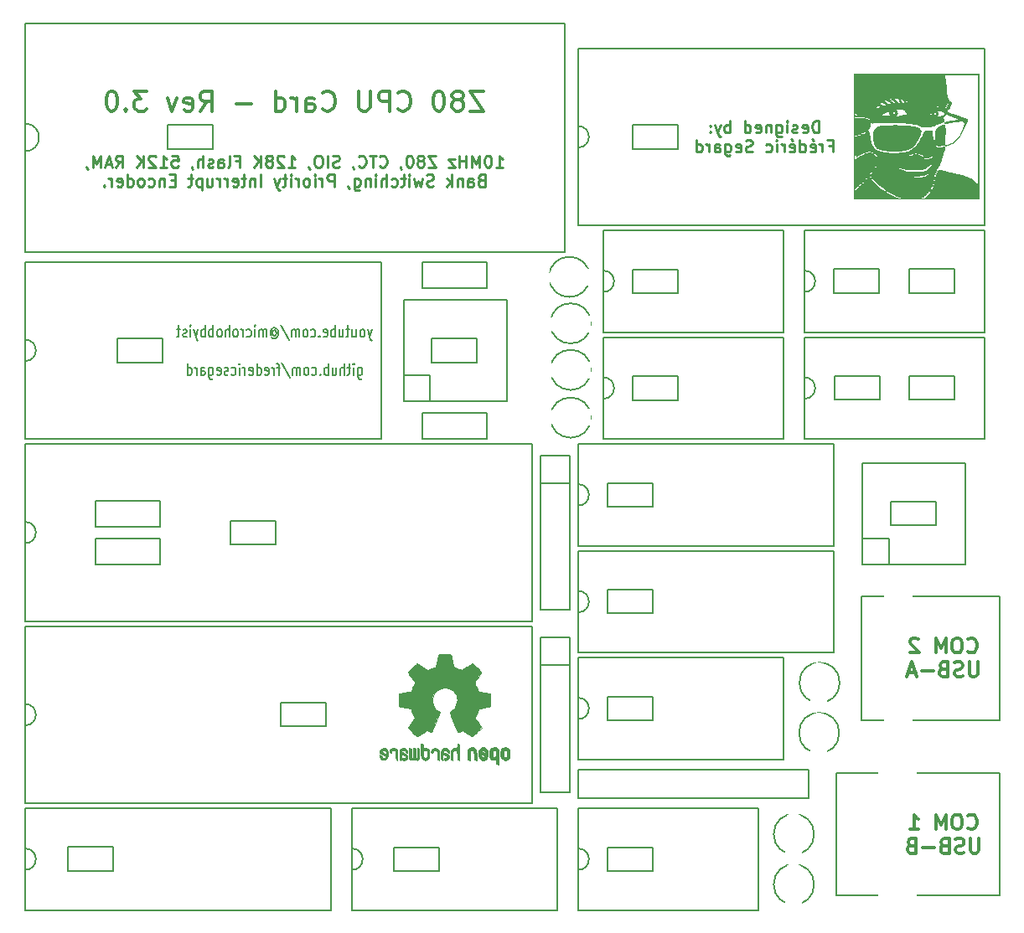
<source format=gbr>
G04 #@! TF.GenerationSoftware,KiCad,Pcbnew,7.0.7*
G04 #@! TF.CreationDate,2023-09-23T19:41:28-04:00*
G04 #@! TF.ProjectId,2 - CPU and core components (Rev 3),32202d20-4350-4552-9061-6e6420636f72,rev?*
G04 #@! TF.SameCoordinates,Original*
G04 #@! TF.FileFunction,Legend,Bot*
G04 #@! TF.FilePolarity,Positive*
%FSLAX46Y46*%
G04 Gerber Fmt 4.6, Leading zero omitted, Abs format (unit mm)*
G04 Created by KiCad (PCBNEW 7.0.7) date 2023-09-23 19:41:28*
%MOMM*%
%LPD*%
G01*
G04 APERTURE LIST*
%ADD10C,0.150000*%
%ADD11C,0.300000*%
%ADD12C,0.240000*%
%ADD13C,0.220000*%
%ADD14C,0.200000*%
%ADD15C,0.010000*%
%ADD16R,1.600000X1.600000*%
%ADD17O,1.600000X1.600000*%
%ADD18C,1.600000*%
%ADD19R,1.800000X1.800000*%
%ADD20C,1.800000*%
%ADD21R,1.440000X2.000000*%
%ADD22O,1.440000X2.000000*%
%ADD23R,1.780000X7.620000*%
%ADD24C,4.000000*%
%ADD25C,3.000000*%
G04 APERTURE END LIST*
D10*
X119507000Y-64897000D02*
G75*
G03*
X119507000Y-62103000I0J1397000D01*
G01*
X152527000Y-131318000D02*
X173228000Y-131318000D01*
X173228000Y-141605000D01*
X152527000Y-141605000D01*
X152527000Y-131318000D01*
X206933800Y-100304600D02*
X211505800Y-100304600D01*
X211505800Y-102717600D01*
X206933800Y-102717600D01*
X206933800Y-100304600D01*
X198247000Y-79121000D02*
G75*
G03*
X198247000Y-76962000I0J1079500D01*
G01*
X178384200Y-120015000D02*
X182956200Y-120015000D01*
X182956200Y-122428000D01*
X178384200Y-122428000D01*
X178384200Y-120015000D01*
X176530000Y-77597000D02*
G75*
G03*
X176530000Y-77597000I-2032479J0D01*
G01*
X175387000Y-64516000D02*
G75*
G03*
X175387000Y-62357000I0J1079500D01*
G01*
X171577000Y-114046000D02*
X174498000Y-114046000D01*
X174498000Y-116840000D01*
X171577000Y-116840000D01*
X171577000Y-114046000D01*
X145364200Y-120624600D02*
X149936200Y-120624600D01*
X149936200Y-123037600D01*
X145364200Y-123037600D01*
X145364200Y-120624600D01*
X176657000Y-82296000D02*
G75*
G03*
X176657000Y-82296000I-2032479J0D01*
G01*
X201269600Y-87604600D02*
X205841600Y-87604600D01*
X205841600Y-90017600D01*
X201269600Y-90017600D01*
X201269600Y-87604600D01*
X175387000Y-122301000D02*
G75*
G03*
X175387000Y-120142000I0J1079500D01*
G01*
X204089000Y-104013000D02*
X206756000Y-104013000D01*
X206756000Y-106680000D01*
X204089000Y-106680000D01*
X204089000Y-104013000D01*
X119507000Y-94488000D02*
X170688000Y-94488000D01*
X170688000Y-112395000D01*
X119507000Y-112395000D01*
X119507000Y-94488000D01*
X198247000Y-83693000D02*
X216408000Y-83693000D01*
X216408000Y-93980000D01*
X198247000Y-93980000D01*
X198247000Y-83693000D01*
X176657000Y-86995000D02*
G75*
G03*
X176657000Y-86995000I-2032479J0D01*
G01*
X171577000Y-95631000D02*
X174498000Y-95631000D01*
X174498000Y-111252000D01*
X171577000Y-111252000D01*
X171577000Y-95631000D01*
X201759343Y-123698000D02*
G75*
G03*
X201759343Y-123698000I-2032479J0D01*
G01*
X128828800Y-83820000D02*
X133400800Y-83820000D01*
X133400800Y-86233000D01*
X128828800Y-86233000D01*
X128828800Y-83820000D01*
X119507000Y-76073000D02*
X155448000Y-76073000D01*
X155448000Y-93980000D01*
X119507000Y-93980000D01*
X119507000Y-76073000D01*
X119507000Y-51943000D02*
X173990000Y-51943000D01*
X173990000Y-75057000D01*
X119507000Y-75057000D01*
X119507000Y-51943000D01*
X175387000Y-131318000D02*
X193548000Y-131318000D01*
X193548000Y-141605000D01*
X175387000Y-141605000D01*
X175387000Y-131318000D01*
X175387000Y-127381000D02*
X198628000Y-127381000D01*
X198628000Y-130302000D01*
X175387000Y-130302000D01*
X175387000Y-127381000D01*
X126619000Y-100203000D02*
X133096000Y-100203000D01*
X133096000Y-102870000D01*
X126619000Y-102870000D01*
X126619000Y-100203000D01*
X119507000Y-122936000D02*
G75*
G03*
X119507000Y-120777000I0J1079500D01*
G01*
X126619000Y-104013000D02*
X133096000Y-104013000D01*
X133096000Y-106680000D01*
X126619000Y-106680000D01*
X126619000Y-104013000D01*
X157734000Y-87503000D02*
X160401000Y-87503000D01*
X160401000Y-90170000D01*
X157734000Y-90170000D01*
X157734000Y-87503000D01*
X175387000Y-111506000D02*
G75*
G03*
X175387000Y-109347000I0J1079500D01*
G01*
X159639000Y-76073000D02*
X166116000Y-76073000D01*
X166116000Y-78740000D01*
X159639000Y-78740000D01*
X159639000Y-76073000D01*
X171577000Y-114046000D02*
X174498000Y-114046000D01*
X174498000Y-129667000D01*
X171577000Y-129667000D01*
X171577000Y-114046000D01*
X156794200Y-135255000D02*
X161366200Y-135255000D01*
X161366200Y-137668000D01*
X156794200Y-137668000D01*
X156794200Y-135255000D01*
X175387000Y-105283000D02*
X201168000Y-105283000D01*
X201168000Y-115570000D01*
X175387000Y-115570000D01*
X175387000Y-105283000D01*
X180924200Y-76835000D02*
X185496200Y-76835000D01*
X185496200Y-79248000D01*
X180924200Y-79248000D01*
X180924200Y-76835000D01*
X177927000Y-72898000D02*
X196088000Y-72898000D01*
X196088000Y-83185000D01*
X177927000Y-83185000D01*
X177927000Y-72898000D01*
X199213158Y-139014200D02*
G75*
G03*
X199213158Y-139014200I-2032479J0D01*
G01*
X171577000Y-95631000D02*
X174498000Y-95631000D01*
X174498000Y-98425000D01*
X171577000Y-98425000D01*
X171577000Y-95631000D01*
X159639000Y-91313000D02*
X166116000Y-91313000D01*
X166116000Y-93980000D01*
X159639000Y-93980000D01*
X159639000Y-91313000D01*
X175387000Y-116078000D02*
X196088000Y-116078000D01*
X196088000Y-126365000D01*
X175387000Y-126365000D01*
X175387000Y-116078000D01*
X175387000Y-54483000D02*
X216408000Y-54483000D01*
X216408000Y-72390000D01*
X175387000Y-72390000D01*
X175387000Y-54483000D01*
X175387000Y-137541000D02*
G75*
G03*
X175387000Y-135382000I0J1079500D01*
G01*
X178358800Y-135255000D02*
X182930800Y-135255000D01*
X182930800Y-137668000D01*
X178358800Y-137668000D01*
X178358800Y-135255000D01*
X175387000Y-94488000D02*
X201168000Y-94488000D01*
X201168000Y-104775000D01*
X175387000Y-104775000D01*
X175387000Y-94488000D01*
X119507000Y-104521000D02*
G75*
G03*
X119507000Y-102362000I0J1079500D01*
G01*
X180924200Y-87630000D02*
X185496200Y-87630000D01*
X185496200Y-90043000D01*
X180924200Y-90043000D01*
X180924200Y-87630000D01*
X177927000Y-89916000D02*
G75*
G03*
X177927000Y-87757000I0J1079500D01*
G01*
X178358800Y-98425000D02*
X182930800Y-98425000D01*
X182930800Y-100838000D01*
X178358800Y-100838000D01*
X178358800Y-98425000D01*
X123799600Y-135229600D02*
X128371600Y-135229600D01*
X128371600Y-137642600D01*
X123799600Y-137642600D01*
X123799600Y-135229600D01*
X119507000Y-131318000D02*
X150368000Y-131318000D01*
X150368000Y-141605000D01*
X119507000Y-141605000D01*
X119507000Y-131318000D01*
X204089000Y-96393000D02*
X214503000Y-96393000D01*
X214503000Y-106680000D01*
X204089000Y-106680000D01*
X204089000Y-96393000D01*
X160604200Y-83820000D02*
X165176200Y-83820000D01*
X165176200Y-86233000D01*
X160604200Y-86233000D01*
X160604200Y-83820000D01*
X152527000Y-137541000D02*
G75*
G03*
X152527000Y-135382000I0J1079500D01*
G01*
X180924200Y-62230000D02*
X185496200Y-62230000D01*
X185496200Y-64643000D01*
X180924200Y-64643000D01*
X180924200Y-62230000D01*
X177927000Y-79121000D02*
G75*
G03*
X177927000Y-76962000I0J1079500D01*
G01*
X198247000Y-72898000D02*
X216408000Y-72898000D01*
X216408000Y-83185000D01*
X198247000Y-83185000D01*
X198247000Y-72898000D01*
X199213158Y-133934200D02*
G75*
G03*
X199213158Y-133934200I-2032479J0D01*
G01*
X178384200Y-109194600D02*
X182956200Y-109194600D01*
X182956200Y-111607600D01*
X178384200Y-111607600D01*
X178384200Y-109194600D01*
X176657000Y-91821000D02*
G75*
G03*
X176657000Y-91821000I-2032479J0D01*
G01*
X201422000Y-127762000D02*
X217932000Y-127762000D01*
X217932000Y-140081000D01*
X201422000Y-140081000D01*
X201422000Y-127762000D01*
X140284200Y-102235000D02*
X144856200Y-102235000D01*
X144856200Y-104648000D01*
X140284200Y-104648000D01*
X140284200Y-102235000D01*
X119507000Y-86106000D02*
G75*
G03*
X119507000Y-83947000I0J1079500D01*
G01*
X175387000Y-100711000D02*
G75*
G03*
X175387000Y-98552000I0J1079500D01*
G01*
X119507000Y-112903000D02*
X170688000Y-112903000D01*
X170688000Y-130810000D01*
X119507000Y-130810000D01*
X119507000Y-112903000D01*
X198247000Y-89916000D02*
G75*
G03*
X198247000Y-87757000I0J1079500D01*
G01*
X201218800Y-76809600D02*
X205790800Y-76809600D01*
X205790800Y-79222600D01*
X201218800Y-79222600D01*
X201218800Y-76809600D01*
X177927000Y-83693000D02*
X196088000Y-83693000D01*
X196088000Y-93980000D01*
X177927000Y-93980000D01*
X177927000Y-83693000D01*
X119507000Y-137541000D02*
G75*
G03*
X119507000Y-135382000I0J1079500D01*
G01*
X133908800Y-62230000D02*
X138480800Y-62230000D01*
X138480800Y-64643000D01*
X133908800Y-64643000D01*
X133908800Y-62230000D01*
X208864200Y-76809600D02*
X213436200Y-76809600D01*
X213436200Y-79222600D01*
X208864200Y-79222600D01*
X208864200Y-76809600D01*
X203962000Y-109855000D02*
X217932000Y-109855000D01*
X217932000Y-122428000D01*
X203962000Y-122428000D01*
X203962000Y-109855000D01*
X208864200Y-87604600D02*
X213436200Y-87604600D01*
X213436200Y-90017600D01*
X208864200Y-90017600D01*
X208864200Y-87604600D01*
X157734000Y-79883000D02*
X168148000Y-79883000D01*
X168148000Y-90170000D01*
X157734000Y-90170000D01*
X157734000Y-79883000D01*
X201803958Y-118618000D02*
G75*
G03*
X201803958Y-118618000I-2032479J0D01*
G01*
D11*
X214757485Y-133312971D02*
X214828913Y-133384400D01*
X214828913Y-133384400D02*
X215043199Y-133455828D01*
X215043199Y-133455828D02*
X215186056Y-133455828D01*
X215186056Y-133455828D02*
X215400342Y-133384400D01*
X215400342Y-133384400D02*
X215543199Y-133241542D01*
X215543199Y-133241542D02*
X215614628Y-133098685D01*
X215614628Y-133098685D02*
X215686056Y-132812971D01*
X215686056Y-132812971D02*
X215686056Y-132598685D01*
X215686056Y-132598685D02*
X215614628Y-132312971D01*
X215614628Y-132312971D02*
X215543199Y-132170114D01*
X215543199Y-132170114D02*
X215400342Y-132027257D01*
X215400342Y-132027257D02*
X215186056Y-131955828D01*
X215186056Y-131955828D02*
X215043199Y-131955828D01*
X215043199Y-131955828D02*
X214828913Y-132027257D01*
X214828913Y-132027257D02*
X214757485Y-132098685D01*
X213828913Y-131955828D02*
X213543199Y-131955828D01*
X213543199Y-131955828D02*
X213400342Y-132027257D01*
X213400342Y-132027257D02*
X213257485Y-132170114D01*
X213257485Y-132170114D02*
X213186056Y-132455828D01*
X213186056Y-132455828D02*
X213186056Y-132955828D01*
X213186056Y-132955828D02*
X213257485Y-133241542D01*
X213257485Y-133241542D02*
X213400342Y-133384400D01*
X213400342Y-133384400D02*
X213543199Y-133455828D01*
X213543199Y-133455828D02*
X213828913Y-133455828D01*
X213828913Y-133455828D02*
X213971771Y-133384400D01*
X213971771Y-133384400D02*
X214114628Y-133241542D01*
X214114628Y-133241542D02*
X214186056Y-132955828D01*
X214186056Y-132955828D02*
X214186056Y-132455828D01*
X214186056Y-132455828D02*
X214114628Y-132170114D01*
X214114628Y-132170114D02*
X213971771Y-132027257D01*
X213971771Y-132027257D02*
X213828913Y-131955828D01*
X212543199Y-133455828D02*
X212543199Y-131955828D01*
X212543199Y-131955828D02*
X212043199Y-133027257D01*
X212043199Y-133027257D02*
X211543199Y-131955828D01*
X211543199Y-131955828D02*
X211543199Y-133455828D01*
X208900341Y-133455828D02*
X209757484Y-133455828D01*
X209328913Y-133455828D02*
X209328913Y-131955828D01*
X209328913Y-131955828D02*
X209471770Y-132170114D01*
X209471770Y-132170114D02*
X209614627Y-132312971D01*
X209614627Y-132312971D02*
X209757484Y-132384400D01*
X215864628Y-134370828D02*
X215864628Y-135585114D01*
X215864628Y-135585114D02*
X215793199Y-135727971D01*
X215793199Y-135727971D02*
X215721771Y-135799400D01*
X215721771Y-135799400D02*
X215578913Y-135870828D01*
X215578913Y-135870828D02*
X215293199Y-135870828D01*
X215293199Y-135870828D02*
X215150342Y-135799400D01*
X215150342Y-135799400D02*
X215078913Y-135727971D01*
X215078913Y-135727971D02*
X215007485Y-135585114D01*
X215007485Y-135585114D02*
X215007485Y-134370828D01*
X214364627Y-135799400D02*
X214150342Y-135870828D01*
X214150342Y-135870828D02*
X213793199Y-135870828D01*
X213793199Y-135870828D02*
X213650342Y-135799400D01*
X213650342Y-135799400D02*
X213578913Y-135727971D01*
X213578913Y-135727971D02*
X213507484Y-135585114D01*
X213507484Y-135585114D02*
X213507484Y-135442257D01*
X213507484Y-135442257D02*
X213578913Y-135299400D01*
X213578913Y-135299400D02*
X213650342Y-135227971D01*
X213650342Y-135227971D02*
X213793199Y-135156542D01*
X213793199Y-135156542D02*
X214078913Y-135085114D01*
X214078913Y-135085114D02*
X214221770Y-135013685D01*
X214221770Y-135013685D02*
X214293199Y-134942257D01*
X214293199Y-134942257D02*
X214364627Y-134799400D01*
X214364627Y-134799400D02*
X214364627Y-134656542D01*
X214364627Y-134656542D02*
X214293199Y-134513685D01*
X214293199Y-134513685D02*
X214221770Y-134442257D01*
X214221770Y-134442257D02*
X214078913Y-134370828D01*
X214078913Y-134370828D02*
X213721770Y-134370828D01*
X213721770Y-134370828D02*
X213507484Y-134442257D01*
X212364628Y-135085114D02*
X212150342Y-135156542D01*
X212150342Y-135156542D02*
X212078913Y-135227971D01*
X212078913Y-135227971D02*
X212007485Y-135370828D01*
X212007485Y-135370828D02*
X212007485Y-135585114D01*
X212007485Y-135585114D02*
X212078913Y-135727971D01*
X212078913Y-135727971D02*
X212150342Y-135799400D01*
X212150342Y-135799400D02*
X212293199Y-135870828D01*
X212293199Y-135870828D02*
X212864628Y-135870828D01*
X212864628Y-135870828D02*
X212864628Y-134370828D01*
X212864628Y-134370828D02*
X212364628Y-134370828D01*
X212364628Y-134370828D02*
X212221771Y-134442257D01*
X212221771Y-134442257D02*
X212150342Y-134513685D01*
X212150342Y-134513685D02*
X212078913Y-134656542D01*
X212078913Y-134656542D02*
X212078913Y-134799400D01*
X212078913Y-134799400D02*
X212150342Y-134942257D01*
X212150342Y-134942257D02*
X212221771Y-135013685D01*
X212221771Y-135013685D02*
X212364628Y-135085114D01*
X212364628Y-135085114D02*
X212864628Y-135085114D01*
X211364628Y-135299400D02*
X210221771Y-135299400D01*
X209007485Y-135085114D02*
X208793199Y-135156542D01*
X208793199Y-135156542D02*
X208721770Y-135227971D01*
X208721770Y-135227971D02*
X208650342Y-135370828D01*
X208650342Y-135370828D02*
X208650342Y-135585114D01*
X208650342Y-135585114D02*
X208721770Y-135727971D01*
X208721770Y-135727971D02*
X208793199Y-135799400D01*
X208793199Y-135799400D02*
X208936056Y-135870828D01*
X208936056Y-135870828D02*
X209507485Y-135870828D01*
X209507485Y-135870828D02*
X209507485Y-134370828D01*
X209507485Y-134370828D02*
X209007485Y-134370828D01*
X209007485Y-134370828D02*
X208864628Y-134442257D01*
X208864628Y-134442257D02*
X208793199Y-134513685D01*
X208793199Y-134513685D02*
X208721770Y-134656542D01*
X208721770Y-134656542D02*
X208721770Y-134799400D01*
X208721770Y-134799400D02*
X208793199Y-134942257D01*
X208793199Y-134942257D02*
X208864628Y-135013685D01*
X208864628Y-135013685D02*
X209007485Y-135085114D01*
X209007485Y-135085114D02*
X209507485Y-135085114D01*
D12*
X167078658Y-66514062D02*
X167764372Y-66514062D01*
X167421515Y-66514062D02*
X167421515Y-65314062D01*
X167421515Y-65314062D02*
X167535801Y-65485491D01*
X167535801Y-65485491D02*
X167650086Y-65599777D01*
X167650086Y-65599777D02*
X167764372Y-65656920D01*
X166335801Y-65314062D02*
X166221515Y-65314062D01*
X166221515Y-65314062D02*
X166107229Y-65371205D01*
X166107229Y-65371205D02*
X166050087Y-65428348D01*
X166050087Y-65428348D02*
X165992944Y-65542634D01*
X165992944Y-65542634D02*
X165935801Y-65771205D01*
X165935801Y-65771205D02*
X165935801Y-66056920D01*
X165935801Y-66056920D02*
X165992944Y-66285491D01*
X165992944Y-66285491D02*
X166050087Y-66399777D01*
X166050087Y-66399777D02*
X166107229Y-66456920D01*
X166107229Y-66456920D02*
X166221515Y-66514062D01*
X166221515Y-66514062D02*
X166335801Y-66514062D01*
X166335801Y-66514062D02*
X166450087Y-66456920D01*
X166450087Y-66456920D02*
X166507229Y-66399777D01*
X166507229Y-66399777D02*
X166564372Y-66285491D01*
X166564372Y-66285491D02*
X166621515Y-66056920D01*
X166621515Y-66056920D02*
X166621515Y-65771205D01*
X166621515Y-65771205D02*
X166564372Y-65542634D01*
X166564372Y-65542634D02*
X166507229Y-65428348D01*
X166507229Y-65428348D02*
X166450087Y-65371205D01*
X166450087Y-65371205D02*
X166335801Y-65314062D01*
X165421515Y-66514062D02*
X165421515Y-65314062D01*
X165421515Y-65314062D02*
X165021515Y-66171205D01*
X165021515Y-66171205D02*
X164621515Y-65314062D01*
X164621515Y-65314062D02*
X164621515Y-66514062D01*
X164050086Y-66514062D02*
X164050086Y-65314062D01*
X164050086Y-65885491D02*
X163364372Y-65885491D01*
X163364372Y-66514062D02*
X163364372Y-65314062D01*
X162907229Y-65714062D02*
X162278658Y-65714062D01*
X162278658Y-65714062D02*
X162907229Y-66514062D01*
X162907229Y-66514062D02*
X162278658Y-66514062D01*
X161021514Y-65314062D02*
X160221514Y-65314062D01*
X160221514Y-65314062D02*
X161021514Y-66514062D01*
X161021514Y-66514062D02*
X160221514Y-66514062D01*
X159592943Y-65828348D02*
X159707228Y-65771205D01*
X159707228Y-65771205D02*
X159764371Y-65714062D01*
X159764371Y-65714062D02*
X159821514Y-65599777D01*
X159821514Y-65599777D02*
X159821514Y-65542634D01*
X159821514Y-65542634D02*
X159764371Y-65428348D01*
X159764371Y-65428348D02*
X159707228Y-65371205D01*
X159707228Y-65371205D02*
X159592943Y-65314062D01*
X159592943Y-65314062D02*
X159364371Y-65314062D01*
X159364371Y-65314062D02*
X159250086Y-65371205D01*
X159250086Y-65371205D02*
X159192943Y-65428348D01*
X159192943Y-65428348D02*
X159135800Y-65542634D01*
X159135800Y-65542634D02*
X159135800Y-65599777D01*
X159135800Y-65599777D02*
X159192943Y-65714062D01*
X159192943Y-65714062D02*
X159250086Y-65771205D01*
X159250086Y-65771205D02*
X159364371Y-65828348D01*
X159364371Y-65828348D02*
X159592943Y-65828348D01*
X159592943Y-65828348D02*
X159707228Y-65885491D01*
X159707228Y-65885491D02*
X159764371Y-65942634D01*
X159764371Y-65942634D02*
X159821514Y-66056920D01*
X159821514Y-66056920D02*
X159821514Y-66285491D01*
X159821514Y-66285491D02*
X159764371Y-66399777D01*
X159764371Y-66399777D02*
X159707228Y-66456920D01*
X159707228Y-66456920D02*
X159592943Y-66514062D01*
X159592943Y-66514062D02*
X159364371Y-66514062D01*
X159364371Y-66514062D02*
X159250086Y-66456920D01*
X159250086Y-66456920D02*
X159192943Y-66399777D01*
X159192943Y-66399777D02*
X159135800Y-66285491D01*
X159135800Y-66285491D02*
X159135800Y-66056920D01*
X159135800Y-66056920D02*
X159192943Y-65942634D01*
X159192943Y-65942634D02*
X159250086Y-65885491D01*
X159250086Y-65885491D02*
X159364371Y-65828348D01*
X158392943Y-65314062D02*
X158278657Y-65314062D01*
X158278657Y-65314062D02*
X158164371Y-65371205D01*
X158164371Y-65371205D02*
X158107229Y-65428348D01*
X158107229Y-65428348D02*
X158050086Y-65542634D01*
X158050086Y-65542634D02*
X157992943Y-65771205D01*
X157992943Y-65771205D02*
X157992943Y-66056920D01*
X157992943Y-66056920D02*
X158050086Y-66285491D01*
X158050086Y-66285491D02*
X158107229Y-66399777D01*
X158107229Y-66399777D02*
X158164371Y-66456920D01*
X158164371Y-66456920D02*
X158278657Y-66514062D01*
X158278657Y-66514062D02*
X158392943Y-66514062D01*
X158392943Y-66514062D02*
X158507229Y-66456920D01*
X158507229Y-66456920D02*
X158564371Y-66399777D01*
X158564371Y-66399777D02*
X158621514Y-66285491D01*
X158621514Y-66285491D02*
X158678657Y-66056920D01*
X158678657Y-66056920D02*
X158678657Y-65771205D01*
X158678657Y-65771205D02*
X158621514Y-65542634D01*
X158621514Y-65542634D02*
X158564371Y-65428348D01*
X158564371Y-65428348D02*
X158507229Y-65371205D01*
X158507229Y-65371205D02*
X158392943Y-65314062D01*
X157421514Y-66456920D02*
X157421514Y-66514062D01*
X157421514Y-66514062D02*
X157478657Y-66628348D01*
X157478657Y-66628348D02*
X157535800Y-66685491D01*
X155307228Y-66399777D02*
X155364371Y-66456920D01*
X155364371Y-66456920D02*
X155535799Y-66514062D01*
X155535799Y-66514062D02*
X155650085Y-66514062D01*
X155650085Y-66514062D02*
X155821514Y-66456920D01*
X155821514Y-66456920D02*
X155935799Y-66342634D01*
X155935799Y-66342634D02*
X155992942Y-66228348D01*
X155992942Y-66228348D02*
X156050085Y-65999777D01*
X156050085Y-65999777D02*
X156050085Y-65828348D01*
X156050085Y-65828348D02*
X155992942Y-65599777D01*
X155992942Y-65599777D02*
X155935799Y-65485491D01*
X155935799Y-65485491D02*
X155821514Y-65371205D01*
X155821514Y-65371205D02*
X155650085Y-65314062D01*
X155650085Y-65314062D02*
X155535799Y-65314062D01*
X155535799Y-65314062D02*
X155364371Y-65371205D01*
X155364371Y-65371205D02*
X155307228Y-65428348D01*
X154964371Y-65314062D02*
X154278657Y-65314062D01*
X154621514Y-66514062D02*
X154621514Y-65314062D01*
X153192942Y-66399777D02*
X153250085Y-66456920D01*
X153250085Y-66456920D02*
X153421513Y-66514062D01*
X153421513Y-66514062D02*
X153535799Y-66514062D01*
X153535799Y-66514062D02*
X153707228Y-66456920D01*
X153707228Y-66456920D02*
X153821513Y-66342634D01*
X153821513Y-66342634D02*
X153878656Y-66228348D01*
X153878656Y-66228348D02*
X153935799Y-65999777D01*
X153935799Y-65999777D02*
X153935799Y-65828348D01*
X153935799Y-65828348D02*
X153878656Y-65599777D01*
X153878656Y-65599777D02*
X153821513Y-65485491D01*
X153821513Y-65485491D02*
X153707228Y-65371205D01*
X153707228Y-65371205D02*
X153535799Y-65314062D01*
X153535799Y-65314062D02*
X153421513Y-65314062D01*
X153421513Y-65314062D02*
X153250085Y-65371205D01*
X153250085Y-65371205D02*
X153192942Y-65428348D01*
X152621513Y-66456920D02*
X152621513Y-66514062D01*
X152621513Y-66514062D02*
X152678656Y-66628348D01*
X152678656Y-66628348D02*
X152735799Y-66685491D01*
X151250084Y-66456920D02*
X151078656Y-66514062D01*
X151078656Y-66514062D02*
X150792941Y-66514062D01*
X150792941Y-66514062D02*
X150678656Y-66456920D01*
X150678656Y-66456920D02*
X150621513Y-66399777D01*
X150621513Y-66399777D02*
X150564370Y-66285491D01*
X150564370Y-66285491D02*
X150564370Y-66171205D01*
X150564370Y-66171205D02*
X150621513Y-66056920D01*
X150621513Y-66056920D02*
X150678656Y-65999777D01*
X150678656Y-65999777D02*
X150792941Y-65942634D01*
X150792941Y-65942634D02*
X151021513Y-65885491D01*
X151021513Y-65885491D02*
X151135798Y-65828348D01*
X151135798Y-65828348D02*
X151192941Y-65771205D01*
X151192941Y-65771205D02*
X151250084Y-65656920D01*
X151250084Y-65656920D02*
X151250084Y-65542634D01*
X151250084Y-65542634D02*
X151192941Y-65428348D01*
X151192941Y-65428348D02*
X151135798Y-65371205D01*
X151135798Y-65371205D02*
X151021513Y-65314062D01*
X151021513Y-65314062D02*
X150735798Y-65314062D01*
X150735798Y-65314062D02*
X150564370Y-65371205D01*
X150050084Y-66514062D02*
X150050084Y-65314062D01*
X149250084Y-65314062D02*
X149021512Y-65314062D01*
X149021512Y-65314062D02*
X148907227Y-65371205D01*
X148907227Y-65371205D02*
X148792941Y-65485491D01*
X148792941Y-65485491D02*
X148735798Y-65714062D01*
X148735798Y-65714062D02*
X148735798Y-66114062D01*
X148735798Y-66114062D02*
X148792941Y-66342634D01*
X148792941Y-66342634D02*
X148907227Y-66456920D01*
X148907227Y-66456920D02*
X149021512Y-66514062D01*
X149021512Y-66514062D02*
X149250084Y-66514062D01*
X149250084Y-66514062D02*
X149364370Y-66456920D01*
X149364370Y-66456920D02*
X149478655Y-66342634D01*
X149478655Y-66342634D02*
X149535798Y-66114062D01*
X149535798Y-66114062D02*
X149535798Y-65714062D01*
X149535798Y-65714062D02*
X149478655Y-65485491D01*
X149478655Y-65485491D02*
X149364370Y-65371205D01*
X149364370Y-65371205D02*
X149250084Y-65314062D01*
X148164369Y-66456920D02*
X148164369Y-66514062D01*
X148164369Y-66514062D02*
X148221512Y-66628348D01*
X148221512Y-66628348D02*
X148278655Y-66685491D01*
X146107226Y-66514062D02*
X146792940Y-66514062D01*
X146450083Y-66514062D02*
X146450083Y-65314062D01*
X146450083Y-65314062D02*
X146564369Y-65485491D01*
X146564369Y-65485491D02*
X146678654Y-65599777D01*
X146678654Y-65599777D02*
X146792940Y-65656920D01*
X145650083Y-65428348D02*
X145592940Y-65371205D01*
X145592940Y-65371205D02*
X145478655Y-65314062D01*
X145478655Y-65314062D02*
X145192940Y-65314062D01*
X145192940Y-65314062D02*
X145078655Y-65371205D01*
X145078655Y-65371205D02*
X145021512Y-65428348D01*
X145021512Y-65428348D02*
X144964369Y-65542634D01*
X144964369Y-65542634D02*
X144964369Y-65656920D01*
X144964369Y-65656920D02*
X145021512Y-65828348D01*
X145021512Y-65828348D02*
X145707226Y-66514062D01*
X145707226Y-66514062D02*
X144964369Y-66514062D01*
X144278655Y-65828348D02*
X144392940Y-65771205D01*
X144392940Y-65771205D02*
X144450083Y-65714062D01*
X144450083Y-65714062D02*
X144507226Y-65599777D01*
X144507226Y-65599777D02*
X144507226Y-65542634D01*
X144507226Y-65542634D02*
X144450083Y-65428348D01*
X144450083Y-65428348D02*
X144392940Y-65371205D01*
X144392940Y-65371205D02*
X144278655Y-65314062D01*
X144278655Y-65314062D02*
X144050083Y-65314062D01*
X144050083Y-65314062D02*
X143935798Y-65371205D01*
X143935798Y-65371205D02*
X143878655Y-65428348D01*
X143878655Y-65428348D02*
X143821512Y-65542634D01*
X143821512Y-65542634D02*
X143821512Y-65599777D01*
X143821512Y-65599777D02*
X143878655Y-65714062D01*
X143878655Y-65714062D02*
X143935798Y-65771205D01*
X143935798Y-65771205D02*
X144050083Y-65828348D01*
X144050083Y-65828348D02*
X144278655Y-65828348D01*
X144278655Y-65828348D02*
X144392940Y-65885491D01*
X144392940Y-65885491D02*
X144450083Y-65942634D01*
X144450083Y-65942634D02*
X144507226Y-66056920D01*
X144507226Y-66056920D02*
X144507226Y-66285491D01*
X144507226Y-66285491D02*
X144450083Y-66399777D01*
X144450083Y-66399777D02*
X144392940Y-66456920D01*
X144392940Y-66456920D02*
X144278655Y-66514062D01*
X144278655Y-66514062D02*
X144050083Y-66514062D01*
X144050083Y-66514062D02*
X143935798Y-66456920D01*
X143935798Y-66456920D02*
X143878655Y-66399777D01*
X143878655Y-66399777D02*
X143821512Y-66285491D01*
X143821512Y-66285491D02*
X143821512Y-66056920D01*
X143821512Y-66056920D02*
X143878655Y-65942634D01*
X143878655Y-65942634D02*
X143935798Y-65885491D01*
X143935798Y-65885491D02*
X144050083Y-65828348D01*
X143307226Y-66514062D02*
X143307226Y-65314062D01*
X142621512Y-66514062D02*
X143135798Y-65828348D01*
X142621512Y-65314062D02*
X143307226Y-65999777D01*
X140792940Y-65885491D02*
X141192940Y-65885491D01*
X141192940Y-66514062D02*
X141192940Y-65314062D01*
X141192940Y-65314062D02*
X140621512Y-65314062D01*
X139992941Y-66514062D02*
X140107226Y-66456920D01*
X140107226Y-66456920D02*
X140164369Y-66342634D01*
X140164369Y-66342634D02*
X140164369Y-65314062D01*
X139021513Y-66514062D02*
X139021513Y-65885491D01*
X139021513Y-65885491D02*
X139078655Y-65771205D01*
X139078655Y-65771205D02*
X139192941Y-65714062D01*
X139192941Y-65714062D02*
X139421513Y-65714062D01*
X139421513Y-65714062D02*
X139535798Y-65771205D01*
X139021513Y-66456920D02*
X139135798Y-66514062D01*
X139135798Y-66514062D02*
X139421513Y-66514062D01*
X139421513Y-66514062D02*
X139535798Y-66456920D01*
X139535798Y-66456920D02*
X139592941Y-66342634D01*
X139592941Y-66342634D02*
X139592941Y-66228348D01*
X139592941Y-66228348D02*
X139535798Y-66114062D01*
X139535798Y-66114062D02*
X139421513Y-66056920D01*
X139421513Y-66056920D02*
X139135798Y-66056920D01*
X139135798Y-66056920D02*
X139021513Y-65999777D01*
X138507227Y-66456920D02*
X138392941Y-66514062D01*
X138392941Y-66514062D02*
X138164370Y-66514062D01*
X138164370Y-66514062D02*
X138050084Y-66456920D01*
X138050084Y-66456920D02*
X137992941Y-66342634D01*
X137992941Y-66342634D02*
X137992941Y-66285491D01*
X137992941Y-66285491D02*
X138050084Y-66171205D01*
X138050084Y-66171205D02*
X138164370Y-66114062D01*
X138164370Y-66114062D02*
X138335799Y-66114062D01*
X138335799Y-66114062D02*
X138450084Y-66056920D01*
X138450084Y-66056920D02*
X138507227Y-65942634D01*
X138507227Y-65942634D02*
X138507227Y-65885491D01*
X138507227Y-65885491D02*
X138450084Y-65771205D01*
X138450084Y-65771205D02*
X138335799Y-65714062D01*
X138335799Y-65714062D02*
X138164370Y-65714062D01*
X138164370Y-65714062D02*
X138050084Y-65771205D01*
X137478655Y-66514062D02*
X137478655Y-65314062D01*
X136964370Y-66514062D02*
X136964370Y-65885491D01*
X136964370Y-65885491D02*
X137021512Y-65771205D01*
X137021512Y-65771205D02*
X137135798Y-65714062D01*
X137135798Y-65714062D02*
X137307227Y-65714062D01*
X137307227Y-65714062D02*
X137421512Y-65771205D01*
X137421512Y-65771205D02*
X137478655Y-65828348D01*
X136335798Y-66456920D02*
X136335798Y-66514062D01*
X136335798Y-66514062D02*
X136392941Y-66628348D01*
X136392941Y-66628348D02*
X136450084Y-66685491D01*
X134335798Y-65314062D02*
X134907226Y-65314062D01*
X134907226Y-65314062D02*
X134964369Y-65885491D01*
X134964369Y-65885491D02*
X134907226Y-65828348D01*
X134907226Y-65828348D02*
X134792941Y-65771205D01*
X134792941Y-65771205D02*
X134507226Y-65771205D01*
X134507226Y-65771205D02*
X134392941Y-65828348D01*
X134392941Y-65828348D02*
X134335798Y-65885491D01*
X134335798Y-65885491D02*
X134278655Y-65999777D01*
X134278655Y-65999777D02*
X134278655Y-66285491D01*
X134278655Y-66285491D02*
X134335798Y-66399777D01*
X134335798Y-66399777D02*
X134392941Y-66456920D01*
X134392941Y-66456920D02*
X134507226Y-66514062D01*
X134507226Y-66514062D02*
X134792941Y-66514062D01*
X134792941Y-66514062D02*
X134907226Y-66456920D01*
X134907226Y-66456920D02*
X134964369Y-66399777D01*
X133135798Y-66514062D02*
X133821512Y-66514062D01*
X133478655Y-66514062D02*
X133478655Y-65314062D01*
X133478655Y-65314062D02*
X133592941Y-65485491D01*
X133592941Y-65485491D02*
X133707226Y-65599777D01*
X133707226Y-65599777D02*
X133821512Y-65656920D01*
X132678655Y-65428348D02*
X132621512Y-65371205D01*
X132621512Y-65371205D02*
X132507227Y-65314062D01*
X132507227Y-65314062D02*
X132221512Y-65314062D01*
X132221512Y-65314062D02*
X132107227Y-65371205D01*
X132107227Y-65371205D02*
X132050084Y-65428348D01*
X132050084Y-65428348D02*
X131992941Y-65542634D01*
X131992941Y-65542634D02*
X131992941Y-65656920D01*
X131992941Y-65656920D02*
X132050084Y-65828348D01*
X132050084Y-65828348D02*
X132735798Y-66514062D01*
X132735798Y-66514062D02*
X131992941Y-66514062D01*
X131478655Y-66514062D02*
X131478655Y-65314062D01*
X130792941Y-66514062D02*
X131307227Y-65828348D01*
X130792941Y-65314062D02*
X131478655Y-65999777D01*
X128678655Y-66514062D02*
X129078655Y-65942634D01*
X129364369Y-66514062D02*
X129364369Y-65314062D01*
X129364369Y-65314062D02*
X128907226Y-65314062D01*
X128907226Y-65314062D02*
X128792941Y-65371205D01*
X128792941Y-65371205D02*
X128735798Y-65428348D01*
X128735798Y-65428348D02*
X128678655Y-65542634D01*
X128678655Y-65542634D02*
X128678655Y-65714062D01*
X128678655Y-65714062D02*
X128735798Y-65828348D01*
X128735798Y-65828348D02*
X128792941Y-65885491D01*
X128792941Y-65885491D02*
X128907226Y-65942634D01*
X128907226Y-65942634D02*
X129364369Y-65942634D01*
X128221512Y-66171205D02*
X127650084Y-66171205D01*
X128335798Y-66514062D02*
X127935798Y-65314062D01*
X127935798Y-65314062D02*
X127535798Y-66514062D01*
X127135798Y-66514062D02*
X127135798Y-65314062D01*
X127135798Y-65314062D02*
X126735798Y-66171205D01*
X126735798Y-66171205D02*
X126335798Y-65314062D01*
X126335798Y-65314062D02*
X126335798Y-66514062D01*
X125707226Y-66456920D02*
X125707226Y-66514062D01*
X125707226Y-66514062D02*
X125764369Y-66628348D01*
X125764369Y-66628348D02*
X125821512Y-66685491D01*
X165564369Y-67817491D02*
X165392941Y-67874634D01*
X165392941Y-67874634D02*
X165335798Y-67931777D01*
X165335798Y-67931777D02*
X165278655Y-68046062D01*
X165278655Y-68046062D02*
X165278655Y-68217491D01*
X165278655Y-68217491D02*
X165335798Y-68331777D01*
X165335798Y-68331777D02*
X165392941Y-68388920D01*
X165392941Y-68388920D02*
X165507226Y-68446062D01*
X165507226Y-68446062D02*
X165964369Y-68446062D01*
X165964369Y-68446062D02*
X165964369Y-67246062D01*
X165964369Y-67246062D02*
X165564369Y-67246062D01*
X165564369Y-67246062D02*
X165450084Y-67303205D01*
X165450084Y-67303205D02*
X165392941Y-67360348D01*
X165392941Y-67360348D02*
X165335798Y-67474634D01*
X165335798Y-67474634D02*
X165335798Y-67588920D01*
X165335798Y-67588920D02*
X165392941Y-67703205D01*
X165392941Y-67703205D02*
X165450084Y-67760348D01*
X165450084Y-67760348D02*
X165564369Y-67817491D01*
X165564369Y-67817491D02*
X165964369Y-67817491D01*
X164250084Y-68446062D02*
X164250084Y-67817491D01*
X164250084Y-67817491D02*
X164307226Y-67703205D01*
X164307226Y-67703205D02*
X164421512Y-67646062D01*
X164421512Y-67646062D02*
X164650084Y-67646062D01*
X164650084Y-67646062D02*
X164764369Y-67703205D01*
X164250084Y-68388920D02*
X164364369Y-68446062D01*
X164364369Y-68446062D02*
X164650084Y-68446062D01*
X164650084Y-68446062D02*
X164764369Y-68388920D01*
X164764369Y-68388920D02*
X164821512Y-68274634D01*
X164821512Y-68274634D02*
X164821512Y-68160348D01*
X164821512Y-68160348D02*
X164764369Y-68046062D01*
X164764369Y-68046062D02*
X164650084Y-67988920D01*
X164650084Y-67988920D02*
X164364369Y-67988920D01*
X164364369Y-67988920D02*
X164250084Y-67931777D01*
X163678655Y-67646062D02*
X163678655Y-68446062D01*
X163678655Y-67760348D02*
X163621512Y-67703205D01*
X163621512Y-67703205D02*
X163507227Y-67646062D01*
X163507227Y-67646062D02*
X163335798Y-67646062D01*
X163335798Y-67646062D02*
X163221512Y-67703205D01*
X163221512Y-67703205D02*
X163164370Y-67817491D01*
X163164370Y-67817491D02*
X163164370Y-68446062D01*
X162592941Y-68446062D02*
X162592941Y-67246062D01*
X162478656Y-67988920D02*
X162135798Y-68446062D01*
X162135798Y-67646062D02*
X162592941Y-68103205D01*
X160764369Y-68388920D02*
X160592941Y-68446062D01*
X160592941Y-68446062D02*
X160307226Y-68446062D01*
X160307226Y-68446062D02*
X160192941Y-68388920D01*
X160192941Y-68388920D02*
X160135798Y-68331777D01*
X160135798Y-68331777D02*
X160078655Y-68217491D01*
X160078655Y-68217491D02*
X160078655Y-68103205D01*
X160078655Y-68103205D02*
X160135798Y-67988920D01*
X160135798Y-67988920D02*
X160192941Y-67931777D01*
X160192941Y-67931777D02*
X160307226Y-67874634D01*
X160307226Y-67874634D02*
X160535798Y-67817491D01*
X160535798Y-67817491D02*
X160650083Y-67760348D01*
X160650083Y-67760348D02*
X160707226Y-67703205D01*
X160707226Y-67703205D02*
X160764369Y-67588920D01*
X160764369Y-67588920D02*
X160764369Y-67474634D01*
X160764369Y-67474634D02*
X160707226Y-67360348D01*
X160707226Y-67360348D02*
X160650083Y-67303205D01*
X160650083Y-67303205D02*
X160535798Y-67246062D01*
X160535798Y-67246062D02*
X160250083Y-67246062D01*
X160250083Y-67246062D02*
X160078655Y-67303205D01*
X159678655Y-67646062D02*
X159450084Y-68446062D01*
X159450084Y-68446062D02*
X159221512Y-67874634D01*
X159221512Y-67874634D02*
X158992941Y-68446062D01*
X158992941Y-68446062D02*
X158764369Y-67646062D01*
X158307226Y-68446062D02*
X158307226Y-67646062D01*
X158307226Y-67246062D02*
X158364369Y-67303205D01*
X158364369Y-67303205D02*
X158307226Y-67360348D01*
X158307226Y-67360348D02*
X158250083Y-67303205D01*
X158250083Y-67303205D02*
X158307226Y-67246062D01*
X158307226Y-67246062D02*
X158307226Y-67360348D01*
X157907226Y-67646062D02*
X157450083Y-67646062D01*
X157735797Y-67246062D02*
X157735797Y-68274634D01*
X157735797Y-68274634D02*
X157678654Y-68388920D01*
X157678654Y-68388920D02*
X157564369Y-68446062D01*
X157564369Y-68446062D02*
X157450083Y-68446062D01*
X156535798Y-68388920D02*
X156650083Y-68446062D01*
X156650083Y-68446062D02*
X156878655Y-68446062D01*
X156878655Y-68446062D02*
X156992940Y-68388920D01*
X156992940Y-68388920D02*
X157050083Y-68331777D01*
X157050083Y-68331777D02*
X157107226Y-68217491D01*
X157107226Y-68217491D02*
X157107226Y-67874634D01*
X157107226Y-67874634D02*
X157050083Y-67760348D01*
X157050083Y-67760348D02*
X156992940Y-67703205D01*
X156992940Y-67703205D02*
X156878655Y-67646062D01*
X156878655Y-67646062D02*
X156650083Y-67646062D01*
X156650083Y-67646062D02*
X156535798Y-67703205D01*
X156021512Y-68446062D02*
X156021512Y-67246062D01*
X155507227Y-68446062D02*
X155507227Y-67817491D01*
X155507227Y-67817491D02*
X155564369Y-67703205D01*
X155564369Y-67703205D02*
X155678655Y-67646062D01*
X155678655Y-67646062D02*
X155850084Y-67646062D01*
X155850084Y-67646062D02*
X155964369Y-67703205D01*
X155964369Y-67703205D02*
X156021512Y-67760348D01*
X154935798Y-68446062D02*
X154935798Y-67646062D01*
X154935798Y-67246062D02*
X154992941Y-67303205D01*
X154992941Y-67303205D02*
X154935798Y-67360348D01*
X154935798Y-67360348D02*
X154878655Y-67303205D01*
X154878655Y-67303205D02*
X154935798Y-67246062D01*
X154935798Y-67246062D02*
X154935798Y-67360348D01*
X154364369Y-67646062D02*
X154364369Y-68446062D01*
X154364369Y-67760348D02*
X154307226Y-67703205D01*
X154307226Y-67703205D02*
X154192941Y-67646062D01*
X154192941Y-67646062D02*
X154021512Y-67646062D01*
X154021512Y-67646062D02*
X153907226Y-67703205D01*
X153907226Y-67703205D02*
X153850084Y-67817491D01*
X153850084Y-67817491D02*
X153850084Y-68446062D01*
X152764370Y-67646062D02*
X152764370Y-68617491D01*
X152764370Y-68617491D02*
X152821512Y-68731777D01*
X152821512Y-68731777D02*
X152878655Y-68788920D01*
X152878655Y-68788920D02*
X152992941Y-68846062D01*
X152992941Y-68846062D02*
X153164370Y-68846062D01*
X153164370Y-68846062D02*
X153278655Y-68788920D01*
X152764370Y-68388920D02*
X152878655Y-68446062D01*
X152878655Y-68446062D02*
X153107227Y-68446062D01*
X153107227Y-68446062D02*
X153221512Y-68388920D01*
X153221512Y-68388920D02*
X153278655Y-68331777D01*
X153278655Y-68331777D02*
X153335798Y-68217491D01*
X153335798Y-68217491D02*
X153335798Y-67874634D01*
X153335798Y-67874634D02*
X153278655Y-67760348D01*
X153278655Y-67760348D02*
X153221512Y-67703205D01*
X153221512Y-67703205D02*
X153107227Y-67646062D01*
X153107227Y-67646062D02*
X152878655Y-67646062D01*
X152878655Y-67646062D02*
X152764370Y-67703205D01*
X152135798Y-68388920D02*
X152135798Y-68446062D01*
X152135798Y-68446062D02*
X152192941Y-68560348D01*
X152192941Y-68560348D02*
X152250084Y-68617491D01*
X150707226Y-68446062D02*
X150707226Y-67246062D01*
X150707226Y-67246062D02*
X150250083Y-67246062D01*
X150250083Y-67246062D02*
X150135798Y-67303205D01*
X150135798Y-67303205D02*
X150078655Y-67360348D01*
X150078655Y-67360348D02*
X150021512Y-67474634D01*
X150021512Y-67474634D02*
X150021512Y-67646062D01*
X150021512Y-67646062D02*
X150078655Y-67760348D01*
X150078655Y-67760348D02*
X150135798Y-67817491D01*
X150135798Y-67817491D02*
X150250083Y-67874634D01*
X150250083Y-67874634D02*
X150707226Y-67874634D01*
X149507226Y-68446062D02*
X149507226Y-67646062D01*
X149507226Y-67874634D02*
X149450083Y-67760348D01*
X149450083Y-67760348D02*
X149392941Y-67703205D01*
X149392941Y-67703205D02*
X149278655Y-67646062D01*
X149278655Y-67646062D02*
X149164369Y-67646062D01*
X148764369Y-68446062D02*
X148764369Y-67646062D01*
X148764369Y-67246062D02*
X148821512Y-67303205D01*
X148821512Y-67303205D02*
X148764369Y-67360348D01*
X148764369Y-67360348D02*
X148707226Y-67303205D01*
X148707226Y-67303205D02*
X148764369Y-67246062D01*
X148764369Y-67246062D02*
X148764369Y-67360348D01*
X148021512Y-68446062D02*
X148135797Y-68388920D01*
X148135797Y-68388920D02*
X148192940Y-68331777D01*
X148192940Y-68331777D02*
X148250083Y-68217491D01*
X148250083Y-68217491D02*
X148250083Y-67874634D01*
X148250083Y-67874634D02*
X148192940Y-67760348D01*
X148192940Y-67760348D02*
X148135797Y-67703205D01*
X148135797Y-67703205D02*
X148021512Y-67646062D01*
X148021512Y-67646062D02*
X147850083Y-67646062D01*
X147850083Y-67646062D02*
X147735797Y-67703205D01*
X147735797Y-67703205D02*
X147678655Y-67760348D01*
X147678655Y-67760348D02*
X147621512Y-67874634D01*
X147621512Y-67874634D02*
X147621512Y-68217491D01*
X147621512Y-68217491D02*
X147678655Y-68331777D01*
X147678655Y-68331777D02*
X147735797Y-68388920D01*
X147735797Y-68388920D02*
X147850083Y-68446062D01*
X147850083Y-68446062D02*
X148021512Y-68446062D01*
X147107226Y-68446062D02*
X147107226Y-67646062D01*
X147107226Y-67874634D02*
X147050083Y-67760348D01*
X147050083Y-67760348D02*
X146992941Y-67703205D01*
X146992941Y-67703205D02*
X146878655Y-67646062D01*
X146878655Y-67646062D02*
X146764369Y-67646062D01*
X146364369Y-68446062D02*
X146364369Y-67646062D01*
X146364369Y-67246062D02*
X146421512Y-67303205D01*
X146421512Y-67303205D02*
X146364369Y-67360348D01*
X146364369Y-67360348D02*
X146307226Y-67303205D01*
X146307226Y-67303205D02*
X146364369Y-67246062D01*
X146364369Y-67246062D02*
X146364369Y-67360348D01*
X145964369Y-67646062D02*
X145507226Y-67646062D01*
X145792940Y-67246062D02*
X145792940Y-68274634D01*
X145792940Y-68274634D02*
X145735797Y-68388920D01*
X145735797Y-68388920D02*
X145621512Y-68446062D01*
X145621512Y-68446062D02*
X145507226Y-68446062D01*
X145221512Y-67646062D02*
X144935798Y-68446062D01*
X144650083Y-67646062D02*
X144935798Y-68446062D01*
X144935798Y-68446062D02*
X145050083Y-68731777D01*
X145050083Y-68731777D02*
X145107226Y-68788920D01*
X145107226Y-68788920D02*
X145221512Y-68846062D01*
X143278654Y-68446062D02*
X143278654Y-67246062D01*
X142707225Y-67646062D02*
X142707225Y-68446062D01*
X142707225Y-67760348D02*
X142650082Y-67703205D01*
X142650082Y-67703205D02*
X142535797Y-67646062D01*
X142535797Y-67646062D02*
X142364368Y-67646062D01*
X142364368Y-67646062D02*
X142250082Y-67703205D01*
X142250082Y-67703205D02*
X142192940Y-67817491D01*
X142192940Y-67817491D02*
X142192940Y-68446062D01*
X141792940Y-67646062D02*
X141335797Y-67646062D01*
X141621511Y-67246062D02*
X141621511Y-68274634D01*
X141621511Y-68274634D02*
X141564368Y-68388920D01*
X141564368Y-68388920D02*
X141450083Y-68446062D01*
X141450083Y-68446062D02*
X141335797Y-68446062D01*
X140478654Y-68388920D02*
X140592940Y-68446062D01*
X140592940Y-68446062D02*
X140821512Y-68446062D01*
X140821512Y-68446062D02*
X140935797Y-68388920D01*
X140935797Y-68388920D02*
X140992940Y-68274634D01*
X140992940Y-68274634D02*
X140992940Y-67817491D01*
X140992940Y-67817491D02*
X140935797Y-67703205D01*
X140935797Y-67703205D02*
X140821512Y-67646062D01*
X140821512Y-67646062D02*
X140592940Y-67646062D01*
X140592940Y-67646062D02*
X140478654Y-67703205D01*
X140478654Y-67703205D02*
X140421512Y-67817491D01*
X140421512Y-67817491D02*
X140421512Y-67931777D01*
X140421512Y-67931777D02*
X140992940Y-68046062D01*
X139907226Y-68446062D02*
X139907226Y-67646062D01*
X139907226Y-67874634D02*
X139850083Y-67760348D01*
X139850083Y-67760348D02*
X139792941Y-67703205D01*
X139792941Y-67703205D02*
X139678655Y-67646062D01*
X139678655Y-67646062D02*
X139564369Y-67646062D01*
X139164369Y-68446062D02*
X139164369Y-67646062D01*
X139164369Y-67874634D02*
X139107226Y-67760348D01*
X139107226Y-67760348D02*
X139050084Y-67703205D01*
X139050084Y-67703205D02*
X138935798Y-67646062D01*
X138935798Y-67646062D02*
X138821512Y-67646062D01*
X137907227Y-67646062D02*
X137907227Y-68446062D01*
X138421512Y-67646062D02*
X138421512Y-68274634D01*
X138421512Y-68274634D02*
X138364369Y-68388920D01*
X138364369Y-68388920D02*
X138250084Y-68446062D01*
X138250084Y-68446062D02*
X138078655Y-68446062D01*
X138078655Y-68446062D02*
X137964369Y-68388920D01*
X137964369Y-68388920D02*
X137907227Y-68331777D01*
X137335798Y-67646062D02*
X137335798Y-68846062D01*
X137335798Y-67703205D02*
X137221513Y-67646062D01*
X137221513Y-67646062D02*
X136992941Y-67646062D01*
X136992941Y-67646062D02*
X136878655Y-67703205D01*
X136878655Y-67703205D02*
X136821513Y-67760348D01*
X136821513Y-67760348D02*
X136764370Y-67874634D01*
X136764370Y-67874634D02*
X136764370Y-68217491D01*
X136764370Y-68217491D02*
X136821513Y-68331777D01*
X136821513Y-68331777D02*
X136878655Y-68388920D01*
X136878655Y-68388920D02*
X136992941Y-68446062D01*
X136992941Y-68446062D02*
X137221513Y-68446062D01*
X137221513Y-68446062D02*
X137335798Y-68388920D01*
X136421513Y-67646062D02*
X135964370Y-67646062D01*
X136250084Y-67246062D02*
X136250084Y-68274634D01*
X136250084Y-68274634D02*
X136192941Y-68388920D01*
X136192941Y-68388920D02*
X136078656Y-68446062D01*
X136078656Y-68446062D02*
X135964370Y-68446062D01*
X134650084Y-67817491D02*
X134250084Y-67817491D01*
X134078656Y-68446062D02*
X134650084Y-68446062D01*
X134650084Y-68446062D02*
X134650084Y-67246062D01*
X134650084Y-67246062D02*
X134078656Y-67246062D01*
X133564370Y-67646062D02*
X133564370Y-68446062D01*
X133564370Y-67760348D02*
X133507227Y-67703205D01*
X133507227Y-67703205D02*
X133392942Y-67646062D01*
X133392942Y-67646062D02*
X133221513Y-67646062D01*
X133221513Y-67646062D02*
X133107227Y-67703205D01*
X133107227Y-67703205D02*
X133050085Y-67817491D01*
X133050085Y-67817491D02*
X133050085Y-68446062D01*
X131964371Y-68388920D02*
X132078656Y-68446062D01*
X132078656Y-68446062D02*
X132307228Y-68446062D01*
X132307228Y-68446062D02*
X132421513Y-68388920D01*
X132421513Y-68388920D02*
X132478656Y-68331777D01*
X132478656Y-68331777D02*
X132535799Y-68217491D01*
X132535799Y-68217491D02*
X132535799Y-67874634D01*
X132535799Y-67874634D02*
X132478656Y-67760348D01*
X132478656Y-67760348D02*
X132421513Y-67703205D01*
X132421513Y-67703205D02*
X132307228Y-67646062D01*
X132307228Y-67646062D02*
X132078656Y-67646062D01*
X132078656Y-67646062D02*
X131964371Y-67703205D01*
X131278657Y-68446062D02*
X131392942Y-68388920D01*
X131392942Y-68388920D02*
X131450085Y-68331777D01*
X131450085Y-68331777D02*
X131507228Y-68217491D01*
X131507228Y-68217491D02*
X131507228Y-67874634D01*
X131507228Y-67874634D02*
X131450085Y-67760348D01*
X131450085Y-67760348D02*
X131392942Y-67703205D01*
X131392942Y-67703205D02*
X131278657Y-67646062D01*
X131278657Y-67646062D02*
X131107228Y-67646062D01*
X131107228Y-67646062D02*
X130992942Y-67703205D01*
X130992942Y-67703205D02*
X130935800Y-67760348D01*
X130935800Y-67760348D02*
X130878657Y-67874634D01*
X130878657Y-67874634D02*
X130878657Y-68217491D01*
X130878657Y-68217491D02*
X130935800Y-68331777D01*
X130935800Y-68331777D02*
X130992942Y-68388920D01*
X130992942Y-68388920D02*
X131107228Y-68446062D01*
X131107228Y-68446062D02*
X131278657Y-68446062D01*
X129850086Y-68446062D02*
X129850086Y-67246062D01*
X129850086Y-68388920D02*
X129964371Y-68446062D01*
X129964371Y-68446062D02*
X130192943Y-68446062D01*
X130192943Y-68446062D02*
X130307228Y-68388920D01*
X130307228Y-68388920D02*
X130364371Y-68331777D01*
X130364371Y-68331777D02*
X130421514Y-68217491D01*
X130421514Y-68217491D02*
X130421514Y-67874634D01*
X130421514Y-67874634D02*
X130364371Y-67760348D01*
X130364371Y-67760348D02*
X130307228Y-67703205D01*
X130307228Y-67703205D02*
X130192943Y-67646062D01*
X130192943Y-67646062D02*
X129964371Y-67646062D01*
X129964371Y-67646062D02*
X129850086Y-67703205D01*
X128821514Y-68388920D02*
X128935800Y-68446062D01*
X128935800Y-68446062D02*
X129164372Y-68446062D01*
X129164372Y-68446062D02*
X129278657Y-68388920D01*
X129278657Y-68388920D02*
X129335800Y-68274634D01*
X129335800Y-68274634D02*
X129335800Y-67817491D01*
X129335800Y-67817491D02*
X129278657Y-67703205D01*
X129278657Y-67703205D02*
X129164372Y-67646062D01*
X129164372Y-67646062D02*
X128935800Y-67646062D01*
X128935800Y-67646062D02*
X128821514Y-67703205D01*
X128821514Y-67703205D02*
X128764372Y-67817491D01*
X128764372Y-67817491D02*
X128764372Y-67931777D01*
X128764372Y-67931777D02*
X129335800Y-68046062D01*
X128250086Y-68446062D02*
X128250086Y-67646062D01*
X128250086Y-67874634D02*
X128192943Y-67760348D01*
X128192943Y-67760348D02*
X128135801Y-67703205D01*
X128135801Y-67703205D02*
X128021515Y-67646062D01*
X128021515Y-67646062D02*
X127907229Y-67646062D01*
X127507229Y-68331777D02*
X127450086Y-68388920D01*
X127450086Y-68388920D02*
X127507229Y-68446062D01*
X127507229Y-68446062D02*
X127564372Y-68388920D01*
X127564372Y-68388920D02*
X127507229Y-68331777D01*
X127507229Y-68331777D02*
X127507229Y-68446062D01*
D13*
X199694113Y-63026902D02*
X199694113Y-61826902D01*
X199694113Y-61826902D02*
X199408399Y-61826902D01*
X199408399Y-61826902D02*
X199236970Y-61884045D01*
X199236970Y-61884045D02*
X199122685Y-61998331D01*
X199122685Y-61998331D02*
X199065542Y-62112617D01*
X199065542Y-62112617D02*
X199008399Y-62341188D01*
X199008399Y-62341188D02*
X199008399Y-62512617D01*
X199008399Y-62512617D02*
X199065542Y-62741188D01*
X199065542Y-62741188D02*
X199122685Y-62855474D01*
X199122685Y-62855474D02*
X199236970Y-62969760D01*
X199236970Y-62969760D02*
X199408399Y-63026902D01*
X199408399Y-63026902D02*
X199694113Y-63026902D01*
X198036970Y-62969760D02*
X198151256Y-63026902D01*
X198151256Y-63026902D02*
X198379828Y-63026902D01*
X198379828Y-63026902D02*
X198494113Y-62969760D01*
X198494113Y-62969760D02*
X198551256Y-62855474D01*
X198551256Y-62855474D02*
X198551256Y-62398331D01*
X198551256Y-62398331D02*
X198494113Y-62284045D01*
X198494113Y-62284045D02*
X198379828Y-62226902D01*
X198379828Y-62226902D02*
X198151256Y-62226902D01*
X198151256Y-62226902D02*
X198036970Y-62284045D01*
X198036970Y-62284045D02*
X197979828Y-62398331D01*
X197979828Y-62398331D02*
X197979828Y-62512617D01*
X197979828Y-62512617D02*
X198551256Y-62626902D01*
X197522685Y-62969760D02*
X197408399Y-63026902D01*
X197408399Y-63026902D02*
X197179828Y-63026902D01*
X197179828Y-63026902D02*
X197065542Y-62969760D01*
X197065542Y-62969760D02*
X197008399Y-62855474D01*
X197008399Y-62855474D02*
X197008399Y-62798331D01*
X197008399Y-62798331D02*
X197065542Y-62684045D01*
X197065542Y-62684045D02*
X197179828Y-62626902D01*
X197179828Y-62626902D02*
X197351257Y-62626902D01*
X197351257Y-62626902D02*
X197465542Y-62569760D01*
X197465542Y-62569760D02*
X197522685Y-62455474D01*
X197522685Y-62455474D02*
X197522685Y-62398331D01*
X197522685Y-62398331D02*
X197465542Y-62284045D01*
X197465542Y-62284045D02*
X197351257Y-62226902D01*
X197351257Y-62226902D02*
X197179828Y-62226902D01*
X197179828Y-62226902D02*
X197065542Y-62284045D01*
X196494113Y-63026902D02*
X196494113Y-62226902D01*
X196494113Y-61826902D02*
X196551256Y-61884045D01*
X196551256Y-61884045D02*
X196494113Y-61941188D01*
X196494113Y-61941188D02*
X196436970Y-61884045D01*
X196436970Y-61884045D02*
X196494113Y-61826902D01*
X196494113Y-61826902D02*
X196494113Y-61941188D01*
X195408399Y-62226902D02*
X195408399Y-63198331D01*
X195408399Y-63198331D02*
X195465541Y-63312617D01*
X195465541Y-63312617D02*
X195522684Y-63369760D01*
X195522684Y-63369760D02*
X195636970Y-63426902D01*
X195636970Y-63426902D02*
X195808399Y-63426902D01*
X195808399Y-63426902D02*
X195922684Y-63369760D01*
X195408399Y-62969760D02*
X195522684Y-63026902D01*
X195522684Y-63026902D02*
X195751256Y-63026902D01*
X195751256Y-63026902D02*
X195865541Y-62969760D01*
X195865541Y-62969760D02*
X195922684Y-62912617D01*
X195922684Y-62912617D02*
X195979827Y-62798331D01*
X195979827Y-62798331D02*
X195979827Y-62455474D01*
X195979827Y-62455474D02*
X195922684Y-62341188D01*
X195922684Y-62341188D02*
X195865541Y-62284045D01*
X195865541Y-62284045D02*
X195751256Y-62226902D01*
X195751256Y-62226902D02*
X195522684Y-62226902D01*
X195522684Y-62226902D02*
X195408399Y-62284045D01*
X194836970Y-62226902D02*
X194836970Y-63026902D01*
X194836970Y-62341188D02*
X194779827Y-62284045D01*
X194779827Y-62284045D02*
X194665542Y-62226902D01*
X194665542Y-62226902D02*
X194494113Y-62226902D01*
X194494113Y-62226902D02*
X194379827Y-62284045D01*
X194379827Y-62284045D02*
X194322685Y-62398331D01*
X194322685Y-62398331D02*
X194322685Y-63026902D01*
X193294113Y-62969760D02*
X193408399Y-63026902D01*
X193408399Y-63026902D02*
X193636971Y-63026902D01*
X193636971Y-63026902D02*
X193751256Y-62969760D01*
X193751256Y-62969760D02*
X193808399Y-62855474D01*
X193808399Y-62855474D02*
X193808399Y-62398331D01*
X193808399Y-62398331D02*
X193751256Y-62284045D01*
X193751256Y-62284045D02*
X193636971Y-62226902D01*
X193636971Y-62226902D02*
X193408399Y-62226902D01*
X193408399Y-62226902D02*
X193294113Y-62284045D01*
X193294113Y-62284045D02*
X193236971Y-62398331D01*
X193236971Y-62398331D02*
X193236971Y-62512617D01*
X193236971Y-62512617D02*
X193808399Y-62626902D01*
X192208400Y-63026902D02*
X192208400Y-61826902D01*
X192208400Y-62969760D02*
X192322685Y-63026902D01*
X192322685Y-63026902D02*
X192551257Y-63026902D01*
X192551257Y-63026902D02*
X192665542Y-62969760D01*
X192665542Y-62969760D02*
X192722685Y-62912617D01*
X192722685Y-62912617D02*
X192779828Y-62798331D01*
X192779828Y-62798331D02*
X192779828Y-62455474D01*
X192779828Y-62455474D02*
X192722685Y-62341188D01*
X192722685Y-62341188D02*
X192665542Y-62284045D01*
X192665542Y-62284045D02*
X192551257Y-62226902D01*
X192551257Y-62226902D02*
X192322685Y-62226902D01*
X192322685Y-62226902D02*
X192208400Y-62284045D01*
X190722685Y-63026902D02*
X190722685Y-61826902D01*
X190722685Y-62284045D02*
X190608400Y-62226902D01*
X190608400Y-62226902D02*
X190379828Y-62226902D01*
X190379828Y-62226902D02*
X190265542Y-62284045D01*
X190265542Y-62284045D02*
X190208400Y-62341188D01*
X190208400Y-62341188D02*
X190151257Y-62455474D01*
X190151257Y-62455474D02*
X190151257Y-62798331D01*
X190151257Y-62798331D02*
X190208400Y-62912617D01*
X190208400Y-62912617D02*
X190265542Y-62969760D01*
X190265542Y-62969760D02*
X190379828Y-63026902D01*
X190379828Y-63026902D02*
X190608400Y-63026902D01*
X190608400Y-63026902D02*
X190722685Y-62969760D01*
X189751257Y-62226902D02*
X189465543Y-63026902D01*
X189179828Y-62226902D02*
X189465543Y-63026902D01*
X189465543Y-63026902D02*
X189579828Y-63312617D01*
X189579828Y-63312617D02*
X189636971Y-63369760D01*
X189636971Y-63369760D02*
X189751257Y-63426902D01*
X188722685Y-62912617D02*
X188665542Y-62969760D01*
X188665542Y-62969760D02*
X188722685Y-63026902D01*
X188722685Y-63026902D02*
X188779828Y-62969760D01*
X188779828Y-62969760D02*
X188722685Y-62912617D01*
X188722685Y-62912617D02*
X188722685Y-63026902D01*
X188722685Y-62284045D02*
X188665542Y-62341188D01*
X188665542Y-62341188D02*
X188722685Y-62398331D01*
X188722685Y-62398331D02*
X188779828Y-62341188D01*
X188779828Y-62341188D02*
X188722685Y-62284045D01*
X188722685Y-62284045D02*
X188722685Y-62398331D01*
X200694112Y-64330331D02*
X201094112Y-64330331D01*
X201094112Y-64958902D02*
X201094112Y-63758902D01*
X201094112Y-63758902D02*
X200522684Y-63758902D01*
X200065541Y-64958902D02*
X200065541Y-64158902D01*
X200065541Y-64387474D02*
X200008398Y-64273188D01*
X200008398Y-64273188D02*
X199951256Y-64216045D01*
X199951256Y-64216045D02*
X199836970Y-64158902D01*
X199836970Y-64158902D02*
X199722684Y-64158902D01*
X198865541Y-64901760D02*
X198979827Y-64958902D01*
X198979827Y-64958902D02*
X199208399Y-64958902D01*
X199208399Y-64958902D02*
X199322684Y-64901760D01*
X199322684Y-64901760D02*
X199379827Y-64787474D01*
X199379827Y-64787474D02*
X199379827Y-64330331D01*
X199379827Y-64330331D02*
X199322684Y-64216045D01*
X199322684Y-64216045D02*
X199208399Y-64158902D01*
X199208399Y-64158902D02*
X198979827Y-64158902D01*
X198979827Y-64158902D02*
X198865541Y-64216045D01*
X198865541Y-64216045D02*
X198808399Y-64330331D01*
X198808399Y-64330331D02*
X198808399Y-64444617D01*
X198808399Y-64444617D02*
X199379827Y-64558902D01*
X198979827Y-63701760D02*
X199151256Y-63873188D01*
X197779828Y-64958902D02*
X197779828Y-63758902D01*
X197779828Y-64901760D02*
X197894113Y-64958902D01*
X197894113Y-64958902D02*
X198122685Y-64958902D01*
X198122685Y-64958902D02*
X198236970Y-64901760D01*
X198236970Y-64901760D02*
X198294113Y-64844617D01*
X198294113Y-64844617D02*
X198351256Y-64730331D01*
X198351256Y-64730331D02*
X198351256Y-64387474D01*
X198351256Y-64387474D02*
X198294113Y-64273188D01*
X198294113Y-64273188D02*
X198236970Y-64216045D01*
X198236970Y-64216045D02*
X198122685Y-64158902D01*
X198122685Y-64158902D02*
X197894113Y-64158902D01*
X197894113Y-64158902D02*
X197779828Y-64216045D01*
X196751256Y-64901760D02*
X196865542Y-64958902D01*
X196865542Y-64958902D02*
X197094114Y-64958902D01*
X197094114Y-64958902D02*
X197208399Y-64901760D01*
X197208399Y-64901760D02*
X197265542Y-64787474D01*
X197265542Y-64787474D02*
X197265542Y-64330331D01*
X197265542Y-64330331D02*
X197208399Y-64216045D01*
X197208399Y-64216045D02*
X197094114Y-64158902D01*
X197094114Y-64158902D02*
X196865542Y-64158902D01*
X196865542Y-64158902D02*
X196751256Y-64216045D01*
X196751256Y-64216045D02*
X196694114Y-64330331D01*
X196694114Y-64330331D02*
X196694114Y-64444617D01*
X196694114Y-64444617D02*
X197265542Y-64558902D01*
X196865542Y-63701760D02*
X197036971Y-63873188D01*
X196179828Y-64958902D02*
X196179828Y-64158902D01*
X196179828Y-64387474D02*
X196122685Y-64273188D01*
X196122685Y-64273188D02*
X196065543Y-64216045D01*
X196065543Y-64216045D02*
X195951257Y-64158902D01*
X195951257Y-64158902D02*
X195836971Y-64158902D01*
X195436971Y-64958902D02*
X195436971Y-64158902D01*
X195436971Y-63758902D02*
X195494114Y-63816045D01*
X195494114Y-63816045D02*
X195436971Y-63873188D01*
X195436971Y-63873188D02*
X195379828Y-63816045D01*
X195379828Y-63816045D02*
X195436971Y-63758902D01*
X195436971Y-63758902D02*
X195436971Y-63873188D01*
X194351257Y-64901760D02*
X194465542Y-64958902D01*
X194465542Y-64958902D02*
X194694114Y-64958902D01*
X194694114Y-64958902D02*
X194808399Y-64901760D01*
X194808399Y-64901760D02*
X194865542Y-64844617D01*
X194865542Y-64844617D02*
X194922685Y-64730331D01*
X194922685Y-64730331D02*
X194922685Y-64387474D01*
X194922685Y-64387474D02*
X194865542Y-64273188D01*
X194865542Y-64273188D02*
X194808399Y-64216045D01*
X194808399Y-64216045D02*
X194694114Y-64158902D01*
X194694114Y-64158902D02*
X194465542Y-64158902D01*
X194465542Y-64158902D02*
X194351257Y-64216045D01*
X192979828Y-64901760D02*
X192808400Y-64958902D01*
X192808400Y-64958902D02*
X192522685Y-64958902D01*
X192522685Y-64958902D02*
X192408400Y-64901760D01*
X192408400Y-64901760D02*
X192351257Y-64844617D01*
X192351257Y-64844617D02*
X192294114Y-64730331D01*
X192294114Y-64730331D02*
X192294114Y-64616045D01*
X192294114Y-64616045D02*
X192351257Y-64501760D01*
X192351257Y-64501760D02*
X192408400Y-64444617D01*
X192408400Y-64444617D02*
X192522685Y-64387474D01*
X192522685Y-64387474D02*
X192751257Y-64330331D01*
X192751257Y-64330331D02*
X192865542Y-64273188D01*
X192865542Y-64273188D02*
X192922685Y-64216045D01*
X192922685Y-64216045D02*
X192979828Y-64101760D01*
X192979828Y-64101760D02*
X192979828Y-63987474D01*
X192979828Y-63987474D02*
X192922685Y-63873188D01*
X192922685Y-63873188D02*
X192865542Y-63816045D01*
X192865542Y-63816045D02*
X192751257Y-63758902D01*
X192751257Y-63758902D02*
X192465542Y-63758902D01*
X192465542Y-63758902D02*
X192294114Y-63816045D01*
X191322685Y-64901760D02*
X191436971Y-64958902D01*
X191436971Y-64958902D02*
X191665543Y-64958902D01*
X191665543Y-64958902D02*
X191779828Y-64901760D01*
X191779828Y-64901760D02*
X191836971Y-64787474D01*
X191836971Y-64787474D02*
X191836971Y-64330331D01*
X191836971Y-64330331D02*
X191779828Y-64216045D01*
X191779828Y-64216045D02*
X191665543Y-64158902D01*
X191665543Y-64158902D02*
X191436971Y-64158902D01*
X191436971Y-64158902D02*
X191322685Y-64216045D01*
X191322685Y-64216045D02*
X191265543Y-64330331D01*
X191265543Y-64330331D02*
X191265543Y-64444617D01*
X191265543Y-64444617D02*
X191836971Y-64558902D01*
X190236972Y-64158902D02*
X190236972Y-65130331D01*
X190236972Y-65130331D02*
X190294114Y-65244617D01*
X190294114Y-65244617D02*
X190351257Y-65301760D01*
X190351257Y-65301760D02*
X190465543Y-65358902D01*
X190465543Y-65358902D02*
X190636972Y-65358902D01*
X190636972Y-65358902D02*
X190751257Y-65301760D01*
X190236972Y-64901760D02*
X190351257Y-64958902D01*
X190351257Y-64958902D02*
X190579829Y-64958902D01*
X190579829Y-64958902D02*
X190694114Y-64901760D01*
X190694114Y-64901760D02*
X190751257Y-64844617D01*
X190751257Y-64844617D02*
X190808400Y-64730331D01*
X190808400Y-64730331D02*
X190808400Y-64387474D01*
X190808400Y-64387474D02*
X190751257Y-64273188D01*
X190751257Y-64273188D02*
X190694114Y-64216045D01*
X190694114Y-64216045D02*
X190579829Y-64158902D01*
X190579829Y-64158902D02*
X190351257Y-64158902D01*
X190351257Y-64158902D02*
X190236972Y-64216045D01*
X189151258Y-64958902D02*
X189151258Y-64330331D01*
X189151258Y-64330331D02*
X189208400Y-64216045D01*
X189208400Y-64216045D02*
X189322686Y-64158902D01*
X189322686Y-64158902D02*
X189551258Y-64158902D01*
X189551258Y-64158902D02*
X189665543Y-64216045D01*
X189151258Y-64901760D02*
X189265543Y-64958902D01*
X189265543Y-64958902D02*
X189551258Y-64958902D01*
X189551258Y-64958902D02*
X189665543Y-64901760D01*
X189665543Y-64901760D02*
X189722686Y-64787474D01*
X189722686Y-64787474D02*
X189722686Y-64673188D01*
X189722686Y-64673188D02*
X189665543Y-64558902D01*
X189665543Y-64558902D02*
X189551258Y-64501760D01*
X189551258Y-64501760D02*
X189265543Y-64501760D01*
X189265543Y-64501760D02*
X189151258Y-64444617D01*
X188579829Y-64958902D02*
X188579829Y-64158902D01*
X188579829Y-64387474D02*
X188522686Y-64273188D01*
X188522686Y-64273188D02*
X188465544Y-64216045D01*
X188465544Y-64216045D02*
X188351258Y-64158902D01*
X188351258Y-64158902D02*
X188236972Y-64158902D01*
X187322687Y-64958902D02*
X187322687Y-63758902D01*
X187322687Y-64901760D02*
X187436972Y-64958902D01*
X187436972Y-64958902D02*
X187665544Y-64958902D01*
X187665544Y-64958902D02*
X187779829Y-64901760D01*
X187779829Y-64901760D02*
X187836972Y-64844617D01*
X187836972Y-64844617D02*
X187894115Y-64730331D01*
X187894115Y-64730331D02*
X187894115Y-64387474D01*
X187894115Y-64387474D02*
X187836972Y-64273188D01*
X187836972Y-64273188D02*
X187779829Y-64216045D01*
X187779829Y-64216045D02*
X187665544Y-64158902D01*
X187665544Y-64158902D02*
X187436972Y-64158902D01*
X187436972Y-64158902D02*
X187322687Y-64216045D01*
D11*
X165780239Y-58826638D02*
X164446906Y-58826638D01*
X164446906Y-58826638D02*
X165780239Y-60826638D01*
X165780239Y-60826638D02*
X164446906Y-60826638D01*
X163399287Y-59683780D02*
X163589763Y-59588542D01*
X163589763Y-59588542D02*
X163685001Y-59493304D01*
X163685001Y-59493304D02*
X163780239Y-59302828D01*
X163780239Y-59302828D02*
X163780239Y-59207590D01*
X163780239Y-59207590D02*
X163685001Y-59017114D01*
X163685001Y-59017114D02*
X163589763Y-58921876D01*
X163589763Y-58921876D02*
X163399287Y-58826638D01*
X163399287Y-58826638D02*
X163018334Y-58826638D01*
X163018334Y-58826638D02*
X162827858Y-58921876D01*
X162827858Y-58921876D02*
X162732620Y-59017114D01*
X162732620Y-59017114D02*
X162637382Y-59207590D01*
X162637382Y-59207590D02*
X162637382Y-59302828D01*
X162637382Y-59302828D02*
X162732620Y-59493304D01*
X162732620Y-59493304D02*
X162827858Y-59588542D01*
X162827858Y-59588542D02*
X163018334Y-59683780D01*
X163018334Y-59683780D02*
X163399287Y-59683780D01*
X163399287Y-59683780D02*
X163589763Y-59779019D01*
X163589763Y-59779019D02*
X163685001Y-59874257D01*
X163685001Y-59874257D02*
X163780239Y-60064733D01*
X163780239Y-60064733D02*
X163780239Y-60445685D01*
X163780239Y-60445685D02*
X163685001Y-60636161D01*
X163685001Y-60636161D02*
X163589763Y-60731400D01*
X163589763Y-60731400D02*
X163399287Y-60826638D01*
X163399287Y-60826638D02*
X163018334Y-60826638D01*
X163018334Y-60826638D02*
X162827858Y-60731400D01*
X162827858Y-60731400D02*
X162732620Y-60636161D01*
X162732620Y-60636161D02*
X162637382Y-60445685D01*
X162637382Y-60445685D02*
X162637382Y-60064733D01*
X162637382Y-60064733D02*
X162732620Y-59874257D01*
X162732620Y-59874257D02*
X162827858Y-59779019D01*
X162827858Y-59779019D02*
X163018334Y-59683780D01*
X161399287Y-58826638D02*
X161208810Y-58826638D01*
X161208810Y-58826638D02*
X161018334Y-58921876D01*
X161018334Y-58921876D02*
X160923096Y-59017114D01*
X160923096Y-59017114D02*
X160827858Y-59207590D01*
X160827858Y-59207590D02*
X160732620Y-59588542D01*
X160732620Y-59588542D02*
X160732620Y-60064733D01*
X160732620Y-60064733D02*
X160827858Y-60445685D01*
X160827858Y-60445685D02*
X160923096Y-60636161D01*
X160923096Y-60636161D02*
X161018334Y-60731400D01*
X161018334Y-60731400D02*
X161208810Y-60826638D01*
X161208810Y-60826638D02*
X161399287Y-60826638D01*
X161399287Y-60826638D02*
X161589763Y-60731400D01*
X161589763Y-60731400D02*
X161685001Y-60636161D01*
X161685001Y-60636161D02*
X161780239Y-60445685D01*
X161780239Y-60445685D02*
X161875477Y-60064733D01*
X161875477Y-60064733D02*
X161875477Y-59588542D01*
X161875477Y-59588542D02*
X161780239Y-59207590D01*
X161780239Y-59207590D02*
X161685001Y-59017114D01*
X161685001Y-59017114D02*
X161589763Y-58921876D01*
X161589763Y-58921876D02*
X161399287Y-58826638D01*
X157208810Y-60636161D02*
X157304048Y-60731400D01*
X157304048Y-60731400D02*
X157589762Y-60826638D01*
X157589762Y-60826638D02*
X157780238Y-60826638D01*
X157780238Y-60826638D02*
X158065953Y-60731400D01*
X158065953Y-60731400D02*
X158256429Y-60540923D01*
X158256429Y-60540923D02*
X158351667Y-60350447D01*
X158351667Y-60350447D02*
X158446905Y-59969495D01*
X158446905Y-59969495D02*
X158446905Y-59683780D01*
X158446905Y-59683780D02*
X158351667Y-59302828D01*
X158351667Y-59302828D02*
X158256429Y-59112352D01*
X158256429Y-59112352D02*
X158065953Y-58921876D01*
X158065953Y-58921876D02*
X157780238Y-58826638D01*
X157780238Y-58826638D02*
X157589762Y-58826638D01*
X157589762Y-58826638D02*
X157304048Y-58921876D01*
X157304048Y-58921876D02*
X157208810Y-59017114D01*
X156351667Y-60826638D02*
X156351667Y-58826638D01*
X156351667Y-58826638D02*
X155589762Y-58826638D01*
X155589762Y-58826638D02*
X155399286Y-58921876D01*
X155399286Y-58921876D02*
X155304048Y-59017114D01*
X155304048Y-59017114D02*
X155208810Y-59207590D01*
X155208810Y-59207590D02*
X155208810Y-59493304D01*
X155208810Y-59493304D02*
X155304048Y-59683780D01*
X155304048Y-59683780D02*
X155399286Y-59779019D01*
X155399286Y-59779019D02*
X155589762Y-59874257D01*
X155589762Y-59874257D02*
X156351667Y-59874257D01*
X154351667Y-58826638D02*
X154351667Y-60445685D01*
X154351667Y-60445685D02*
X154256429Y-60636161D01*
X154256429Y-60636161D02*
X154161191Y-60731400D01*
X154161191Y-60731400D02*
X153970715Y-60826638D01*
X153970715Y-60826638D02*
X153589762Y-60826638D01*
X153589762Y-60826638D02*
X153399286Y-60731400D01*
X153399286Y-60731400D02*
X153304048Y-60636161D01*
X153304048Y-60636161D02*
X153208810Y-60445685D01*
X153208810Y-60445685D02*
X153208810Y-58826638D01*
X149589762Y-60636161D02*
X149685000Y-60731400D01*
X149685000Y-60731400D02*
X149970714Y-60826638D01*
X149970714Y-60826638D02*
X150161190Y-60826638D01*
X150161190Y-60826638D02*
X150446905Y-60731400D01*
X150446905Y-60731400D02*
X150637381Y-60540923D01*
X150637381Y-60540923D02*
X150732619Y-60350447D01*
X150732619Y-60350447D02*
X150827857Y-59969495D01*
X150827857Y-59969495D02*
X150827857Y-59683780D01*
X150827857Y-59683780D02*
X150732619Y-59302828D01*
X150732619Y-59302828D02*
X150637381Y-59112352D01*
X150637381Y-59112352D02*
X150446905Y-58921876D01*
X150446905Y-58921876D02*
X150161190Y-58826638D01*
X150161190Y-58826638D02*
X149970714Y-58826638D01*
X149970714Y-58826638D02*
X149685000Y-58921876D01*
X149685000Y-58921876D02*
X149589762Y-59017114D01*
X147875476Y-60826638D02*
X147875476Y-59779019D01*
X147875476Y-59779019D02*
X147970714Y-59588542D01*
X147970714Y-59588542D02*
X148161190Y-59493304D01*
X148161190Y-59493304D02*
X148542143Y-59493304D01*
X148542143Y-59493304D02*
X148732619Y-59588542D01*
X147875476Y-60731400D02*
X148065952Y-60826638D01*
X148065952Y-60826638D02*
X148542143Y-60826638D01*
X148542143Y-60826638D02*
X148732619Y-60731400D01*
X148732619Y-60731400D02*
X148827857Y-60540923D01*
X148827857Y-60540923D02*
X148827857Y-60350447D01*
X148827857Y-60350447D02*
X148732619Y-60159971D01*
X148732619Y-60159971D02*
X148542143Y-60064733D01*
X148542143Y-60064733D02*
X148065952Y-60064733D01*
X148065952Y-60064733D02*
X147875476Y-59969495D01*
X146923095Y-60826638D02*
X146923095Y-59493304D01*
X146923095Y-59874257D02*
X146827857Y-59683780D01*
X146827857Y-59683780D02*
X146732619Y-59588542D01*
X146732619Y-59588542D02*
X146542143Y-59493304D01*
X146542143Y-59493304D02*
X146351666Y-59493304D01*
X144827857Y-60826638D02*
X144827857Y-58826638D01*
X144827857Y-60731400D02*
X145018333Y-60826638D01*
X145018333Y-60826638D02*
X145399286Y-60826638D01*
X145399286Y-60826638D02*
X145589762Y-60731400D01*
X145589762Y-60731400D02*
X145685000Y-60636161D01*
X145685000Y-60636161D02*
X145780238Y-60445685D01*
X145780238Y-60445685D02*
X145780238Y-59874257D01*
X145780238Y-59874257D02*
X145685000Y-59683780D01*
X145685000Y-59683780D02*
X145589762Y-59588542D01*
X145589762Y-59588542D02*
X145399286Y-59493304D01*
X145399286Y-59493304D02*
X145018333Y-59493304D01*
X145018333Y-59493304D02*
X144827857Y-59588542D01*
X142351666Y-60064733D02*
X140827857Y-60064733D01*
X137208809Y-60826638D02*
X137875476Y-59874257D01*
X138351666Y-60826638D02*
X138351666Y-58826638D01*
X138351666Y-58826638D02*
X137589761Y-58826638D01*
X137589761Y-58826638D02*
X137399285Y-58921876D01*
X137399285Y-58921876D02*
X137304047Y-59017114D01*
X137304047Y-59017114D02*
X137208809Y-59207590D01*
X137208809Y-59207590D02*
X137208809Y-59493304D01*
X137208809Y-59493304D02*
X137304047Y-59683780D01*
X137304047Y-59683780D02*
X137399285Y-59779019D01*
X137399285Y-59779019D02*
X137589761Y-59874257D01*
X137589761Y-59874257D02*
X138351666Y-59874257D01*
X135589761Y-60731400D02*
X135780237Y-60826638D01*
X135780237Y-60826638D02*
X136161190Y-60826638D01*
X136161190Y-60826638D02*
X136351666Y-60731400D01*
X136351666Y-60731400D02*
X136446904Y-60540923D01*
X136446904Y-60540923D02*
X136446904Y-59779019D01*
X136446904Y-59779019D02*
X136351666Y-59588542D01*
X136351666Y-59588542D02*
X136161190Y-59493304D01*
X136161190Y-59493304D02*
X135780237Y-59493304D01*
X135780237Y-59493304D02*
X135589761Y-59588542D01*
X135589761Y-59588542D02*
X135494523Y-59779019D01*
X135494523Y-59779019D02*
X135494523Y-59969495D01*
X135494523Y-59969495D02*
X136446904Y-60159971D01*
X134827856Y-59493304D02*
X134351666Y-60826638D01*
X134351666Y-60826638D02*
X133875475Y-59493304D01*
X131780236Y-58826638D02*
X130542141Y-58826638D01*
X130542141Y-58826638D02*
X131208808Y-59588542D01*
X131208808Y-59588542D02*
X130923093Y-59588542D01*
X130923093Y-59588542D02*
X130732617Y-59683780D01*
X130732617Y-59683780D02*
X130637379Y-59779019D01*
X130637379Y-59779019D02*
X130542141Y-59969495D01*
X130542141Y-59969495D02*
X130542141Y-60445685D01*
X130542141Y-60445685D02*
X130637379Y-60636161D01*
X130637379Y-60636161D02*
X130732617Y-60731400D01*
X130732617Y-60731400D02*
X130923093Y-60826638D01*
X130923093Y-60826638D02*
X131494522Y-60826638D01*
X131494522Y-60826638D02*
X131684998Y-60731400D01*
X131684998Y-60731400D02*
X131780236Y-60636161D01*
X129684998Y-60636161D02*
X129589760Y-60731400D01*
X129589760Y-60731400D02*
X129684998Y-60826638D01*
X129684998Y-60826638D02*
X129780236Y-60731400D01*
X129780236Y-60731400D02*
X129684998Y-60636161D01*
X129684998Y-60636161D02*
X129684998Y-60826638D01*
X128351665Y-58826638D02*
X128161188Y-58826638D01*
X128161188Y-58826638D02*
X127970712Y-58921876D01*
X127970712Y-58921876D02*
X127875474Y-59017114D01*
X127875474Y-59017114D02*
X127780236Y-59207590D01*
X127780236Y-59207590D02*
X127684998Y-59588542D01*
X127684998Y-59588542D02*
X127684998Y-60064733D01*
X127684998Y-60064733D02*
X127780236Y-60445685D01*
X127780236Y-60445685D02*
X127875474Y-60636161D01*
X127875474Y-60636161D02*
X127970712Y-60731400D01*
X127970712Y-60731400D02*
X128161188Y-60826638D01*
X128161188Y-60826638D02*
X128351665Y-60826638D01*
X128351665Y-60826638D02*
X128542141Y-60731400D01*
X128542141Y-60731400D02*
X128637379Y-60636161D01*
X128637379Y-60636161D02*
X128732617Y-60445685D01*
X128732617Y-60445685D02*
X128827855Y-60064733D01*
X128827855Y-60064733D02*
X128827855Y-59588542D01*
X128827855Y-59588542D02*
X128732617Y-59207590D01*
X128732617Y-59207590D02*
X128637379Y-59017114D01*
X128637379Y-59017114D02*
X128542141Y-58921876D01*
X128542141Y-58921876D02*
X128351665Y-58826638D01*
D14*
X154539515Y-82877342D02*
X154325229Y-83677342D01*
X154110944Y-82877342D02*
X154325229Y-83677342D01*
X154325229Y-83677342D02*
X154410944Y-83963057D01*
X154410944Y-83963057D02*
X154453801Y-84020200D01*
X154453801Y-84020200D02*
X154539515Y-84077342D01*
X153639515Y-83677342D02*
X153725230Y-83620200D01*
X153725230Y-83620200D02*
X153768087Y-83563057D01*
X153768087Y-83563057D02*
X153810944Y-83448771D01*
X153810944Y-83448771D02*
X153810944Y-83105914D01*
X153810944Y-83105914D02*
X153768087Y-82991628D01*
X153768087Y-82991628D02*
X153725230Y-82934485D01*
X153725230Y-82934485D02*
X153639515Y-82877342D01*
X153639515Y-82877342D02*
X153510944Y-82877342D01*
X153510944Y-82877342D02*
X153425230Y-82934485D01*
X153425230Y-82934485D02*
X153382373Y-82991628D01*
X153382373Y-82991628D02*
X153339515Y-83105914D01*
X153339515Y-83105914D02*
X153339515Y-83448771D01*
X153339515Y-83448771D02*
X153382373Y-83563057D01*
X153382373Y-83563057D02*
X153425230Y-83620200D01*
X153425230Y-83620200D02*
X153510944Y-83677342D01*
X153510944Y-83677342D02*
X153639515Y-83677342D01*
X152568087Y-82877342D02*
X152568087Y-83677342D01*
X152953801Y-82877342D02*
X152953801Y-83505914D01*
X152953801Y-83505914D02*
X152910944Y-83620200D01*
X152910944Y-83620200D02*
X152825229Y-83677342D01*
X152825229Y-83677342D02*
X152696658Y-83677342D01*
X152696658Y-83677342D02*
X152610944Y-83620200D01*
X152610944Y-83620200D02*
X152568087Y-83563057D01*
X152268086Y-82877342D02*
X151925229Y-82877342D01*
X152139515Y-82477342D02*
X152139515Y-83505914D01*
X152139515Y-83505914D02*
X152096658Y-83620200D01*
X152096658Y-83620200D02*
X152010943Y-83677342D01*
X152010943Y-83677342D02*
X151925229Y-83677342D01*
X151239515Y-82877342D02*
X151239515Y-83677342D01*
X151625229Y-82877342D02*
X151625229Y-83505914D01*
X151625229Y-83505914D02*
X151582372Y-83620200D01*
X151582372Y-83620200D02*
X151496657Y-83677342D01*
X151496657Y-83677342D02*
X151368086Y-83677342D01*
X151368086Y-83677342D02*
X151282372Y-83620200D01*
X151282372Y-83620200D02*
X151239515Y-83563057D01*
X150810943Y-83677342D02*
X150810943Y-82477342D01*
X150810943Y-82934485D02*
X150725229Y-82877342D01*
X150725229Y-82877342D02*
X150553800Y-82877342D01*
X150553800Y-82877342D02*
X150468086Y-82934485D01*
X150468086Y-82934485D02*
X150425229Y-82991628D01*
X150425229Y-82991628D02*
X150382371Y-83105914D01*
X150382371Y-83105914D02*
X150382371Y-83448771D01*
X150382371Y-83448771D02*
X150425229Y-83563057D01*
X150425229Y-83563057D02*
X150468086Y-83620200D01*
X150468086Y-83620200D02*
X150553800Y-83677342D01*
X150553800Y-83677342D02*
X150725229Y-83677342D01*
X150725229Y-83677342D02*
X150810943Y-83620200D01*
X149653800Y-83620200D02*
X149739514Y-83677342D01*
X149739514Y-83677342D02*
X149910943Y-83677342D01*
X149910943Y-83677342D02*
X149996657Y-83620200D01*
X149996657Y-83620200D02*
X150039514Y-83505914D01*
X150039514Y-83505914D02*
X150039514Y-83048771D01*
X150039514Y-83048771D02*
X149996657Y-82934485D01*
X149996657Y-82934485D02*
X149910943Y-82877342D01*
X149910943Y-82877342D02*
X149739514Y-82877342D01*
X149739514Y-82877342D02*
X149653800Y-82934485D01*
X149653800Y-82934485D02*
X149610943Y-83048771D01*
X149610943Y-83048771D02*
X149610943Y-83163057D01*
X149610943Y-83163057D02*
X150039514Y-83277342D01*
X149225228Y-83563057D02*
X149182371Y-83620200D01*
X149182371Y-83620200D02*
X149225228Y-83677342D01*
X149225228Y-83677342D02*
X149268085Y-83620200D01*
X149268085Y-83620200D02*
X149225228Y-83563057D01*
X149225228Y-83563057D02*
X149225228Y-83677342D01*
X148410943Y-83620200D02*
X148496657Y-83677342D01*
X148496657Y-83677342D02*
X148668085Y-83677342D01*
X148668085Y-83677342D02*
X148753800Y-83620200D01*
X148753800Y-83620200D02*
X148796657Y-83563057D01*
X148796657Y-83563057D02*
X148839514Y-83448771D01*
X148839514Y-83448771D02*
X148839514Y-83105914D01*
X148839514Y-83105914D02*
X148796657Y-82991628D01*
X148796657Y-82991628D02*
X148753800Y-82934485D01*
X148753800Y-82934485D02*
X148668085Y-82877342D01*
X148668085Y-82877342D02*
X148496657Y-82877342D01*
X148496657Y-82877342D02*
X148410943Y-82934485D01*
X147896656Y-83677342D02*
X147982371Y-83620200D01*
X147982371Y-83620200D02*
X148025228Y-83563057D01*
X148025228Y-83563057D02*
X148068085Y-83448771D01*
X148068085Y-83448771D02*
X148068085Y-83105914D01*
X148068085Y-83105914D02*
X148025228Y-82991628D01*
X148025228Y-82991628D02*
X147982371Y-82934485D01*
X147982371Y-82934485D02*
X147896656Y-82877342D01*
X147896656Y-82877342D02*
X147768085Y-82877342D01*
X147768085Y-82877342D02*
X147682371Y-82934485D01*
X147682371Y-82934485D02*
X147639514Y-82991628D01*
X147639514Y-82991628D02*
X147596656Y-83105914D01*
X147596656Y-83105914D02*
X147596656Y-83448771D01*
X147596656Y-83448771D02*
X147639514Y-83563057D01*
X147639514Y-83563057D02*
X147682371Y-83620200D01*
X147682371Y-83620200D02*
X147768085Y-83677342D01*
X147768085Y-83677342D02*
X147896656Y-83677342D01*
X147210942Y-83677342D02*
X147210942Y-82877342D01*
X147210942Y-82991628D02*
X147168085Y-82934485D01*
X147168085Y-82934485D02*
X147082370Y-82877342D01*
X147082370Y-82877342D02*
X146953799Y-82877342D01*
X146953799Y-82877342D02*
X146868085Y-82934485D01*
X146868085Y-82934485D02*
X146825228Y-83048771D01*
X146825228Y-83048771D02*
X146825228Y-83677342D01*
X146825228Y-83048771D02*
X146782370Y-82934485D01*
X146782370Y-82934485D02*
X146696656Y-82877342D01*
X146696656Y-82877342D02*
X146568085Y-82877342D01*
X146568085Y-82877342D02*
X146482370Y-82934485D01*
X146482370Y-82934485D02*
X146439513Y-83048771D01*
X146439513Y-83048771D02*
X146439513Y-83677342D01*
X145368085Y-82420200D02*
X146139513Y-83963057D01*
X144510942Y-83105914D02*
X144553799Y-83048771D01*
X144553799Y-83048771D02*
X144639513Y-82991628D01*
X144639513Y-82991628D02*
X144725228Y-82991628D01*
X144725228Y-82991628D02*
X144810942Y-83048771D01*
X144810942Y-83048771D02*
X144853799Y-83105914D01*
X144853799Y-83105914D02*
X144896656Y-83220200D01*
X144896656Y-83220200D02*
X144896656Y-83334485D01*
X144896656Y-83334485D02*
X144853799Y-83448771D01*
X144853799Y-83448771D02*
X144810942Y-83505914D01*
X144810942Y-83505914D02*
X144725228Y-83563057D01*
X144725228Y-83563057D02*
X144639513Y-83563057D01*
X144639513Y-83563057D02*
X144553799Y-83505914D01*
X144553799Y-83505914D02*
X144510942Y-83448771D01*
X144510942Y-82991628D02*
X144510942Y-83448771D01*
X144510942Y-83448771D02*
X144468085Y-83505914D01*
X144468085Y-83505914D02*
X144425228Y-83505914D01*
X144425228Y-83505914D02*
X144339513Y-83448771D01*
X144339513Y-83448771D02*
X144296656Y-83334485D01*
X144296656Y-83334485D02*
X144296656Y-83048771D01*
X144296656Y-83048771D02*
X144382371Y-82877342D01*
X144382371Y-82877342D02*
X144510942Y-82763057D01*
X144510942Y-82763057D02*
X144682371Y-82705914D01*
X144682371Y-82705914D02*
X144853799Y-82763057D01*
X144853799Y-82763057D02*
X144982371Y-82877342D01*
X144982371Y-82877342D02*
X145068085Y-83048771D01*
X145068085Y-83048771D02*
X145110942Y-83277342D01*
X145110942Y-83277342D02*
X145068085Y-83505914D01*
X145068085Y-83505914D02*
X144982371Y-83677342D01*
X144982371Y-83677342D02*
X144853799Y-83791628D01*
X144853799Y-83791628D02*
X144682371Y-83848771D01*
X144682371Y-83848771D02*
X144510942Y-83791628D01*
X144510942Y-83791628D02*
X144382371Y-83677342D01*
X143910942Y-83677342D02*
X143910942Y-82877342D01*
X143910942Y-82991628D02*
X143868085Y-82934485D01*
X143868085Y-82934485D02*
X143782370Y-82877342D01*
X143782370Y-82877342D02*
X143653799Y-82877342D01*
X143653799Y-82877342D02*
X143568085Y-82934485D01*
X143568085Y-82934485D02*
X143525228Y-83048771D01*
X143525228Y-83048771D02*
X143525228Y-83677342D01*
X143525228Y-83048771D02*
X143482370Y-82934485D01*
X143482370Y-82934485D02*
X143396656Y-82877342D01*
X143396656Y-82877342D02*
X143268085Y-82877342D01*
X143268085Y-82877342D02*
X143182370Y-82934485D01*
X143182370Y-82934485D02*
X143139513Y-83048771D01*
X143139513Y-83048771D02*
X143139513Y-83677342D01*
X142710942Y-83677342D02*
X142710942Y-82877342D01*
X142710942Y-82477342D02*
X142753799Y-82534485D01*
X142753799Y-82534485D02*
X142710942Y-82591628D01*
X142710942Y-82591628D02*
X142668085Y-82534485D01*
X142668085Y-82534485D02*
X142710942Y-82477342D01*
X142710942Y-82477342D02*
X142710942Y-82591628D01*
X141896657Y-83620200D02*
X141982371Y-83677342D01*
X141982371Y-83677342D02*
X142153799Y-83677342D01*
X142153799Y-83677342D02*
X142239514Y-83620200D01*
X142239514Y-83620200D02*
X142282371Y-83563057D01*
X142282371Y-83563057D02*
X142325228Y-83448771D01*
X142325228Y-83448771D02*
X142325228Y-83105914D01*
X142325228Y-83105914D02*
X142282371Y-82991628D01*
X142282371Y-82991628D02*
X142239514Y-82934485D01*
X142239514Y-82934485D02*
X142153799Y-82877342D01*
X142153799Y-82877342D02*
X141982371Y-82877342D01*
X141982371Y-82877342D02*
X141896657Y-82934485D01*
X141510942Y-83677342D02*
X141510942Y-82877342D01*
X141510942Y-83105914D02*
X141468085Y-82991628D01*
X141468085Y-82991628D02*
X141425228Y-82934485D01*
X141425228Y-82934485D02*
X141339513Y-82877342D01*
X141339513Y-82877342D02*
X141253799Y-82877342D01*
X140825227Y-83677342D02*
X140910942Y-83620200D01*
X140910942Y-83620200D02*
X140953799Y-83563057D01*
X140953799Y-83563057D02*
X140996656Y-83448771D01*
X140996656Y-83448771D02*
X140996656Y-83105914D01*
X140996656Y-83105914D02*
X140953799Y-82991628D01*
X140953799Y-82991628D02*
X140910942Y-82934485D01*
X140910942Y-82934485D02*
X140825227Y-82877342D01*
X140825227Y-82877342D02*
X140696656Y-82877342D01*
X140696656Y-82877342D02*
X140610942Y-82934485D01*
X140610942Y-82934485D02*
X140568085Y-82991628D01*
X140568085Y-82991628D02*
X140525227Y-83105914D01*
X140525227Y-83105914D02*
X140525227Y-83448771D01*
X140525227Y-83448771D02*
X140568085Y-83563057D01*
X140568085Y-83563057D02*
X140610942Y-83620200D01*
X140610942Y-83620200D02*
X140696656Y-83677342D01*
X140696656Y-83677342D02*
X140825227Y-83677342D01*
X140139513Y-83677342D02*
X140139513Y-82477342D01*
X139753799Y-83677342D02*
X139753799Y-83048771D01*
X139753799Y-83048771D02*
X139796656Y-82934485D01*
X139796656Y-82934485D02*
X139882370Y-82877342D01*
X139882370Y-82877342D02*
X140010941Y-82877342D01*
X140010941Y-82877342D02*
X140096656Y-82934485D01*
X140096656Y-82934485D02*
X140139513Y-82991628D01*
X139196655Y-83677342D02*
X139282370Y-83620200D01*
X139282370Y-83620200D02*
X139325227Y-83563057D01*
X139325227Y-83563057D02*
X139368084Y-83448771D01*
X139368084Y-83448771D02*
X139368084Y-83105914D01*
X139368084Y-83105914D02*
X139325227Y-82991628D01*
X139325227Y-82991628D02*
X139282370Y-82934485D01*
X139282370Y-82934485D02*
X139196655Y-82877342D01*
X139196655Y-82877342D02*
X139068084Y-82877342D01*
X139068084Y-82877342D02*
X138982370Y-82934485D01*
X138982370Y-82934485D02*
X138939513Y-82991628D01*
X138939513Y-82991628D02*
X138896655Y-83105914D01*
X138896655Y-83105914D02*
X138896655Y-83448771D01*
X138896655Y-83448771D02*
X138939513Y-83563057D01*
X138939513Y-83563057D02*
X138982370Y-83620200D01*
X138982370Y-83620200D02*
X139068084Y-83677342D01*
X139068084Y-83677342D02*
X139196655Y-83677342D01*
X138510941Y-83677342D02*
X138510941Y-82477342D01*
X138510941Y-82934485D02*
X138425227Y-82877342D01*
X138425227Y-82877342D02*
X138253798Y-82877342D01*
X138253798Y-82877342D02*
X138168084Y-82934485D01*
X138168084Y-82934485D02*
X138125227Y-82991628D01*
X138125227Y-82991628D02*
X138082369Y-83105914D01*
X138082369Y-83105914D02*
X138082369Y-83448771D01*
X138082369Y-83448771D02*
X138125227Y-83563057D01*
X138125227Y-83563057D02*
X138168084Y-83620200D01*
X138168084Y-83620200D02*
X138253798Y-83677342D01*
X138253798Y-83677342D02*
X138425227Y-83677342D01*
X138425227Y-83677342D02*
X138510941Y-83620200D01*
X137696655Y-83677342D02*
X137696655Y-82477342D01*
X137696655Y-82934485D02*
X137610941Y-82877342D01*
X137610941Y-82877342D02*
X137439512Y-82877342D01*
X137439512Y-82877342D02*
X137353798Y-82934485D01*
X137353798Y-82934485D02*
X137310941Y-82991628D01*
X137310941Y-82991628D02*
X137268083Y-83105914D01*
X137268083Y-83105914D02*
X137268083Y-83448771D01*
X137268083Y-83448771D02*
X137310941Y-83563057D01*
X137310941Y-83563057D02*
X137353798Y-83620200D01*
X137353798Y-83620200D02*
X137439512Y-83677342D01*
X137439512Y-83677342D02*
X137610941Y-83677342D01*
X137610941Y-83677342D02*
X137696655Y-83620200D01*
X136968083Y-82877342D02*
X136753797Y-83677342D01*
X136539512Y-82877342D02*
X136753797Y-83677342D01*
X136753797Y-83677342D02*
X136839512Y-83963057D01*
X136839512Y-83963057D02*
X136882369Y-84020200D01*
X136882369Y-84020200D02*
X136968083Y-84077342D01*
X136196655Y-83677342D02*
X136196655Y-82877342D01*
X136196655Y-82477342D02*
X136239512Y-82534485D01*
X136239512Y-82534485D02*
X136196655Y-82591628D01*
X136196655Y-82591628D02*
X136153798Y-82534485D01*
X136153798Y-82534485D02*
X136196655Y-82477342D01*
X136196655Y-82477342D02*
X136196655Y-82591628D01*
X135810941Y-83620200D02*
X135725227Y-83677342D01*
X135725227Y-83677342D02*
X135553798Y-83677342D01*
X135553798Y-83677342D02*
X135468084Y-83620200D01*
X135468084Y-83620200D02*
X135425227Y-83505914D01*
X135425227Y-83505914D02*
X135425227Y-83448771D01*
X135425227Y-83448771D02*
X135468084Y-83334485D01*
X135468084Y-83334485D02*
X135553798Y-83277342D01*
X135553798Y-83277342D02*
X135682370Y-83277342D01*
X135682370Y-83277342D02*
X135768084Y-83220200D01*
X135768084Y-83220200D02*
X135810941Y-83105914D01*
X135810941Y-83105914D02*
X135810941Y-83048771D01*
X135810941Y-83048771D02*
X135768084Y-82934485D01*
X135768084Y-82934485D02*
X135682370Y-82877342D01*
X135682370Y-82877342D02*
X135553798Y-82877342D01*
X135553798Y-82877342D02*
X135468084Y-82934485D01*
X135168084Y-82877342D02*
X134825227Y-82877342D01*
X135039513Y-82477342D02*
X135039513Y-83505914D01*
X135039513Y-83505914D02*
X134996656Y-83620200D01*
X134996656Y-83620200D02*
X134910941Y-83677342D01*
X134910941Y-83677342D02*
X134825227Y-83677342D01*
X153125230Y-86741342D02*
X153125230Y-87712771D01*
X153125230Y-87712771D02*
X153168087Y-87827057D01*
X153168087Y-87827057D02*
X153210944Y-87884200D01*
X153210944Y-87884200D02*
X153296658Y-87941342D01*
X153296658Y-87941342D02*
X153425230Y-87941342D01*
X153425230Y-87941342D02*
X153510944Y-87884200D01*
X153125230Y-87484200D02*
X153210944Y-87541342D01*
X153210944Y-87541342D02*
X153382372Y-87541342D01*
X153382372Y-87541342D02*
X153468087Y-87484200D01*
X153468087Y-87484200D02*
X153510944Y-87427057D01*
X153510944Y-87427057D02*
X153553801Y-87312771D01*
X153553801Y-87312771D02*
X153553801Y-86969914D01*
X153553801Y-86969914D02*
X153510944Y-86855628D01*
X153510944Y-86855628D02*
X153468087Y-86798485D01*
X153468087Y-86798485D02*
X153382372Y-86741342D01*
X153382372Y-86741342D02*
X153210944Y-86741342D01*
X153210944Y-86741342D02*
X153125230Y-86798485D01*
X152696658Y-87541342D02*
X152696658Y-86741342D01*
X152696658Y-86341342D02*
X152739515Y-86398485D01*
X152739515Y-86398485D02*
X152696658Y-86455628D01*
X152696658Y-86455628D02*
X152653801Y-86398485D01*
X152653801Y-86398485D02*
X152696658Y-86341342D01*
X152696658Y-86341342D02*
X152696658Y-86455628D01*
X152396658Y-86741342D02*
X152053801Y-86741342D01*
X152268087Y-86341342D02*
X152268087Y-87369914D01*
X152268087Y-87369914D02*
X152225230Y-87484200D01*
X152225230Y-87484200D02*
X152139515Y-87541342D01*
X152139515Y-87541342D02*
X152053801Y-87541342D01*
X151753801Y-87541342D02*
X151753801Y-86341342D01*
X151368087Y-87541342D02*
X151368087Y-86912771D01*
X151368087Y-86912771D02*
X151410944Y-86798485D01*
X151410944Y-86798485D02*
X151496658Y-86741342D01*
X151496658Y-86741342D02*
X151625229Y-86741342D01*
X151625229Y-86741342D02*
X151710944Y-86798485D01*
X151710944Y-86798485D02*
X151753801Y-86855628D01*
X150553801Y-86741342D02*
X150553801Y-87541342D01*
X150939515Y-86741342D02*
X150939515Y-87369914D01*
X150939515Y-87369914D02*
X150896658Y-87484200D01*
X150896658Y-87484200D02*
X150810943Y-87541342D01*
X150810943Y-87541342D02*
X150682372Y-87541342D01*
X150682372Y-87541342D02*
X150596658Y-87484200D01*
X150596658Y-87484200D02*
X150553801Y-87427057D01*
X150125229Y-87541342D02*
X150125229Y-86341342D01*
X150125229Y-86798485D02*
X150039515Y-86741342D01*
X150039515Y-86741342D02*
X149868086Y-86741342D01*
X149868086Y-86741342D02*
X149782372Y-86798485D01*
X149782372Y-86798485D02*
X149739515Y-86855628D01*
X149739515Y-86855628D02*
X149696657Y-86969914D01*
X149696657Y-86969914D02*
X149696657Y-87312771D01*
X149696657Y-87312771D02*
X149739515Y-87427057D01*
X149739515Y-87427057D02*
X149782372Y-87484200D01*
X149782372Y-87484200D02*
X149868086Y-87541342D01*
X149868086Y-87541342D02*
X150039515Y-87541342D01*
X150039515Y-87541342D02*
X150125229Y-87484200D01*
X149310943Y-87427057D02*
X149268086Y-87484200D01*
X149268086Y-87484200D02*
X149310943Y-87541342D01*
X149310943Y-87541342D02*
X149353800Y-87484200D01*
X149353800Y-87484200D02*
X149310943Y-87427057D01*
X149310943Y-87427057D02*
X149310943Y-87541342D01*
X148496658Y-87484200D02*
X148582372Y-87541342D01*
X148582372Y-87541342D02*
X148753800Y-87541342D01*
X148753800Y-87541342D02*
X148839515Y-87484200D01*
X148839515Y-87484200D02*
X148882372Y-87427057D01*
X148882372Y-87427057D02*
X148925229Y-87312771D01*
X148925229Y-87312771D02*
X148925229Y-86969914D01*
X148925229Y-86969914D02*
X148882372Y-86855628D01*
X148882372Y-86855628D02*
X148839515Y-86798485D01*
X148839515Y-86798485D02*
X148753800Y-86741342D01*
X148753800Y-86741342D02*
X148582372Y-86741342D01*
X148582372Y-86741342D02*
X148496658Y-86798485D01*
X147982371Y-87541342D02*
X148068086Y-87484200D01*
X148068086Y-87484200D02*
X148110943Y-87427057D01*
X148110943Y-87427057D02*
X148153800Y-87312771D01*
X148153800Y-87312771D02*
X148153800Y-86969914D01*
X148153800Y-86969914D02*
X148110943Y-86855628D01*
X148110943Y-86855628D02*
X148068086Y-86798485D01*
X148068086Y-86798485D02*
X147982371Y-86741342D01*
X147982371Y-86741342D02*
X147853800Y-86741342D01*
X147853800Y-86741342D02*
X147768086Y-86798485D01*
X147768086Y-86798485D02*
X147725229Y-86855628D01*
X147725229Y-86855628D02*
X147682371Y-86969914D01*
X147682371Y-86969914D02*
X147682371Y-87312771D01*
X147682371Y-87312771D02*
X147725229Y-87427057D01*
X147725229Y-87427057D02*
X147768086Y-87484200D01*
X147768086Y-87484200D02*
X147853800Y-87541342D01*
X147853800Y-87541342D02*
X147982371Y-87541342D01*
X147296657Y-87541342D02*
X147296657Y-86741342D01*
X147296657Y-86855628D02*
X147253800Y-86798485D01*
X147253800Y-86798485D02*
X147168085Y-86741342D01*
X147168085Y-86741342D02*
X147039514Y-86741342D01*
X147039514Y-86741342D02*
X146953800Y-86798485D01*
X146953800Y-86798485D02*
X146910943Y-86912771D01*
X146910943Y-86912771D02*
X146910943Y-87541342D01*
X146910943Y-86912771D02*
X146868085Y-86798485D01*
X146868085Y-86798485D02*
X146782371Y-86741342D01*
X146782371Y-86741342D02*
X146653800Y-86741342D01*
X146653800Y-86741342D02*
X146568085Y-86798485D01*
X146568085Y-86798485D02*
X146525228Y-86912771D01*
X146525228Y-86912771D02*
X146525228Y-87541342D01*
X145453800Y-86284200D02*
X146225228Y-87827057D01*
X145282371Y-86741342D02*
X144939514Y-86741342D01*
X145153800Y-87541342D02*
X145153800Y-86512771D01*
X145153800Y-86512771D02*
X145110943Y-86398485D01*
X145110943Y-86398485D02*
X145025228Y-86341342D01*
X145025228Y-86341342D02*
X144939514Y-86341342D01*
X144639514Y-87541342D02*
X144639514Y-86741342D01*
X144639514Y-86969914D02*
X144596657Y-86855628D01*
X144596657Y-86855628D02*
X144553800Y-86798485D01*
X144553800Y-86798485D02*
X144468085Y-86741342D01*
X144468085Y-86741342D02*
X144382371Y-86741342D01*
X143739514Y-87484200D02*
X143825228Y-87541342D01*
X143825228Y-87541342D02*
X143996657Y-87541342D01*
X143996657Y-87541342D02*
X144082371Y-87484200D01*
X144082371Y-87484200D02*
X144125228Y-87369914D01*
X144125228Y-87369914D02*
X144125228Y-86912771D01*
X144125228Y-86912771D02*
X144082371Y-86798485D01*
X144082371Y-86798485D02*
X143996657Y-86741342D01*
X143996657Y-86741342D02*
X143825228Y-86741342D01*
X143825228Y-86741342D02*
X143739514Y-86798485D01*
X143739514Y-86798485D02*
X143696657Y-86912771D01*
X143696657Y-86912771D02*
X143696657Y-87027057D01*
X143696657Y-87027057D02*
X144125228Y-87141342D01*
X142925228Y-87541342D02*
X142925228Y-86341342D01*
X142925228Y-87484200D02*
X143010942Y-87541342D01*
X143010942Y-87541342D02*
X143182370Y-87541342D01*
X143182370Y-87541342D02*
X143268085Y-87484200D01*
X143268085Y-87484200D02*
X143310942Y-87427057D01*
X143310942Y-87427057D02*
X143353799Y-87312771D01*
X143353799Y-87312771D02*
X143353799Y-86969914D01*
X143353799Y-86969914D02*
X143310942Y-86855628D01*
X143310942Y-86855628D02*
X143268085Y-86798485D01*
X143268085Y-86798485D02*
X143182370Y-86741342D01*
X143182370Y-86741342D02*
X143010942Y-86741342D01*
X143010942Y-86741342D02*
X142925228Y-86798485D01*
X142153799Y-87484200D02*
X142239513Y-87541342D01*
X142239513Y-87541342D02*
X142410942Y-87541342D01*
X142410942Y-87541342D02*
X142496656Y-87484200D01*
X142496656Y-87484200D02*
X142539513Y-87369914D01*
X142539513Y-87369914D02*
X142539513Y-86912771D01*
X142539513Y-86912771D02*
X142496656Y-86798485D01*
X142496656Y-86798485D02*
X142410942Y-86741342D01*
X142410942Y-86741342D02*
X142239513Y-86741342D01*
X142239513Y-86741342D02*
X142153799Y-86798485D01*
X142153799Y-86798485D02*
X142110942Y-86912771D01*
X142110942Y-86912771D02*
X142110942Y-87027057D01*
X142110942Y-87027057D02*
X142539513Y-87141342D01*
X141725227Y-87541342D02*
X141725227Y-86741342D01*
X141725227Y-86969914D02*
X141682370Y-86855628D01*
X141682370Y-86855628D02*
X141639513Y-86798485D01*
X141639513Y-86798485D02*
X141553798Y-86741342D01*
X141553798Y-86741342D02*
X141468084Y-86741342D01*
X141168084Y-87541342D02*
X141168084Y-86741342D01*
X141168084Y-86341342D02*
X141210941Y-86398485D01*
X141210941Y-86398485D02*
X141168084Y-86455628D01*
X141168084Y-86455628D02*
X141125227Y-86398485D01*
X141125227Y-86398485D02*
X141168084Y-86341342D01*
X141168084Y-86341342D02*
X141168084Y-86455628D01*
X140353799Y-87484200D02*
X140439513Y-87541342D01*
X140439513Y-87541342D02*
X140610941Y-87541342D01*
X140610941Y-87541342D02*
X140696656Y-87484200D01*
X140696656Y-87484200D02*
X140739513Y-87427057D01*
X140739513Y-87427057D02*
X140782370Y-87312771D01*
X140782370Y-87312771D02*
X140782370Y-86969914D01*
X140782370Y-86969914D02*
X140739513Y-86855628D01*
X140739513Y-86855628D02*
X140696656Y-86798485D01*
X140696656Y-86798485D02*
X140610941Y-86741342D01*
X140610941Y-86741342D02*
X140439513Y-86741342D01*
X140439513Y-86741342D02*
X140353799Y-86798485D01*
X140010941Y-87484200D02*
X139925227Y-87541342D01*
X139925227Y-87541342D02*
X139753798Y-87541342D01*
X139753798Y-87541342D02*
X139668084Y-87484200D01*
X139668084Y-87484200D02*
X139625227Y-87369914D01*
X139625227Y-87369914D02*
X139625227Y-87312771D01*
X139625227Y-87312771D02*
X139668084Y-87198485D01*
X139668084Y-87198485D02*
X139753798Y-87141342D01*
X139753798Y-87141342D02*
X139882370Y-87141342D01*
X139882370Y-87141342D02*
X139968084Y-87084200D01*
X139968084Y-87084200D02*
X140010941Y-86969914D01*
X140010941Y-86969914D02*
X140010941Y-86912771D01*
X140010941Y-86912771D02*
X139968084Y-86798485D01*
X139968084Y-86798485D02*
X139882370Y-86741342D01*
X139882370Y-86741342D02*
X139753798Y-86741342D01*
X139753798Y-86741342D02*
X139668084Y-86798485D01*
X138896656Y-87484200D02*
X138982370Y-87541342D01*
X138982370Y-87541342D02*
X139153799Y-87541342D01*
X139153799Y-87541342D02*
X139239513Y-87484200D01*
X139239513Y-87484200D02*
X139282370Y-87369914D01*
X139282370Y-87369914D02*
X139282370Y-86912771D01*
X139282370Y-86912771D02*
X139239513Y-86798485D01*
X139239513Y-86798485D02*
X139153799Y-86741342D01*
X139153799Y-86741342D02*
X138982370Y-86741342D01*
X138982370Y-86741342D02*
X138896656Y-86798485D01*
X138896656Y-86798485D02*
X138853799Y-86912771D01*
X138853799Y-86912771D02*
X138853799Y-87027057D01*
X138853799Y-87027057D02*
X139282370Y-87141342D01*
X138082370Y-86741342D02*
X138082370Y-87712771D01*
X138082370Y-87712771D02*
X138125227Y-87827057D01*
X138125227Y-87827057D02*
X138168084Y-87884200D01*
X138168084Y-87884200D02*
X138253798Y-87941342D01*
X138253798Y-87941342D02*
X138382370Y-87941342D01*
X138382370Y-87941342D02*
X138468084Y-87884200D01*
X138082370Y-87484200D02*
X138168084Y-87541342D01*
X138168084Y-87541342D02*
X138339512Y-87541342D01*
X138339512Y-87541342D02*
X138425227Y-87484200D01*
X138425227Y-87484200D02*
X138468084Y-87427057D01*
X138468084Y-87427057D02*
X138510941Y-87312771D01*
X138510941Y-87312771D02*
X138510941Y-86969914D01*
X138510941Y-86969914D02*
X138468084Y-86855628D01*
X138468084Y-86855628D02*
X138425227Y-86798485D01*
X138425227Y-86798485D02*
X138339512Y-86741342D01*
X138339512Y-86741342D02*
X138168084Y-86741342D01*
X138168084Y-86741342D02*
X138082370Y-86798485D01*
X137268084Y-87541342D02*
X137268084Y-86912771D01*
X137268084Y-86912771D02*
X137310941Y-86798485D01*
X137310941Y-86798485D02*
X137396655Y-86741342D01*
X137396655Y-86741342D02*
X137568084Y-86741342D01*
X137568084Y-86741342D02*
X137653798Y-86798485D01*
X137268084Y-87484200D02*
X137353798Y-87541342D01*
X137353798Y-87541342D02*
X137568084Y-87541342D01*
X137568084Y-87541342D02*
X137653798Y-87484200D01*
X137653798Y-87484200D02*
X137696655Y-87369914D01*
X137696655Y-87369914D02*
X137696655Y-87255628D01*
X137696655Y-87255628D02*
X137653798Y-87141342D01*
X137653798Y-87141342D02*
X137568084Y-87084200D01*
X137568084Y-87084200D02*
X137353798Y-87084200D01*
X137353798Y-87084200D02*
X137268084Y-87027057D01*
X136839512Y-87541342D02*
X136839512Y-86741342D01*
X136839512Y-86969914D02*
X136796655Y-86855628D01*
X136796655Y-86855628D02*
X136753798Y-86798485D01*
X136753798Y-86798485D02*
X136668083Y-86741342D01*
X136668083Y-86741342D02*
X136582369Y-86741342D01*
X135896655Y-87541342D02*
X135896655Y-86341342D01*
X135896655Y-87484200D02*
X135982369Y-87541342D01*
X135982369Y-87541342D02*
X136153797Y-87541342D01*
X136153797Y-87541342D02*
X136239512Y-87484200D01*
X136239512Y-87484200D02*
X136282369Y-87427057D01*
X136282369Y-87427057D02*
X136325226Y-87312771D01*
X136325226Y-87312771D02*
X136325226Y-86969914D01*
X136325226Y-86969914D02*
X136282369Y-86855628D01*
X136282369Y-86855628D02*
X136239512Y-86798485D01*
X136239512Y-86798485D02*
X136153797Y-86741342D01*
X136153797Y-86741342D02*
X135982369Y-86741342D01*
X135982369Y-86741342D02*
X135896655Y-86798485D01*
D11*
X214757485Y-115456771D02*
X214828913Y-115528200D01*
X214828913Y-115528200D02*
X215043199Y-115599628D01*
X215043199Y-115599628D02*
X215186056Y-115599628D01*
X215186056Y-115599628D02*
X215400342Y-115528200D01*
X215400342Y-115528200D02*
X215543199Y-115385342D01*
X215543199Y-115385342D02*
X215614628Y-115242485D01*
X215614628Y-115242485D02*
X215686056Y-114956771D01*
X215686056Y-114956771D02*
X215686056Y-114742485D01*
X215686056Y-114742485D02*
X215614628Y-114456771D01*
X215614628Y-114456771D02*
X215543199Y-114313914D01*
X215543199Y-114313914D02*
X215400342Y-114171057D01*
X215400342Y-114171057D02*
X215186056Y-114099628D01*
X215186056Y-114099628D02*
X215043199Y-114099628D01*
X215043199Y-114099628D02*
X214828913Y-114171057D01*
X214828913Y-114171057D02*
X214757485Y-114242485D01*
X213828913Y-114099628D02*
X213543199Y-114099628D01*
X213543199Y-114099628D02*
X213400342Y-114171057D01*
X213400342Y-114171057D02*
X213257485Y-114313914D01*
X213257485Y-114313914D02*
X213186056Y-114599628D01*
X213186056Y-114599628D02*
X213186056Y-115099628D01*
X213186056Y-115099628D02*
X213257485Y-115385342D01*
X213257485Y-115385342D02*
X213400342Y-115528200D01*
X213400342Y-115528200D02*
X213543199Y-115599628D01*
X213543199Y-115599628D02*
X213828913Y-115599628D01*
X213828913Y-115599628D02*
X213971771Y-115528200D01*
X213971771Y-115528200D02*
X214114628Y-115385342D01*
X214114628Y-115385342D02*
X214186056Y-115099628D01*
X214186056Y-115099628D02*
X214186056Y-114599628D01*
X214186056Y-114599628D02*
X214114628Y-114313914D01*
X214114628Y-114313914D02*
X213971771Y-114171057D01*
X213971771Y-114171057D02*
X213828913Y-114099628D01*
X212543199Y-115599628D02*
X212543199Y-114099628D01*
X212543199Y-114099628D02*
X212043199Y-115171057D01*
X212043199Y-115171057D02*
X211543199Y-114099628D01*
X211543199Y-114099628D02*
X211543199Y-115599628D01*
X209757484Y-114242485D02*
X209686056Y-114171057D01*
X209686056Y-114171057D02*
X209543199Y-114099628D01*
X209543199Y-114099628D02*
X209186056Y-114099628D01*
X209186056Y-114099628D02*
X209043199Y-114171057D01*
X209043199Y-114171057D02*
X208971770Y-114242485D01*
X208971770Y-114242485D02*
X208900341Y-114385342D01*
X208900341Y-114385342D02*
X208900341Y-114528200D01*
X208900341Y-114528200D02*
X208971770Y-114742485D01*
X208971770Y-114742485D02*
X209828913Y-115599628D01*
X209828913Y-115599628D02*
X208900341Y-115599628D01*
X215757485Y-116514628D02*
X215757485Y-117728914D01*
X215757485Y-117728914D02*
X215686056Y-117871771D01*
X215686056Y-117871771D02*
X215614628Y-117943200D01*
X215614628Y-117943200D02*
X215471770Y-118014628D01*
X215471770Y-118014628D02*
X215186056Y-118014628D01*
X215186056Y-118014628D02*
X215043199Y-117943200D01*
X215043199Y-117943200D02*
X214971770Y-117871771D01*
X214971770Y-117871771D02*
X214900342Y-117728914D01*
X214900342Y-117728914D02*
X214900342Y-116514628D01*
X214257484Y-117943200D02*
X214043199Y-118014628D01*
X214043199Y-118014628D02*
X213686056Y-118014628D01*
X213686056Y-118014628D02*
X213543199Y-117943200D01*
X213543199Y-117943200D02*
X213471770Y-117871771D01*
X213471770Y-117871771D02*
X213400341Y-117728914D01*
X213400341Y-117728914D02*
X213400341Y-117586057D01*
X213400341Y-117586057D02*
X213471770Y-117443200D01*
X213471770Y-117443200D02*
X213543199Y-117371771D01*
X213543199Y-117371771D02*
X213686056Y-117300342D01*
X213686056Y-117300342D02*
X213971770Y-117228914D01*
X213971770Y-117228914D02*
X214114627Y-117157485D01*
X214114627Y-117157485D02*
X214186056Y-117086057D01*
X214186056Y-117086057D02*
X214257484Y-116943200D01*
X214257484Y-116943200D02*
X214257484Y-116800342D01*
X214257484Y-116800342D02*
X214186056Y-116657485D01*
X214186056Y-116657485D02*
X214114627Y-116586057D01*
X214114627Y-116586057D02*
X213971770Y-116514628D01*
X213971770Y-116514628D02*
X213614627Y-116514628D01*
X213614627Y-116514628D02*
X213400341Y-116586057D01*
X212257485Y-117228914D02*
X212043199Y-117300342D01*
X212043199Y-117300342D02*
X211971770Y-117371771D01*
X211971770Y-117371771D02*
X211900342Y-117514628D01*
X211900342Y-117514628D02*
X211900342Y-117728914D01*
X211900342Y-117728914D02*
X211971770Y-117871771D01*
X211971770Y-117871771D02*
X212043199Y-117943200D01*
X212043199Y-117943200D02*
X212186056Y-118014628D01*
X212186056Y-118014628D02*
X212757485Y-118014628D01*
X212757485Y-118014628D02*
X212757485Y-116514628D01*
X212757485Y-116514628D02*
X212257485Y-116514628D01*
X212257485Y-116514628D02*
X212114628Y-116586057D01*
X212114628Y-116586057D02*
X212043199Y-116657485D01*
X212043199Y-116657485D02*
X211971770Y-116800342D01*
X211971770Y-116800342D02*
X211971770Y-116943200D01*
X211971770Y-116943200D02*
X212043199Y-117086057D01*
X212043199Y-117086057D02*
X212114628Y-117157485D01*
X212114628Y-117157485D02*
X212257485Y-117228914D01*
X212257485Y-117228914D02*
X212757485Y-117228914D01*
X211257485Y-117443200D02*
X210114628Y-117443200D01*
X209471770Y-117586057D02*
X208757485Y-117586057D01*
X209614627Y-118014628D02*
X209114627Y-116514628D01*
X209114627Y-116514628D02*
X208614627Y-118014628D01*
D15*
X156836325Y-125235019D02*
X156956861Y-125279793D01*
X157006988Y-125313434D01*
X157057752Y-125361636D01*
X157093962Y-125422951D01*
X157117993Y-125506424D01*
X157132218Y-125621097D01*
X157139012Y-125776013D01*
X157140749Y-125980214D01*
X157140409Y-126085741D01*
X157138701Y-126229941D01*
X157135801Y-126345020D01*
X157131984Y-126421222D01*
X157127525Y-126448791D01*
X157098509Y-126439672D01*
X157039939Y-126414909D01*
X157038181Y-126414107D01*
X157007767Y-126398185D01*
X156987312Y-126376338D01*
X156974840Y-126338072D01*
X156968377Y-126272895D01*
X156965948Y-126170313D01*
X156965577Y-126019833D01*
X156964829Y-125924374D01*
X156956856Y-125744971D01*
X156938598Y-125613563D01*
X156908126Y-125523259D01*
X156863512Y-125467167D01*
X156802826Y-125438394D01*
X156794407Y-125436389D01*
X156680739Y-125434823D01*
X156592092Y-125485748D01*
X156530865Y-125587845D01*
X156519946Y-125617361D01*
X156495058Y-125682683D01*
X156482454Y-125712700D01*
X156456569Y-125708564D01*
X156400039Y-125686117D01*
X156347315Y-125649047D01*
X156323278Y-125578987D01*
X156330447Y-125528806D01*
X156374497Y-125427018D01*
X156445723Y-125331635D01*
X156529015Y-125265669D01*
X156563910Y-125250418D01*
X156696043Y-125224921D01*
X156836325Y-125235019D01*
G36*
X156836325Y-125235019D02*
G01*
X156956861Y-125279793D01*
X157006988Y-125313434D01*
X157057752Y-125361636D01*
X157093962Y-125422951D01*
X157117993Y-125506424D01*
X157132218Y-125621097D01*
X157139012Y-125776013D01*
X157140749Y-125980214D01*
X157140409Y-126085741D01*
X157138701Y-126229941D01*
X157135801Y-126345020D01*
X157131984Y-126421222D01*
X157127525Y-126448791D01*
X157098509Y-126439672D01*
X157039939Y-126414909D01*
X157038181Y-126414107D01*
X157007767Y-126398185D01*
X156987312Y-126376338D01*
X156974840Y-126338072D01*
X156968377Y-126272895D01*
X156965948Y-126170313D01*
X156965577Y-126019833D01*
X156964829Y-125924374D01*
X156956856Y-125744971D01*
X156938598Y-125613563D01*
X156908126Y-125523259D01*
X156863512Y-125467167D01*
X156802826Y-125438394D01*
X156794407Y-125436389D01*
X156680739Y-125434823D01*
X156592092Y-125485748D01*
X156530865Y-125587845D01*
X156519946Y-125617361D01*
X156495058Y-125682683D01*
X156482454Y-125712700D01*
X156456569Y-125708564D01*
X156400039Y-125686117D01*
X156347315Y-125649047D01*
X156323278Y-125578987D01*
X156330447Y-125528806D01*
X156374497Y-125427018D01*
X156445723Y-125331635D01*
X156529015Y-125265669D01*
X156563910Y-125250418D01*
X156696043Y-125224921D01*
X156836325Y-125235019D01*
G37*
X164778087Y-125168089D02*
X164914448Y-125232170D01*
X165026198Y-125342984D01*
X165049361Y-125377673D01*
X165068573Y-125416990D01*
X165082198Y-125466545D01*
X165091477Y-125535968D01*
X165097650Y-125634890D01*
X165101957Y-125772939D01*
X165105638Y-125959746D01*
X165114780Y-126477942D01*
X165037983Y-126448744D01*
X164967668Y-126421920D01*
X164915024Y-126396106D01*
X164880660Y-126362831D01*
X164860693Y-126311910D01*
X164851239Y-126233161D01*
X164848414Y-126116399D01*
X164848336Y-125951442D01*
X164847936Y-125819958D01*
X164845551Y-125693794D01*
X164839859Y-125607623D01*
X164829561Y-125551072D01*
X164813355Y-125513770D01*
X164789945Y-125485343D01*
X164732393Y-125445227D01*
X164635712Y-125430106D01*
X164540065Y-125468317D01*
X164533752Y-125473210D01*
X164514077Y-125495813D01*
X164499563Y-125532064D01*
X164488994Y-125590911D01*
X164481155Y-125681301D01*
X164474827Y-125812179D01*
X164468795Y-125992495D01*
X164454198Y-126475307D01*
X164330117Y-126419683D01*
X164206037Y-126364059D01*
X164206037Y-125923251D01*
X164206551Y-125803498D01*
X164210980Y-125636906D01*
X164222194Y-125512868D01*
X164242872Y-125421387D01*
X164275693Y-125352466D01*
X164323336Y-125296107D01*
X164388477Y-125242314D01*
X164482171Y-125188119D01*
X164629775Y-125152739D01*
X164778087Y-125168089D01*
G36*
X164778087Y-125168089D02*
G01*
X164914448Y-125232170D01*
X165026198Y-125342984D01*
X165049361Y-125377673D01*
X165068573Y-125416990D01*
X165082198Y-125466545D01*
X165091477Y-125535968D01*
X165097650Y-125634890D01*
X165101957Y-125772939D01*
X165105638Y-125959746D01*
X165114780Y-126477942D01*
X165037983Y-126448744D01*
X164967668Y-126421920D01*
X164915024Y-126396106D01*
X164880660Y-126362831D01*
X164860693Y-126311910D01*
X164851239Y-126233161D01*
X164848414Y-126116399D01*
X164848336Y-125951442D01*
X164847936Y-125819958D01*
X164845551Y-125693794D01*
X164839859Y-125607623D01*
X164829561Y-125551072D01*
X164813355Y-125513770D01*
X164789945Y-125485343D01*
X164732393Y-125445227D01*
X164635712Y-125430106D01*
X164540065Y-125468317D01*
X164533752Y-125473210D01*
X164514077Y-125495813D01*
X164499563Y-125532064D01*
X164488994Y-125590911D01*
X164481155Y-125681301D01*
X164474827Y-125812179D01*
X164468795Y-125992495D01*
X164454198Y-126475307D01*
X164330117Y-126419683D01*
X164206037Y-126364059D01*
X164206037Y-125923251D01*
X164206551Y-125803498D01*
X164210980Y-125636906D01*
X164222194Y-125512868D01*
X164242872Y-125421387D01*
X164275693Y-125352466D01*
X164323336Y-125296107D01*
X164388477Y-125242314D01*
X164482171Y-125188119D01*
X164629775Y-125152739D01*
X164778087Y-125168089D01*
G37*
X161110472Y-125265936D02*
X161119690Y-125271038D01*
X161194981Y-125329480D01*
X161262298Y-125404615D01*
X161274039Y-125421596D01*
X161296483Y-125461225D01*
X161312518Y-125508258D01*
X161323545Y-125572892D01*
X161330965Y-125665323D01*
X161336179Y-125795749D01*
X161340589Y-125974365D01*
X161341214Y-126004562D01*
X161343220Y-126200341D01*
X161340392Y-126339003D01*
X161332688Y-126421503D01*
X161320066Y-126448791D01*
X161281867Y-126440620D01*
X161216974Y-126415863D01*
X161201694Y-126408623D01*
X161177827Y-126392235D01*
X161161369Y-126365293D01*
X161150605Y-126318233D01*
X161143819Y-126241488D01*
X161139293Y-126125495D01*
X161135313Y-125960687D01*
X161134222Y-125912512D01*
X161130007Y-125760360D01*
X161124536Y-125653876D01*
X161116154Y-125582965D01*
X161103206Y-125537529D01*
X161084039Y-125507472D01*
X161056998Y-125482696D01*
X160976937Y-125439261D01*
X160878446Y-125430898D01*
X160790319Y-125464134D01*
X160726914Y-125532948D01*
X160702588Y-125631320D01*
X160701911Y-125658058D01*
X160688624Y-125706465D01*
X160649396Y-125713850D01*
X160572583Y-125685024D01*
X160554792Y-125675778D01*
X160506709Y-125621406D01*
X160505757Y-125540561D01*
X160551568Y-125428752D01*
X160593590Y-125367819D01*
X160701035Y-125281259D01*
X160833657Y-125232320D01*
X160975467Y-125225660D01*
X161110472Y-125265936D01*
G36*
X161110472Y-125265936D02*
G01*
X161119690Y-125271038D01*
X161194981Y-125329480D01*
X161262298Y-125404615D01*
X161274039Y-125421596D01*
X161296483Y-125461225D01*
X161312518Y-125508258D01*
X161323545Y-125572892D01*
X161330965Y-125665323D01*
X161336179Y-125795749D01*
X161340589Y-125974365D01*
X161341214Y-126004562D01*
X161343220Y-126200341D01*
X161340392Y-126339003D01*
X161332688Y-126421503D01*
X161320066Y-126448791D01*
X161281867Y-126440620D01*
X161216974Y-126415863D01*
X161201694Y-126408623D01*
X161177827Y-126392235D01*
X161161369Y-126365293D01*
X161150605Y-126318233D01*
X161143819Y-126241488D01*
X161139293Y-126125495D01*
X161135313Y-125960687D01*
X161134222Y-125912512D01*
X161130007Y-125760360D01*
X161124536Y-125653876D01*
X161116154Y-125582965D01*
X161103206Y-125537529D01*
X161084039Y-125507472D01*
X161056998Y-125482696D01*
X160976937Y-125439261D01*
X160878446Y-125430898D01*
X160790319Y-125464134D01*
X160726914Y-125532948D01*
X160702588Y-125631320D01*
X160701911Y-125658058D01*
X160688624Y-125706465D01*
X160649396Y-125713850D01*
X160572583Y-125685024D01*
X160554792Y-125675778D01*
X160506709Y-125621406D01*
X160505757Y-125540561D01*
X160551568Y-125428752D01*
X160593590Y-125367819D01*
X160701035Y-125281259D01*
X160833657Y-125232320D01*
X160975467Y-125225660D01*
X161110472Y-125265936D01*
G37*
X159192010Y-125231370D02*
X159256042Y-125256466D01*
X159330405Y-125290347D01*
X159330405Y-126269127D01*
X159238015Y-126361517D01*
X159216910Y-126382235D01*
X159158447Y-126428285D01*
X159099486Y-126443201D01*
X159011750Y-126436334D01*
X158976029Y-126431894D01*
X158883901Y-126422502D01*
X158819485Y-126418761D01*
X158800378Y-126419333D01*
X158721990Y-126425526D01*
X158627220Y-126436334D01*
X158596898Y-126440047D01*
X158520511Y-126441507D01*
X158464622Y-126418447D01*
X158400955Y-126361517D01*
X158308565Y-126269127D01*
X158308565Y-125745855D01*
X158309285Y-125591221D01*
X158311529Y-125443791D01*
X158315021Y-125327053D01*
X158319476Y-125250240D01*
X158324613Y-125222584D01*
X158325690Y-125222658D01*
X158363007Y-125236419D01*
X158426057Y-125266744D01*
X158511454Y-125310905D01*
X158519493Y-125770365D01*
X158527531Y-126229825D01*
X158702703Y-126229825D01*
X158710692Y-125726205D01*
X158713224Y-125589304D01*
X158716849Y-125442979D01*
X158720777Y-125326811D01*
X158724680Y-125250209D01*
X158728232Y-125222584D01*
X158729253Y-125222681D01*
X158764651Y-125232843D01*
X158829726Y-125254635D01*
X158921669Y-125286687D01*
X158922116Y-125729061D01*
X158922564Y-125805907D01*
X158925669Y-125955234D01*
X158931222Y-126079944D01*
X158938633Y-126168779D01*
X158947314Y-126210483D01*
X158978371Y-126232789D01*
X159041752Y-126239678D01*
X159111439Y-126229825D01*
X159119427Y-125726205D01*
X159122286Y-125598228D01*
X159128214Y-125446748D01*
X159135965Y-125327930D01*
X159144943Y-125250350D01*
X159154548Y-125222584D01*
X159192010Y-125231370D01*
G36*
X159192010Y-125231370D02*
G01*
X159256042Y-125256466D01*
X159330405Y-125290347D01*
X159330405Y-126269127D01*
X159238015Y-126361517D01*
X159216910Y-126382235D01*
X159158447Y-126428285D01*
X159099486Y-126443201D01*
X159011750Y-126436334D01*
X158976029Y-126431894D01*
X158883901Y-126422502D01*
X158819485Y-126418761D01*
X158800378Y-126419333D01*
X158721990Y-126425526D01*
X158627220Y-126436334D01*
X158596898Y-126440047D01*
X158520511Y-126441507D01*
X158464622Y-126418447D01*
X158400955Y-126361517D01*
X158308565Y-126269127D01*
X158308565Y-125745855D01*
X158309285Y-125591221D01*
X158311529Y-125443791D01*
X158315021Y-125327053D01*
X158319476Y-125250240D01*
X158324613Y-125222584D01*
X158325690Y-125222658D01*
X158363007Y-125236419D01*
X158426057Y-125266744D01*
X158511454Y-125310905D01*
X158519493Y-125770365D01*
X158527531Y-126229825D01*
X158702703Y-126229825D01*
X158710692Y-125726205D01*
X158713224Y-125589304D01*
X158716849Y-125442979D01*
X158720777Y-125326811D01*
X158724680Y-125250209D01*
X158728232Y-125222584D01*
X158729253Y-125222681D01*
X158764651Y-125232843D01*
X158829726Y-125254635D01*
X158921669Y-125286687D01*
X158922116Y-125729061D01*
X158922564Y-125805907D01*
X158925669Y-125955234D01*
X158931222Y-126079944D01*
X158938633Y-126168779D01*
X158947314Y-126210483D01*
X158978371Y-126232789D01*
X159041752Y-126239678D01*
X159111439Y-126229825D01*
X159119427Y-125726205D01*
X159122286Y-125598228D01*
X159128214Y-125446748D01*
X159135965Y-125327930D01*
X159144943Y-125250350D01*
X159154548Y-125222584D01*
X159192010Y-125231370D01*
G37*
X163264485Y-124829397D02*
X163359370Y-124869420D01*
X163359370Y-125659106D01*
X163359369Y-125668320D01*
X163358977Y-125875483D01*
X163357929Y-126061832D01*
X163356322Y-126219853D01*
X163354255Y-126342030D01*
X163351825Y-126420848D01*
X163349129Y-126448791D01*
X163348075Y-126448697D01*
X163312247Y-126438544D01*
X163246945Y-126416739D01*
X163155002Y-126384688D01*
X163155002Y-125973391D01*
X163154418Y-125811785D01*
X163151704Y-125694577D01*
X163145458Y-125614815D01*
X163134280Y-125561931D01*
X163116768Y-125525357D01*
X163091522Y-125494523D01*
X163074310Y-125478125D01*
X162981236Y-125432707D01*
X162878651Y-125436728D01*
X162784643Y-125490432D01*
X162770958Y-125503759D01*
X162749039Y-125531432D01*
X162734040Y-125568014D01*
X162724653Y-125623400D01*
X162719568Y-125707488D01*
X162717477Y-125830173D01*
X162717071Y-126001351D01*
X162716876Y-126088169D01*
X162715610Y-126230965D01*
X162713361Y-126345323D01*
X162710358Y-126421260D01*
X162706830Y-126448791D01*
X162705776Y-126448697D01*
X162669948Y-126438544D01*
X162604646Y-126416739D01*
X162512703Y-126384688D01*
X162512749Y-125971509D01*
X162512818Y-125934726D01*
X162516681Y-125742980D01*
X162528550Y-125597986D01*
X162551325Y-125489910D01*
X162587907Y-125408919D01*
X162641195Y-125345178D01*
X162714090Y-125288855D01*
X162785186Y-125253599D01*
X162898855Y-125226346D01*
X163010660Y-125224798D01*
X163096611Y-125251310D01*
X163103073Y-125254971D01*
X163123001Y-125254579D01*
X163136619Y-125223906D01*
X163146446Y-125153588D01*
X163155002Y-125034257D01*
X163169600Y-124789373D01*
X163264485Y-124829397D01*
G36*
X163264485Y-124829397D02*
G01*
X163359370Y-124869420D01*
X163359370Y-125659106D01*
X163359369Y-125668320D01*
X163358977Y-125875483D01*
X163357929Y-126061832D01*
X163356322Y-126219853D01*
X163354255Y-126342030D01*
X163351825Y-126420848D01*
X163349129Y-126448791D01*
X163348075Y-126448697D01*
X163312247Y-126438544D01*
X163246945Y-126416739D01*
X163155002Y-126384688D01*
X163155002Y-125973391D01*
X163154418Y-125811785D01*
X163151704Y-125694577D01*
X163145458Y-125614815D01*
X163134280Y-125561931D01*
X163116768Y-125525357D01*
X163091522Y-125494523D01*
X163074310Y-125478125D01*
X162981236Y-125432707D01*
X162878651Y-125436728D01*
X162784643Y-125490432D01*
X162770958Y-125503759D01*
X162749039Y-125531432D01*
X162734040Y-125568014D01*
X162724653Y-125623400D01*
X162719568Y-125707488D01*
X162717477Y-125830173D01*
X162717071Y-126001351D01*
X162716876Y-126088169D01*
X162715610Y-126230965D01*
X162713361Y-126345323D01*
X162710358Y-126421260D01*
X162706830Y-126448791D01*
X162705776Y-126448697D01*
X162669948Y-126438544D01*
X162604646Y-126416739D01*
X162512703Y-126384688D01*
X162512749Y-125971509D01*
X162512818Y-125934726D01*
X162516681Y-125742980D01*
X162528550Y-125597986D01*
X162551325Y-125489910D01*
X162587907Y-125408919D01*
X162641195Y-125345178D01*
X162714090Y-125288855D01*
X162785186Y-125253599D01*
X162898855Y-125226346D01*
X163010660Y-125224798D01*
X163096611Y-125251310D01*
X163103073Y-125254971D01*
X163123001Y-125254579D01*
X163136619Y-125223906D01*
X163146446Y-125153588D01*
X163155002Y-125034257D01*
X163169600Y-124789373D01*
X163264485Y-124829397D01*
G37*
X168468565Y-125806492D02*
X168468538Y-125838144D01*
X168466955Y-125979318D01*
X168461516Y-126077685D01*
X168450243Y-126146390D01*
X168431161Y-126198581D01*
X168402294Y-126247404D01*
X168395192Y-126257535D01*
X168320044Y-126337412D01*
X168234420Y-126397653D01*
X168190452Y-126417202D01*
X168032461Y-126449808D01*
X167876213Y-126428717D01*
X167732218Y-126356649D01*
X167610985Y-126236322D01*
X167600750Y-126220203D01*
X167567447Y-126126605D01*
X167545005Y-125996279D01*
X167534116Y-125845771D01*
X167535340Y-125706547D01*
X167829984Y-125706547D01*
X167832306Y-125899420D01*
X167833239Y-125911833D01*
X167846842Y-126018257D01*
X167871065Y-126085746D01*
X167911965Y-126131984D01*
X167980541Y-126175295D01*
X168048364Y-126177572D01*
X168118221Y-126127641D01*
X168130371Y-126114502D01*
X168154175Y-126075185D01*
X168168228Y-126018074D01*
X168174913Y-125929656D01*
X168176611Y-125796419D01*
X168173701Y-125671622D01*
X168159182Y-125552726D01*
X168129210Y-125477584D01*
X168080189Y-125438293D01*
X168008524Y-125426952D01*
X167981232Y-125429207D01*
X167904776Y-125470560D01*
X167854250Y-125563300D01*
X167829984Y-125706547D01*
X167535340Y-125706547D01*
X167535471Y-125691627D01*
X167549761Y-125550392D01*
X167577675Y-125438613D01*
X167613549Y-125364166D01*
X167714539Y-125248368D01*
X167851379Y-125176415D01*
X168018883Y-125151681D01*
X168063619Y-125153019D01*
X168195358Y-125180408D01*
X168303568Y-125249407D01*
X168402876Y-125368264D01*
X168408784Y-125377081D01*
X168435521Y-125424508D01*
X168452912Y-125478114D01*
X168462912Y-125550949D01*
X168467478Y-125656059D01*
X168468493Y-125796419D01*
X168468565Y-125806492D01*
G36*
X168468565Y-125806492D02*
G01*
X168468538Y-125838144D01*
X168466955Y-125979318D01*
X168461516Y-126077685D01*
X168450243Y-126146390D01*
X168431161Y-126198581D01*
X168402294Y-126247404D01*
X168395192Y-126257535D01*
X168320044Y-126337412D01*
X168234420Y-126397653D01*
X168190452Y-126417202D01*
X168032461Y-126449808D01*
X167876213Y-126428717D01*
X167732218Y-126356649D01*
X167610985Y-126236322D01*
X167600750Y-126220203D01*
X167567447Y-126126605D01*
X167545005Y-125996279D01*
X167534116Y-125845771D01*
X167535340Y-125706547D01*
X167829984Y-125706547D01*
X167832306Y-125899420D01*
X167833239Y-125911833D01*
X167846842Y-126018257D01*
X167871065Y-126085746D01*
X167911965Y-126131984D01*
X167980541Y-126175295D01*
X168048364Y-126177572D01*
X168118221Y-126127641D01*
X168130371Y-126114502D01*
X168154175Y-126075185D01*
X168168228Y-126018074D01*
X168174913Y-125929656D01*
X168176611Y-125796419D01*
X168173701Y-125671622D01*
X168159182Y-125552726D01*
X168129210Y-125477584D01*
X168080189Y-125438293D01*
X168008524Y-125426952D01*
X167981232Y-125429207D01*
X167904776Y-125470560D01*
X167854250Y-125563300D01*
X167829984Y-125706547D01*
X167535340Y-125706547D01*
X167535471Y-125691627D01*
X167549761Y-125550392D01*
X167577675Y-125438613D01*
X167613549Y-125364166D01*
X167714539Y-125248368D01*
X167851379Y-125176415D01*
X168018883Y-125151681D01*
X168063619Y-125153019D01*
X168195358Y-125180408D01*
X168303568Y-125249407D01*
X168402876Y-125368264D01*
X168408784Y-125377081D01*
X168435521Y-125424508D01*
X168452912Y-125478114D01*
X168462912Y-125550949D01*
X168467478Y-125656059D01*
X168468493Y-125796419D01*
X168468565Y-125806492D01*
G37*
X156147913Y-125841536D02*
X156147344Y-125919346D01*
X156140212Y-126072654D01*
X156121548Y-126184841D01*
X156087137Y-126267954D01*
X156032762Y-126334041D01*
X155954210Y-126395147D01*
X155904230Y-126422935D01*
X155824113Y-126441651D01*
X155711570Y-126440174D01*
X155648650Y-126434245D01*
X155572753Y-126416142D01*
X155512087Y-126376791D01*
X155441512Y-126303466D01*
X155432082Y-126292756D01*
X155368634Y-126210338D01*
X155338362Y-126138556D01*
X155330634Y-126053434D01*
X155330634Y-125928346D01*
X155418047Y-125961340D01*
X155481775Y-125999909D01*
X155537167Y-126090408D01*
X155548731Y-126119383D01*
X155613388Y-126201441D01*
X155701404Y-126242747D01*
X155797237Y-126239033D01*
X155885347Y-126186032D01*
X155915628Y-126152982D01*
X155943089Y-126103120D01*
X155934499Y-126057816D01*
X155885063Y-126011190D01*
X155789989Y-125957358D01*
X155644485Y-125890439D01*
X155345232Y-125759456D01*
X155337291Y-125629698D01*
X155340276Y-125547049D01*
X155535252Y-125547049D01*
X155550053Y-125598215D01*
X155617397Y-125652842D01*
X155739627Y-125714997D01*
X155759853Y-125724001D01*
X155856570Y-125765893D01*
X155928934Y-125795358D01*
X155962561Y-125806492D01*
X155967656Y-125798296D01*
X155969701Y-125748253D01*
X155962412Y-125667814D01*
X155944052Y-125589153D01*
X155886788Y-125490051D01*
X155804124Y-125434208D01*
X155705384Y-125426650D01*
X155599889Y-125472400D01*
X155570653Y-125495276D01*
X155535252Y-125547049D01*
X155340276Y-125547049D01*
X155340796Y-125532655D01*
X155384936Y-125410017D01*
X155440650Y-125342434D01*
X155556161Y-125266940D01*
X155693188Y-125228803D01*
X155834837Y-125231822D01*
X155964217Y-125279793D01*
X155992699Y-125298213D01*
X156058028Y-125355211D01*
X156102706Y-125427316D01*
X156130241Y-125525253D01*
X156144141Y-125659751D01*
X156145978Y-125748253D01*
X156147913Y-125841536D01*
G36*
X156147913Y-125841536D02*
G01*
X156147344Y-125919346D01*
X156140212Y-126072654D01*
X156121548Y-126184841D01*
X156087137Y-126267954D01*
X156032762Y-126334041D01*
X155954210Y-126395147D01*
X155904230Y-126422935D01*
X155824113Y-126441651D01*
X155711570Y-126440174D01*
X155648650Y-126434245D01*
X155572753Y-126416142D01*
X155512087Y-126376791D01*
X155441512Y-126303466D01*
X155432082Y-126292756D01*
X155368634Y-126210338D01*
X155338362Y-126138556D01*
X155330634Y-126053434D01*
X155330634Y-125928346D01*
X155418047Y-125961340D01*
X155481775Y-125999909D01*
X155537167Y-126090408D01*
X155548731Y-126119383D01*
X155613388Y-126201441D01*
X155701404Y-126242747D01*
X155797237Y-126239033D01*
X155885347Y-126186032D01*
X155915628Y-126152982D01*
X155943089Y-126103120D01*
X155934499Y-126057816D01*
X155885063Y-126011190D01*
X155789989Y-125957358D01*
X155644485Y-125890439D01*
X155345232Y-125759456D01*
X155337291Y-125629698D01*
X155340276Y-125547049D01*
X155535252Y-125547049D01*
X155550053Y-125598215D01*
X155617397Y-125652842D01*
X155739627Y-125714997D01*
X155759853Y-125724001D01*
X155856570Y-125765893D01*
X155928934Y-125795358D01*
X155962561Y-125806492D01*
X155967656Y-125798296D01*
X155969701Y-125748253D01*
X155962412Y-125667814D01*
X155944052Y-125589153D01*
X155886788Y-125490051D01*
X155804124Y-125434208D01*
X155705384Y-125426650D01*
X155599889Y-125472400D01*
X155570653Y-125495276D01*
X155535252Y-125547049D01*
X155340276Y-125547049D01*
X155340796Y-125532655D01*
X155384936Y-125410017D01*
X155440650Y-125342434D01*
X155556161Y-125266940D01*
X155693188Y-125228803D01*
X155834837Y-125231822D01*
X155964217Y-125279793D01*
X155992699Y-125298213D01*
X156058028Y-125355211D01*
X156102706Y-125427316D01*
X156130241Y-125525253D01*
X156144141Y-125659751D01*
X156145978Y-125748253D01*
X156147913Y-125841536D01*
G37*
X160352153Y-125835687D02*
X160349819Y-125949535D01*
X160333339Y-126104720D01*
X160297483Y-126221012D01*
X160238055Y-126309811D01*
X160150857Y-126382519D01*
X160067795Y-126424550D01*
X159928309Y-126447938D01*
X159789012Y-126422365D01*
X159663110Y-126351094D01*
X159563810Y-126237391D01*
X159551819Y-126216424D01*
X159535984Y-126179691D01*
X159524238Y-126132815D01*
X159515978Y-126067755D01*
X159510598Y-125976470D01*
X159507492Y-125850919D01*
X159507397Y-125839779D01*
X159709945Y-125839779D01*
X159710635Y-125946044D01*
X159715000Y-126042162D01*
X159725792Y-126104211D01*
X159745726Y-126145902D01*
X159777516Y-126180943D01*
X159784964Y-126187679D01*
X159880660Y-126237392D01*
X159981912Y-126232305D01*
X160076214Y-126172762D01*
X160104294Y-126141914D01*
X160127796Y-126101018D01*
X160140922Y-126044480D01*
X160146630Y-125958057D01*
X160147876Y-125827506D01*
X160147261Y-125727887D01*
X160143007Y-125630651D01*
X160132282Y-125567902D01*
X160112307Y-125525782D01*
X160080304Y-125490432D01*
X160061505Y-125474514D01*
X159964092Y-125431635D01*
X159862037Y-125438385D01*
X159773425Y-125494523D01*
X159754349Y-125516782D01*
X159731086Y-125558693D01*
X159717636Y-125617222D01*
X159711441Y-125706280D01*
X159709945Y-125839779D01*
X159507397Y-125839779D01*
X159506057Y-125683061D01*
X159505686Y-125464855D01*
X159505577Y-124787472D01*
X159600462Y-124827219D01*
X159625549Y-124838099D01*
X159665481Y-124862668D01*
X159688339Y-124899875D01*
X159700901Y-124964941D01*
X159709945Y-125073087D01*
X159718205Y-125170188D01*
X159729123Y-125233935D01*
X159744765Y-125257723D01*
X159768336Y-125251343D01*
X159828401Y-125228925D01*
X159935745Y-125223367D01*
X160051224Y-125244128D01*
X160150857Y-125288855D01*
X160205672Y-125330256D01*
X160276052Y-125411032D01*
X160321128Y-125514595D01*
X160345096Y-125652347D01*
X160351839Y-125827506D01*
X160352153Y-125835687D01*
G36*
X160352153Y-125835687D02*
G01*
X160349819Y-125949535D01*
X160333339Y-126104720D01*
X160297483Y-126221012D01*
X160238055Y-126309811D01*
X160150857Y-126382519D01*
X160067795Y-126424550D01*
X159928309Y-126447938D01*
X159789012Y-126422365D01*
X159663110Y-126351094D01*
X159563810Y-126237391D01*
X159551819Y-126216424D01*
X159535984Y-126179691D01*
X159524238Y-126132815D01*
X159515978Y-126067755D01*
X159510598Y-125976470D01*
X159507492Y-125850919D01*
X159507397Y-125839779D01*
X159709945Y-125839779D01*
X159710635Y-125946044D01*
X159715000Y-126042162D01*
X159725792Y-126104211D01*
X159745726Y-126145902D01*
X159777516Y-126180943D01*
X159784964Y-126187679D01*
X159880660Y-126237392D01*
X159981912Y-126232305D01*
X160076214Y-126172762D01*
X160104294Y-126141914D01*
X160127796Y-126101018D01*
X160140922Y-126044480D01*
X160146630Y-125958057D01*
X160147876Y-125827506D01*
X160147261Y-125727887D01*
X160143007Y-125630651D01*
X160132282Y-125567902D01*
X160112307Y-125525782D01*
X160080304Y-125490432D01*
X160061505Y-125474514D01*
X159964092Y-125431635D01*
X159862037Y-125438385D01*
X159773425Y-125494523D01*
X159754349Y-125516782D01*
X159731086Y-125558693D01*
X159717636Y-125617222D01*
X159711441Y-125706280D01*
X159709945Y-125839779D01*
X159507397Y-125839779D01*
X159506057Y-125683061D01*
X159505686Y-125464855D01*
X159505577Y-124787472D01*
X159600462Y-124827219D01*
X159625549Y-124838099D01*
X159665481Y-124862668D01*
X159688339Y-124899875D01*
X159700901Y-124964941D01*
X159709945Y-125073087D01*
X159718205Y-125170188D01*
X159729123Y-125233935D01*
X159744765Y-125257723D01*
X159768336Y-125251343D01*
X159828401Y-125228925D01*
X159935745Y-125223367D01*
X160051224Y-125244128D01*
X160150857Y-125288855D01*
X160205672Y-125330256D01*
X160276052Y-125411032D01*
X160321128Y-125514595D01*
X160345096Y-125652347D01*
X160351839Y-125827506D01*
X160352153Y-125835687D01*
G37*
X166249052Y-125723729D02*
X166239768Y-125945039D01*
X166234526Y-125991926D01*
X166195468Y-126158809D01*
X166124890Y-126285726D01*
X166017555Y-126383002D01*
X166011488Y-126387016D01*
X165875040Y-126444106D01*
X165732573Y-126449186D01*
X165595296Y-126405711D01*
X165474419Y-126317134D01*
X165381152Y-126186909D01*
X165379586Y-126183769D01*
X165348593Y-126102901D01*
X165325892Y-126010993D01*
X165313850Y-125924711D01*
X165314837Y-125860721D01*
X165331223Y-125835687D01*
X165345779Y-125837209D01*
X165415392Y-125864896D01*
X165494297Y-125915809D01*
X165561420Y-125974743D01*
X165595687Y-126026494D01*
X165631307Y-126096691D01*
X165704311Y-126160538D01*
X165789085Y-126186032D01*
X165820158Y-126178661D01*
X165881491Y-126141554D01*
X165934915Y-126090044D01*
X165957761Y-126043313D01*
X165957754Y-126043140D01*
X165931833Y-126021680D01*
X165862727Y-125982965D01*
X165760849Y-125932437D01*
X165636611Y-125875534D01*
X165635928Y-125875233D01*
X165500955Y-125815138D01*
X165410484Y-125771840D01*
X165355639Y-125738579D01*
X165327544Y-125708594D01*
X165317324Y-125675126D01*
X165316103Y-125631415D01*
X165324596Y-125548644D01*
X165612819Y-125548644D01*
X165642570Y-125574665D01*
X165716701Y-125613656D01*
X165718874Y-125614759D01*
X165806333Y-125656409D01*
X165884574Y-125689635D01*
X165934211Y-125703691D01*
X165954121Y-125684903D01*
X165957761Y-125620524D01*
X165942635Y-125540401D01*
X165890197Y-125467589D01*
X165814277Y-125429839D01*
X165729640Y-125433651D01*
X165651047Y-125485521D01*
X165620155Y-125521365D01*
X165612819Y-125548644D01*
X165324596Y-125548644D01*
X165326851Y-125526665D01*
X165379989Y-125384349D01*
X165468942Y-125272511D01*
X165584048Y-125195076D01*
X165715645Y-125155968D01*
X165854072Y-125159111D01*
X165989665Y-125208430D01*
X166112764Y-125307847D01*
X166180966Y-125406229D01*
X166229956Y-125546661D01*
X166237922Y-125620524D01*
X166249052Y-125723729D01*
G36*
X166249052Y-125723729D02*
G01*
X166239768Y-125945039D01*
X166234526Y-125991926D01*
X166195468Y-126158809D01*
X166124890Y-126285726D01*
X166017555Y-126383002D01*
X166011488Y-126387016D01*
X165875040Y-126444106D01*
X165732573Y-126449186D01*
X165595296Y-126405711D01*
X165474419Y-126317134D01*
X165381152Y-126186909D01*
X165379586Y-126183769D01*
X165348593Y-126102901D01*
X165325892Y-126010993D01*
X165313850Y-125924711D01*
X165314837Y-125860721D01*
X165331223Y-125835687D01*
X165345779Y-125837209D01*
X165415392Y-125864896D01*
X165494297Y-125915809D01*
X165561420Y-125974743D01*
X165595687Y-126026494D01*
X165631307Y-126096691D01*
X165704311Y-126160538D01*
X165789085Y-126186032D01*
X165820158Y-126178661D01*
X165881491Y-126141554D01*
X165934915Y-126090044D01*
X165957761Y-126043313D01*
X165957754Y-126043140D01*
X165931833Y-126021680D01*
X165862727Y-125982965D01*
X165760849Y-125932437D01*
X165636611Y-125875534D01*
X165635928Y-125875233D01*
X165500955Y-125815138D01*
X165410484Y-125771840D01*
X165355639Y-125738579D01*
X165327544Y-125708594D01*
X165317324Y-125675126D01*
X165316103Y-125631415D01*
X165324596Y-125548644D01*
X165612819Y-125548644D01*
X165642570Y-125574665D01*
X165716701Y-125613656D01*
X165718874Y-125614759D01*
X165806333Y-125656409D01*
X165884574Y-125689635D01*
X165934211Y-125703691D01*
X165954121Y-125684903D01*
X165957761Y-125620524D01*
X165942635Y-125540401D01*
X165890197Y-125467589D01*
X165814277Y-125429839D01*
X165729640Y-125433651D01*
X165651047Y-125485521D01*
X165620155Y-125521365D01*
X165612819Y-125548644D01*
X165324596Y-125548644D01*
X165326851Y-125526665D01*
X165379989Y-125384349D01*
X165468942Y-125272511D01*
X165584048Y-125195076D01*
X165715645Y-125155968D01*
X165854072Y-125159111D01*
X165989665Y-125208430D01*
X166112764Y-125307847D01*
X166180966Y-125406229D01*
X166229956Y-125546661D01*
X166237922Y-125620524D01*
X166249052Y-125723729D01*
G37*
X162079595Y-125254074D02*
X162179955Y-125312591D01*
X162224105Y-125358184D01*
X162308947Y-125494472D01*
X162337531Y-125643058D01*
X162337531Y-125745282D01*
X162243563Y-125705772D01*
X162178577Y-125665904D01*
X162127363Y-125583134D01*
X162122104Y-125566069D01*
X162065503Y-125479124D01*
X161980194Y-125432158D01*
X161882241Y-125430141D01*
X161787706Y-125478044D01*
X161773593Y-125490398D01*
X161726397Y-125544083D01*
X161718603Y-125590888D01*
X161754306Y-125636846D01*
X161837603Y-125687988D01*
X161972588Y-125750348D01*
X161981718Y-125754297D01*
X162131569Y-125824172D01*
X162233916Y-125886072D01*
X162296920Y-125947876D01*
X162328738Y-126017462D01*
X162337531Y-126102708D01*
X162326009Y-126197216D01*
X162267828Y-126318185D01*
X162165475Y-126405088D01*
X162091443Y-126431178D01*
X161986967Y-126445455D01*
X161885517Y-126442406D01*
X161813072Y-126420867D01*
X161805377Y-126415504D01*
X161784941Y-126378032D01*
X161799122Y-126311991D01*
X161823761Y-126260153D01*
X161863270Y-126238572D01*
X161938202Y-126239646D01*
X162042230Y-126233455D01*
X162110205Y-126190711D01*
X162133163Y-126111589D01*
X162133142Y-126109316D01*
X162119229Y-126063386D01*
X162071903Y-126021245D01*
X161979887Y-125972672D01*
X161854751Y-125914190D01*
X161771868Y-125882375D01*
X161724020Y-125884425D01*
X161701663Y-125926451D01*
X161695249Y-126014562D01*
X161695232Y-126154869D01*
X161694517Y-126241481D01*
X161691235Y-126348441D01*
X161685900Y-126421650D01*
X161679185Y-126448791D01*
X161677390Y-126448606D01*
X161638582Y-126433898D01*
X161574309Y-126402856D01*
X161485480Y-126356921D01*
X161496036Y-125943028D01*
X161496771Y-125915579D01*
X161505155Y-125722917D01*
X161519966Y-125577709D01*
X161544229Y-125470287D01*
X161580964Y-125390984D01*
X161633197Y-125330130D01*
X161703948Y-125278058D01*
X161705257Y-125277242D01*
X161819656Y-125234760D01*
X161951965Y-125227584D01*
X162079595Y-125254074D01*
G36*
X162079595Y-125254074D02*
G01*
X162179955Y-125312591D01*
X162224105Y-125358184D01*
X162308947Y-125494472D01*
X162337531Y-125643058D01*
X162337531Y-125745282D01*
X162243563Y-125705772D01*
X162178577Y-125665904D01*
X162127363Y-125583134D01*
X162122104Y-125566069D01*
X162065503Y-125479124D01*
X161980194Y-125432158D01*
X161882241Y-125430141D01*
X161787706Y-125478044D01*
X161773593Y-125490398D01*
X161726397Y-125544083D01*
X161718603Y-125590888D01*
X161754306Y-125636846D01*
X161837603Y-125687988D01*
X161972588Y-125750348D01*
X161981718Y-125754297D01*
X162131569Y-125824172D01*
X162233916Y-125886072D01*
X162296920Y-125947876D01*
X162328738Y-126017462D01*
X162337531Y-126102708D01*
X162326009Y-126197216D01*
X162267828Y-126318185D01*
X162165475Y-126405088D01*
X162091443Y-126431178D01*
X161986967Y-126445455D01*
X161885517Y-126442406D01*
X161813072Y-126420867D01*
X161805377Y-126415504D01*
X161784941Y-126378032D01*
X161799122Y-126311991D01*
X161823761Y-126260153D01*
X161863270Y-126238572D01*
X161938202Y-126239646D01*
X162042230Y-126233455D01*
X162110205Y-126190711D01*
X162133163Y-126111589D01*
X162133142Y-126109316D01*
X162119229Y-126063386D01*
X162071903Y-126021245D01*
X161979887Y-125972672D01*
X161854751Y-125914190D01*
X161771868Y-125882375D01*
X161724020Y-125884425D01*
X161701663Y-125926451D01*
X161695249Y-126014562D01*
X161695232Y-126154869D01*
X161694517Y-126241481D01*
X161691235Y-126348441D01*
X161685900Y-126421650D01*
X161679185Y-126448791D01*
X161677390Y-126448606D01*
X161638582Y-126433898D01*
X161574309Y-126402856D01*
X161485480Y-126356921D01*
X161496036Y-125943028D01*
X161496771Y-125915579D01*
X161505155Y-125722917D01*
X161519966Y-125577709D01*
X161544229Y-125470287D01*
X161580964Y-125390984D01*
X161633197Y-125330130D01*
X161703948Y-125278058D01*
X161705257Y-125277242D01*
X161819656Y-125234760D01*
X161951965Y-125227584D01*
X162079595Y-125254074D01*
G37*
X167350378Y-125939902D02*
X167353268Y-126164136D01*
X167354071Y-126229185D01*
X167356640Y-126446660D01*
X167357156Y-126613072D01*
X167354037Y-126734246D01*
X167345700Y-126816007D01*
X167330562Y-126864181D01*
X167307041Y-126884594D01*
X167273556Y-126883072D01*
X167228523Y-126865439D01*
X167170361Y-126837521D01*
X167157932Y-126831564D01*
X167106178Y-126802406D01*
X167079150Y-126767714D01*
X167068807Y-126709870D01*
X167067109Y-126611257D01*
X167067033Y-126434193D01*
X166884638Y-126434193D01*
X166772440Y-126429280D01*
X166684220Y-126409353D01*
X166610958Y-126369078D01*
X166605496Y-126365141D01*
X166531158Y-126298643D01*
X166479423Y-126218308D01*
X166446796Y-126113158D01*
X166429782Y-125972215D01*
X166425630Y-125812988D01*
X166716841Y-125812988D01*
X166716891Y-125839676D01*
X166719664Y-125960138D01*
X166728567Y-126038884D01*
X166746217Y-126090018D01*
X166775232Y-126127641D01*
X166777040Y-126129438D01*
X166848353Y-126178120D01*
X166917465Y-126173321D01*
X166995525Y-126114371D01*
X167014619Y-126094223D01*
X167042742Y-126052915D01*
X167058600Y-125999187D01*
X167065609Y-125917726D01*
X167067186Y-125793221D01*
X167065820Y-125717845D01*
X167051002Y-125580762D01*
X167017179Y-125490948D01*
X166960989Y-125441860D01*
X166879072Y-125426952D01*
X166844556Y-125430129D01*
X166784835Y-125461654D01*
X166745352Y-125531905D01*
X166723542Y-125646983D01*
X166716841Y-125812988D01*
X166425630Y-125812988D01*
X166424887Y-125784501D01*
X166425971Y-125647522D01*
X166430907Y-125543764D01*
X166441872Y-125471812D01*
X166461038Y-125417900D01*
X166490577Y-125368264D01*
X166517692Y-125330331D01*
X166616150Y-125227922D01*
X166727700Y-125172303D01*
X166867846Y-125154697D01*
X167028235Y-125172247D01*
X167166888Y-125235197D01*
X167276551Y-125346224D01*
X167284818Y-125357978D01*
X167304099Y-125389213D01*
X167318869Y-125424907D01*
X167329854Y-125472764D01*
X167337774Y-125540487D01*
X167343353Y-125635782D01*
X167347313Y-125766352D01*
X167347788Y-125793221D01*
X167350378Y-125939902D01*
G36*
X167350378Y-125939902D02*
G01*
X167353268Y-126164136D01*
X167354071Y-126229185D01*
X167356640Y-126446660D01*
X167357156Y-126613072D01*
X167354037Y-126734246D01*
X167345700Y-126816007D01*
X167330562Y-126864181D01*
X167307041Y-126884594D01*
X167273556Y-126883072D01*
X167228523Y-126865439D01*
X167170361Y-126837521D01*
X167157932Y-126831564D01*
X167106178Y-126802406D01*
X167079150Y-126767714D01*
X167068807Y-126709870D01*
X167067109Y-126611257D01*
X167067033Y-126434193D01*
X166884638Y-126434193D01*
X166772440Y-126429280D01*
X166684220Y-126409353D01*
X166610958Y-126369078D01*
X166605496Y-126365141D01*
X166531158Y-126298643D01*
X166479423Y-126218308D01*
X166446796Y-126113158D01*
X166429782Y-125972215D01*
X166425630Y-125812988D01*
X166716841Y-125812988D01*
X166716891Y-125839676D01*
X166719664Y-125960138D01*
X166728567Y-126038884D01*
X166746217Y-126090018D01*
X166775232Y-126127641D01*
X166777040Y-126129438D01*
X166848353Y-126178120D01*
X166917465Y-126173321D01*
X166995525Y-126114371D01*
X167014619Y-126094223D01*
X167042742Y-126052915D01*
X167058600Y-125999187D01*
X167065609Y-125917726D01*
X167067186Y-125793221D01*
X167065820Y-125717845D01*
X167051002Y-125580762D01*
X167017179Y-125490948D01*
X166960989Y-125441860D01*
X166879072Y-125426952D01*
X166844556Y-125430129D01*
X166784835Y-125461654D01*
X166745352Y-125531905D01*
X166723542Y-125646983D01*
X166716841Y-125812988D01*
X166425630Y-125812988D01*
X166424887Y-125784501D01*
X166425971Y-125647522D01*
X166430907Y-125543764D01*
X166441872Y-125471812D01*
X166461038Y-125417900D01*
X166490577Y-125368264D01*
X166517692Y-125330331D01*
X166616150Y-125227922D01*
X166727700Y-125172303D01*
X166867846Y-125154697D01*
X167028235Y-125172247D01*
X167166888Y-125235197D01*
X167276551Y-125346224D01*
X167284818Y-125357978D01*
X167304099Y-125389213D01*
X167318869Y-125424907D01*
X167329854Y-125472764D01*
X167337774Y-125540487D01*
X167343353Y-125635782D01*
X167347313Y-125766352D01*
X167347788Y-125793221D01*
X167350378Y-125939902D01*
G37*
X157811228Y-125225210D02*
X157873794Y-125241102D01*
X157932046Y-125280722D01*
X158007018Y-125354476D01*
X158055233Y-125406563D01*
X158105458Y-125474186D01*
X158128110Y-125537568D01*
X158133393Y-125617984D01*
X158133393Y-125749601D01*
X158043635Y-125703185D01*
X157972504Y-125646625D01*
X157923783Y-125570440D01*
X157915414Y-125549726D01*
X157851656Y-125469441D01*
X157763070Y-125429184D01*
X157666473Y-125433102D01*
X157578680Y-125485343D01*
X157541536Y-125527770D01*
X157519900Y-125582047D01*
X157543061Y-125630354D01*
X157615079Y-125678945D01*
X157740010Y-125734077D01*
X157758968Y-125741692D01*
X157872705Y-125791525D01*
X157970306Y-125840665D01*
X158032403Y-125879480D01*
X158094599Y-125948811D01*
X158135946Y-126059451D01*
X158131557Y-126178182D01*
X158082637Y-126290548D01*
X157990397Y-126382090D01*
X157915710Y-126421058D01*
X157771432Y-126448344D01*
X157691256Y-126444663D01*
X157617035Y-126424760D01*
X157588560Y-126382998D01*
X157599208Y-126314220D01*
X157602305Y-126305126D01*
X157626868Y-126256898D01*
X157667765Y-126238645D01*
X157745679Y-126239866D01*
X157800691Y-126241526D01*
X157865059Y-126227281D01*
X157909161Y-126184692D01*
X157934280Y-126132257D01*
X157937081Y-126077329D01*
X157936952Y-126077008D01*
X157904385Y-126047328D01*
X157834683Y-126004135D01*
X157744498Y-125955861D01*
X157650483Y-125910939D01*
X157569289Y-125877802D01*
X157517568Y-125864883D01*
X157509874Y-125877534D01*
X157500188Y-125937068D01*
X157493554Y-126034287D01*
X157491094Y-126156837D01*
X157490522Y-126241663D01*
X157487825Y-126348494D01*
X157483421Y-126421657D01*
X157477870Y-126448791D01*
X157448854Y-126439672D01*
X157390284Y-126414909D01*
X157315922Y-126381027D01*
X157315922Y-125946333D01*
X157316397Y-125834908D01*
X157320893Y-125665701D01*
X157332347Y-125540169D01*
X157353428Y-125448763D01*
X157386806Y-125381932D01*
X157435150Y-125330126D01*
X157501131Y-125283793D01*
X157585194Y-125245556D01*
X157740407Y-125222584D01*
X157811228Y-125225210D01*
G36*
X157811228Y-125225210D02*
G01*
X157873794Y-125241102D01*
X157932046Y-125280722D01*
X158007018Y-125354476D01*
X158055233Y-125406563D01*
X158105458Y-125474186D01*
X158128110Y-125537568D01*
X158133393Y-125617984D01*
X158133393Y-125749601D01*
X158043635Y-125703185D01*
X157972504Y-125646625D01*
X157923783Y-125570440D01*
X157915414Y-125549726D01*
X157851656Y-125469441D01*
X157763070Y-125429184D01*
X157666473Y-125433102D01*
X157578680Y-125485343D01*
X157541536Y-125527770D01*
X157519900Y-125582047D01*
X157543061Y-125630354D01*
X157615079Y-125678945D01*
X157740010Y-125734077D01*
X157758968Y-125741692D01*
X157872705Y-125791525D01*
X157970306Y-125840665D01*
X158032403Y-125879480D01*
X158094599Y-125948811D01*
X158135946Y-126059451D01*
X158131557Y-126178182D01*
X158082637Y-126290548D01*
X157990397Y-126382090D01*
X157915710Y-126421058D01*
X157771432Y-126448344D01*
X157691256Y-126444663D01*
X157617035Y-126424760D01*
X157588560Y-126382998D01*
X157599208Y-126314220D01*
X157602305Y-126305126D01*
X157626868Y-126256898D01*
X157667765Y-126238645D01*
X157745679Y-126239866D01*
X157800691Y-126241526D01*
X157865059Y-126227281D01*
X157909161Y-126184692D01*
X157934280Y-126132257D01*
X157937081Y-126077329D01*
X157936952Y-126077008D01*
X157904385Y-126047328D01*
X157834683Y-126004135D01*
X157744498Y-125955861D01*
X157650483Y-125910939D01*
X157569289Y-125877802D01*
X157517568Y-125864883D01*
X157509874Y-125877534D01*
X157500188Y-125937068D01*
X157493554Y-126034287D01*
X157491094Y-126156837D01*
X157490522Y-126241663D01*
X157487825Y-126348494D01*
X157483421Y-126421657D01*
X157477870Y-126448791D01*
X157448854Y-126439672D01*
X157390284Y-126414909D01*
X157315922Y-126381027D01*
X157315922Y-125946333D01*
X157316397Y-125834908D01*
X157320893Y-125665701D01*
X157332347Y-125540169D01*
X157353428Y-125448763D01*
X157386806Y-125381932D01*
X157435150Y-125330126D01*
X157501131Y-125283793D01*
X157585194Y-125245556D01*
X157740407Y-125222584D01*
X157811228Y-125225210D01*
G37*
X162128775Y-115763445D02*
X162281495Y-115764439D01*
X162391392Y-115766993D01*
X162465835Y-115771845D01*
X162512194Y-115779731D01*
X162537839Y-115791388D01*
X162550139Y-115807553D01*
X162556465Y-115828963D01*
X162556647Y-115829732D01*
X162567041Y-115880063D01*
X162585939Y-115977288D01*
X162611402Y-116111210D01*
X162641490Y-116271635D01*
X162674264Y-116448367D01*
X162676937Y-116462828D01*
X162709610Y-116634359D01*
X162740013Y-116785025D01*
X162766168Y-116905667D01*
X162786096Y-116987129D01*
X162797820Y-117020252D01*
X162797882Y-117020305D01*
X162834829Y-117038629D01*
X162910657Y-117069077D01*
X163009025Y-117105085D01*
X163014565Y-117107040D01*
X163140324Y-117154570D01*
X163286611Y-117214183D01*
X163422893Y-117273456D01*
X163646990Y-117375165D01*
X164143218Y-117036297D01*
X164178170Y-117012463D01*
X164327880Y-116911155D01*
X164461467Y-116821975D01*
X164570943Y-116750173D01*
X164648318Y-116701003D01*
X164685604Y-116679717D01*
X164711152Y-116684596D01*
X164769155Y-116722402D01*
X164858795Y-116797270D01*
X164982557Y-116911303D01*
X165142928Y-117066605D01*
X165157279Y-117080741D01*
X165284533Y-117207399D01*
X165397569Y-117322145D01*
X165489467Y-117417791D01*
X165553307Y-117487146D01*
X165582170Y-117523020D01*
X165582264Y-117523194D01*
X165585931Y-117550506D01*
X165572408Y-117594808D01*
X165538284Y-117662161D01*
X165480148Y-117758626D01*
X165394588Y-117890263D01*
X165278194Y-118063134D01*
X165258359Y-118092312D01*
X165158045Y-118240126D01*
X165069523Y-118370977D01*
X164998065Y-118477043D01*
X164948943Y-118550502D01*
X164927431Y-118583530D01*
X164925808Y-118590526D01*
X164935987Y-118642726D01*
X164966479Y-118727961D01*
X165012312Y-118831691D01*
X165074600Y-118967351D01*
X165144148Y-119128321D01*
X165203209Y-119274021D01*
X165217852Y-119311733D01*
X165256200Y-119408022D01*
X165284370Y-119475104D01*
X165297097Y-119500285D01*
X165311145Y-119502167D01*
X165374281Y-119513051D01*
X165477619Y-119531849D01*
X165610409Y-119556515D01*
X165761897Y-119585004D01*
X165921332Y-119615273D01*
X166077961Y-119645275D01*
X166221033Y-119672966D01*
X166339795Y-119696300D01*
X166423496Y-119713233D01*
X166461382Y-119721720D01*
X166467663Y-119724113D01*
X166482973Y-119737019D01*
X166494363Y-119764496D01*
X166502403Y-119813846D01*
X166507664Y-119892373D01*
X166510716Y-120007380D01*
X166512129Y-120166170D01*
X166512473Y-120376045D01*
X166512473Y-121014306D01*
X166359198Y-121044560D01*
X166340657Y-121048185D01*
X166242196Y-121066969D01*
X166106048Y-121092493D01*
X165947687Y-121121868D01*
X165782588Y-121152206D01*
X165717573Y-121164409D01*
X165572297Y-121194097D01*
X165451226Y-121222170D01*
X165365486Y-121245936D01*
X165326201Y-121262701D01*
X165308399Y-121290094D01*
X165275989Y-121362574D01*
X165242834Y-121456377D01*
X165231164Y-121491503D01*
X165188204Y-121606809D01*
X165132792Y-121743276D01*
X165073953Y-121878354D01*
X165042484Y-121948909D01*
X164997651Y-122054295D01*
X164966840Y-122133218D01*
X164955385Y-122172453D01*
X164956022Y-122175414D01*
X164977750Y-122217039D01*
X165026746Y-122297369D01*
X165098038Y-122408620D01*
X165186654Y-122543005D01*
X165287623Y-122692740D01*
X165619861Y-123180331D01*
X165183371Y-123617549D01*
X165141155Y-123659621D01*
X165012070Y-123785553D01*
X164896707Y-123894154D01*
X164801824Y-123979303D01*
X164734182Y-124034882D01*
X164700538Y-124054768D01*
X164664002Y-124039638D01*
X164587490Y-123996201D01*
X164479796Y-123929670D01*
X164349367Y-123845267D01*
X164204652Y-123748216D01*
X164062510Y-123652364D01*
X163934278Y-123567957D01*
X163829654Y-123501250D01*
X163756771Y-123457424D01*
X163723758Y-123441664D01*
X163721823Y-123441808D01*
X163677969Y-123457345D01*
X163600198Y-123493521D01*
X163503992Y-123543185D01*
X163502981Y-123543729D01*
X163375205Y-123607726D01*
X163287651Y-123638991D01*
X163233326Y-123639077D01*
X163205241Y-123609538D01*
X163193352Y-123580461D01*
X163161268Y-123502588D01*
X163111847Y-123382875D01*
X163047718Y-123227686D01*
X162971511Y-123043384D01*
X162885855Y-122836333D01*
X162793381Y-122612896D01*
X162709562Y-122409626D01*
X162624278Y-122201049D01*
X162548822Y-122014663D01*
X162485726Y-121856807D01*
X162437523Y-121733819D01*
X162406744Y-121652039D01*
X162395922Y-121617806D01*
X162416591Y-121586415D01*
X162474009Y-121534002D01*
X162555288Y-121473104D01*
X162750420Y-121313787D01*
X162925045Y-121110207D01*
X163052835Y-120886208D01*
X163133002Y-120648403D01*
X163164760Y-120403407D01*
X163147322Y-120157833D01*
X163079901Y-119918295D01*
X162961711Y-119691407D01*
X162791964Y-119483783D01*
X162703456Y-119402927D01*
X162491404Y-119259959D01*
X162264505Y-119166752D01*
X162029391Y-119121087D01*
X161792694Y-119120744D01*
X161561046Y-119163505D01*
X161341078Y-119247150D01*
X161139422Y-119369461D01*
X160962711Y-119528217D01*
X160817577Y-119721201D01*
X160710650Y-119946193D01*
X160648564Y-120200975D01*
X160637169Y-120323777D01*
X160652846Y-120589834D01*
X160723446Y-120842256D01*
X160846882Y-121076582D01*
X161021066Y-121288352D01*
X161243911Y-121473104D01*
X161322161Y-121531523D01*
X161380844Y-121584510D01*
X161403278Y-121617756D01*
X161394332Y-121646739D01*
X161365303Y-121724396D01*
X161318626Y-121843851D01*
X161256831Y-121998762D01*
X161182450Y-122182792D01*
X161098012Y-122389600D01*
X161006049Y-122612846D01*
X160922371Y-122815142D01*
X160835966Y-123024086D01*
X160758738Y-123210898D01*
X160693316Y-123369214D01*
X160642331Y-123492669D01*
X160608412Y-123574898D01*
X160594190Y-123609538D01*
X160594025Y-123609948D01*
X160565572Y-123639198D01*
X160510982Y-123638863D01*
X160423209Y-123607380D01*
X160295208Y-123543185D01*
X160285132Y-123537780D01*
X160190081Y-123489150D01*
X160115024Y-123454728D01*
X160075442Y-123441664D01*
X160043000Y-123457102D01*
X159970495Y-123500658D01*
X159866165Y-123567151D01*
X159738139Y-123651398D01*
X159594548Y-123748216D01*
X159453068Y-123843134D01*
X159322211Y-123927890D01*
X159213892Y-123994896D01*
X159136560Y-124038929D01*
X159098662Y-124054768D01*
X159092207Y-124052757D01*
X159047209Y-124021058D01*
X158970327Y-123955581D01*
X158868321Y-123862448D01*
X158747951Y-123747781D01*
X158615979Y-123617700D01*
X158179639Y-123180632D01*
X158859333Y-122180840D01*
X158756002Y-121957286D01*
X158755696Y-121956625D01*
X158693646Y-121814114D01*
X158630240Y-121655418D01*
X158579158Y-121514768D01*
X158571427Y-121492083D01*
X158532452Y-121386770D01*
X158497307Y-121304934D01*
X158472795Y-121262701D01*
X158462812Y-121256737D01*
X158402886Y-121236729D01*
X158301132Y-121210842D01*
X158168668Y-121181770D01*
X158016611Y-121152206D01*
X157971066Y-121143867D01*
X157806285Y-121113507D01*
X157652530Y-121084909D01*
X157525278Y-121060964D01*
X157440002Y-121044560D01*
X157286726Y-121014306D01*
X157286726Y-120376045D01*
X157286760Y-120297565D01*
X157287408Y-120106103D01*
X157289320Y-119963212D01*
X157293069Y-119861589D01*
X157299222Y-119793931D01*
X157308351Y-119752936D01*
X157321027Y-119731300D01*
X157337818Y-119721720D01*
X157354074Y-119717839D01*
X157420348Y-119704110D01*
X157526079Y-119683145D01*
X157660515Y-119656988D01*
X157812902Y-119627683D01*
X157972490Y-119597277D01*
X158128525Y-119567813D01*
X158270257Y-119541337D01*
X158386931Y-119519894D01*
X158467797Y-119505528D01*
X158502103Y-119500285D01*
X158504422Y-119497120D01*
X158523074Y-119456042D01*
X158555353Y-119377444D01*
X158595991Y-119274021D01*
X158652388Y-119134673D01*
X158721814Y-118973626D01*
X158786888Y-118831691D01*
X158801802Y-118799832D01*
X158843647Y-118700069D01*
X158868718Y-118623121D01*
X158872026Y-118583530D01*
X158870320Y-118580725D01*
X158843231Y-118539405D01*
X158789527Y-118459140D01*
X158714477Y-118347750D01*
X158623346Y-118213055D01*
X158521400Y-118062876D01*
X158406530Y-117892251D01*
X158320361Y-117759711D01*
X158261731Y-117662512D01*
X158227250Y-117594634D01*
X158213526Y-117550056D01*
X158217168Y-117522761D01*
X158218394Y-117520713D01*
X158251347Y-117480936D01*
X158318527Y-117408452D01*
X158413019Y-117310446D01*
X158527906Y-117194102D01*
X158656272Y-117066605D01*
X158789431Y-116937221D01*
X158919869Y-116815609D01*
X159015719Y-116733556D01*
X159079466Y-116688960D01*
X159113596Y-116679717D01*
X159118056Y-116681793D01*
X159165021Y-116709785D01*
X159250285Y-116764484D01*
X159365859Y-116840637D01*
X159503754Y-116932992D01*
X159655981Y-117036297D01*
X160152210Y-117375165D01*
X160376307Y-117273456D01*
X160382819Y-117270509D01*
X160520404Y-117210904D01*
X160666367Y-117151622D01*
X160790175Y-117105085D01*
X160790722Y-117104893D01*
X160889014Y-117068897D01*
X160964681Y-117038495D01*
X161001380Y-117020252D01*
X161001974Y-117019590D01*
X161014433Y-116982231D01*
X161034936Y-116897271D01*
X161061507Y-116773869D01*
X161092167Y-116621182D01*
X161124936Y-116448367D01*
X161126078Y-116442174D01*
X161158793Y-116265831D01*
X161188755Y-116106143D01*
X161214025Y-115973305D01*
X161232665Y-115877513D01*
X161242735Y-115828963D01*
X161243379Y-115826273D01*
X161250008Y-115805488D01*
X161263441Y-115789866D01*
X161291046Y-115778670D01*
X161340193Y-115771162D01*
X161418253Y-115766605D01*
X161532594Y-115764263D01*
X161690586Y-115763398D01*
X161899600Y-115763274D01*
X161925862Y-115763274D01*
X162128775Y-115763445D01*
G36*
X162128775Y-115763445D02*
G01*
X162281495Y-115764439D01*
X162391392Y-115766993D01*
X162465835Y-115771845D01*
X162512194Y-115779731D01*
X162537839Y-115791388D01*
X162550139Y-115807553D01*
X162556465Y-115828963D01*
X162556647Y-115829732D01*
X162567041Y-115880063D01*
X162585939Y-115977288D01*
X162611402Y-116111210D01*
X162641490Y-116271635D01*
X162674264Y-116448367D01*
X162676937Y-116462828D01*
X162709610Y-116634359D01*
X162740013Y-116785025D01*
X162766168Y-116905667D01*
X162786096Y-116987129D01*
X162797820Y-117020252D01*
X162797882Y-117020305D01*
X162834829Y-117038629D01*
X162910657Y-117069077D01*
X163009025Y-117105085D01*
X163014565Y-117107040D01*
X163140324Y-117154570D01*
X163286611Y-117214183D01*
X163422893Y-117273456D01*
X163646990Y-117375165D01*
X164143218Y-117036297D01*
X164178170Y-117012463D01*
X164327880Y-116911155D01*
X164461467Y-116821975D01*
X164570943Y-116750173D01*
X164648318Y-116701003D01*
X164685604Y-116679717D01*
X164711152Y-116684596D01*
X164769155Y-116722402D01*
X164858795Y-116797270D01*
X164982557Y-116911303D01*
X165142928Y-117066605D01*
X165157279Y-117080741D01*
X165284533Y-117207399D01*
X165397569Y-117322145D01*
X165489467Y-117417791D01*
X165553307Y-117487146D01*
X165582170Y-117523020D01*
X165582264Y-117523194D01*
X165585931Y-117550506D01*
X165572408Y-117594808D01*
X165538284Y-117662161D01*
X165480148Y-117758626D01*
X165394588Y-117890263D01*
X165278194Y-118063134D01*
X165258359Y-118092312D01*
X165158045Y-118240126D01*
X165069523Y-118370977D01*
X164998065Y-118477043D01*
X164948943Y-118550502D01*
X164927431Y-118583530D01*
X164925808Y-118590526D01*
X164935987Y-118642726D01*
X164966479Y-118727961D01*
X165012312Y-118831691D01*
X165074600Y-118967351D01*
X165144148Y-119128321D01*
X165203209Y-119274021D01*
X165217852Y-119311733D01*
X165256200Y-119408022D01*
X165284370Y-119475104D01*
X165297097Y-119500285D01*
X165311145Y-119502167D01*
X165374281Y-119513051D01*
X165477619Y-119531849D01*
X165610409Y-119556515D01*
X165761897Y-119585004D01*
X165921332Y-119615273D01*
X166077961Y-119645275D01*
X166221033Y-119672966D01*
X166339795Y-119696300D01*
X166423496Y-119713233D01*
X166461382Y-119721720D01*
X166467663Y-119724113D01*
X166482973Y-119737019D01*
X166494363Y-119764496D01*
X166502403Y-119813846D01*
X166507664Y-119892373D01*
X166510716Y-120007380D01*
X166512129Y-120166170D01*
X166512473Y-120376045D01*
X166512473Y-121014306D01*
X166359198Y-121044560D01*
X166340657Y-121048185D01*
X166242196Y-121066969D01*
X166106048Y-121092493D01*
X165947687Y-121121868D01*
X165782588Y-121152206D01*
X165717573Y-121164409D01*
X165572297Y-121194097D01*
X165451226Y-121222170D01*
X165365486Y-121245936D01*
X165326201Y-121262701D01*
X165308399Y-121290094D01*
X165275989Y-121362574D01*
X165242834Y-121456377D01*
X165231164Y-121491503D01*
X165188204Y-121606809D01*
X165132792Y-121743276D01*
X165073953Y-121878354D01*
X165042484Y-121948909D01*
X164997651Y-122054295D01*
X164966840Y-122133218D01*
X164955385Y-122172453D01*
X164956022Y-122175414D01*
X164977750Y-122217039D01*
X165026746Y-122297369D01*
X165098038Y-122408620D01*
X165186654Y-122543005D01*
X165287623Y-122692740D01*
X165619861Y-123180331D01*
X165183371Y-123617549D01*
X165141155Y-123659621D01*
X165012070Y-123785553D01*
X164896707Y-123894154D01*
X164801824Y-123979303D01*
X164734182Y-124034882D01*
X164700538Y-124054768D01*
X164664002Y-124039638D01*
X164587490Y-123996201D01*
X164479796Y-123929670D01*
X164349367Y-123845267D01*
X164204652Y-123748216D01*
X164062510Y-123652364D01*
X163934278Y-123567957D01*
X163829654Y-123501250D01*
X163756771Y-123457424D01*
X163723758Y-123441664D01*
X163721823Y-123441808D01*
X163677969Y-123457345D01*
X163600198Y-123493521D01*
X163503992Y-123543185D01*
X163502981Y-123543729D01*
X163375205Y-123607726D01*
X163287651Y-123638991D01*
X163233326Y-123639077D01*
X163205241Y-123609538D01*
X163193352Y-123580461D01*
X163161268Y-123502588D01*
X163111847Y-123382875D01*
X163047718Y-123227686D01*
X162971511Y-123043384D01*
X162885855Y-122836333D01*
X162793381Y-122612896D01*
X162709562Y-122409626D01*
X162624278Y-122201049D01*
X162548822Y-122014663D01*
X162485726Y-121856807D01*
X162437523Y-121733819D01*
X162406744Y-121652039D01*
X162395922Y-121617806D01*
X162416591Y-121586415D01*
X162474009Y-121534002D01*
X162555288Y-121473104D01*
X162750420Y-121313787D01*
X162925045Y-121110207D01*
X163052835Y-120886208D01*
X163133002Y-120648403D01*
X163164760Y-120403407D01*
X163147322Y-120157833D01*
X163079901Y-119918295D01*
X162961711Y-119691407D01*
X162791964Y-119483783D01*
X162703456Y-119402927D01*
X162491404Y-119259959D01*
X162264505Y-119166752D01*
X162029391Y-119121087D01*
X161792694Y-119120744D01*
X161561046Y-119163505D01*
X161341078Y-119247150D01*
X161139422Y-119369461D01*
X160962711Y-119528217D01*
X160817577Y-119721201D01*
X160710650Y-119946193D01*
X160648564Y-120200975D01*
X160637169Y-120323777D01*
X160652846Y-120589834D01*
X160723446Y-120842256D01*
X160846882Y-121076582D01*
X161021066Y-121288352D01*
X161243911Y-121473104D01*
X161322161Y-121531523D01*
X161380844Y-121584510D01*
X161403278Y-121617756D01*
X161394332Y-121646739D01*
X161365303Y-121724396D01*
X161318626Y-121843851D01*
X161256831Y-121998762D01*
X161182450Y-122182792D01*
X161098012Y-122389600D01*
X161006049Y-122612846D01*
X160922371Y-122815142D01*
X160835966Y-123024086D01*
X160758738Y-123210898D01*
X160693316Y-123369214D01*
X160642331Y-123492669D01*
X160608412Y-123574898D01*
X160594190Y-123609538D01*
X160594025Y-123609948D01*
X160565572Y-123639198D01*
X160510982Y-123638863D01*
X160423209Y-123607380D01*
X160295208Y-123543185D01*
X160285132Y-123537780D01*
X160190081Y-123489150D01*
X160115024Y-123454728D01*
X160075442Y-123441664D01*
X160043000Y-123457102D01*
X159970495Y-123500658D01*
X159866165Y-123567151D01*
X159738139Y-123651398D01*
X159594548Y-123748216D01*
X159453068Y-123843134D01*
X159322211Y-123927890D01*
X159213892Y-123994896D01*
X159136560Y-124038929D01*
X159098662Y-124054768D01*
X159092207Y-124052757D01*
X159047209Y-124021058D01*
X158970327Y-123955581D01*
X158868321Y-123862448D01*
X158747951Y-123747781D01*
X158615979Y-123617700D01*
X158179639Y-123180632D01*
X158859333Y-122180840D01*
X158756002Y-121957286D01*
X158755696Y-121956625D01*
X158693646Y-121814114D01*
X158630240Y-121655418D01*
X158579158Y-121514768D01*
X158571427Y-121492083D01*
X158532452Y-121386770D01*
X158497307Y-121304934D01*
X158472795Y-121262701D01*
X158462812Y-121256737D01*
X158402886Y-121236729D01*
X158301132Y-121210842D01*
X158168668Y-121181770D01*
X158016611Y-121152206D01*
X157971066Y-121143867D01*
X157806285Y-121113507D01*
X157652530Y-121084909D01*
X157525278Y-121060964D01*
X157440002Y-121044560D01*
X157286726Y-121014306D01*
X157286726Y-120376045D01*
X157286760Y-120297565D01*
X157287408Y-120106103D01*
X157289320Y-119963212D01*
X157293069Y-119861589D01*
X157299222Y-119793931D01*
X157308351Y-119752936D01*
X157321027Y-119731300D01*
X157337818Y-119721720D01*
X157354074Y-119717839D01*
X157420348Y-119704110D01*
X157526079Y-119683145D01*
X157660515Y-119656988D01*
X157812902Y-119627683D01*
X157972490Y-119597277D01*
X158128525Y-119567813D01*
X158270257Y-119541337D01*
X158386931Y-119519894D01*
X158467797Y-119505528D01*
X158502103Y-119500285D01*
X158504422Y-119497120D01*
X158523074Y-119456042D01*
X158555353Y-119377444D01*
X158595991Y-119274021D01*
X158652388Y-119134673D01*
X158721814Y-118973626D01*
X158786888Y-118831691D01*
X158801802Y-118799832D01*
X158843647Y-118700069D01*
X158868718Y-118623121D01*
X158872026Y-118583530D01*
X158870320Y-118580725D01*
X158843231Y-118539405D01*
X158789527Y-118459140D01*
X158714477Y-118347750D01*
X158623346Y-118213055D01*
X158521400Y-118062876D01*
X158406530Y-117892251D01*
X158320361Y-117759711D01*
X158261731Y-117662512D01*
X158227250Y-117594634D01*
X158213526Y-117550056D01*
X158217168Y-117522761D01*
X158218394Y-117520713D01*
X158251347Y-117480936D01*
X158318527Y-117408452D01*
X158413019Y-117310446D01*
X158527906Y-117194102D01*
X158656272Y-117066605D01*
X158789431Y-116937221D01*
X158919869Y-116815609D01*
X159015719Y-116733556D01*
X159079466Y-116688960D01*
X159113596Y-116679717D01*
X159118056Y-116681793D01*
X159165021Y-116709785D01*
X159250285Y-116764484D01*
X159365859Y-116840637D01*
X159503754Y-116932992D01*
X159655981Y-117036297D01*
X160152210Y-117375165D01*
X160376307Y-117273456D01*
X160382819Y-117270509D01*
X160520404Y-117210904D01*
X160666367Y-117151622D01*
X160790175Y-117105085D01*
X160790722Y-117104893D01*
X160889014Y-117068897D01*
X160964681Y-117038495D01*
X161001380Y-117020252D01*
X161001974Y-117019590D01*
X161014433Y-116982231D01*
X161034936Y-116897271D01*
X161061507Y-116773869D01*
X161092167Y-116621182D01*
X161124936Y-116448367D01*
X161126078Y-116442174D01*
X161158793Y-116265831D01*
X161188755Y-116106143D01*
X161214025Y-115973305D01*
X161232665Y-115877513D01*
X161242735Y-115828963D01*
X161243379Y-115826273D01*
X161250008Y-115805488D01*
X161263441Y-115789866D01*
X161291046Y-115778670D01*
X161340193Y-115771162D01*
X161418253Y-115766605D01*
X161532594Y-115764263D01*
X161690586Y-115763398D01*
X161899600Y-115763274D01*
X161925862Y-115763274D01*
X162128775Y-115763445D01*
G37*
G36*
X211450524Y-61068310D02*
G01*
X211459961Y-61080352D01*
X211459601Y-61083316D01*
X211447559Y-61092754D01*
X211444595Y-61092394D01*
X211435157Y-61080352D01*
X211435517Y-61077387D01*
X211447559Y-61067950D01*
X211450524Y-61068310D01*
G37*
G36*
X207283336Y-60981493D02*
G01*
X207292774Y-60993535D01*
X207292414Y-60996500D01*
X207280372Y-61005938D01*
X207277407Y-61005577D01*
X207267969Y-60993535D01*
X207268330Y-60990571D01*
X207280372Y-60981133D01*
X207283336Y-60981493D01*
G37*
G36*
X207574101Y-62264350D02*
G01*
X207818641Y-62268361D01*
X208060913Y-62275578D01*
X208297777Y-62285982D01*
X208526091Y-62299552D01*
X208742713Y-62316269D01*
X208944504Y-62336113D01*
X209128321Y-62359065D01*
X209288638Y-62384201D01*
X209440365Y-62413309D01*
X209576475Y-62445130D01*
X209694670Y-62479067D01*
X209792655Y-62514526D01*
X209868134Y-62550911D01*
X209874740Y-62554892D01*
X209923352Y-62592178D01*
X209972559Y-62641197D01*
X210015001Y-62693906D01*
X210043317Y-62742266D01*
X210050135Y-62762432D01*
X210059158Y-62819883D01*
X210060605Y-62891447D01*
X210054527Y-62970657D01*
X210040972Y-63051046D01*
X210026751Y-63106352D01*
X209996654Y-63199554D01*
X209956858Y-63305692D01*
X209909487Y-63420074D01*
X209856665Y-63538011D01*
X209800515Y-63654812D01*
X209743161Y-63765787D01*
X209686725Y-63866244D01*
X209633332Y-63951494D01*
X209595465Y-64007269D01*
X209503043Y-64137839D01*
X209417077Y-64249720D01*
X209334712Y-64345675D01*
X209253092Y-64428466D01*
X209169361Y-64500855D01*
X209080664Y-64565607D01*
X208984144Y-64625482D01*
X208876947Y-64683245D01*
X208833537Y-64705027D01*
X208775375Y-64733341D01*
X208726892Y-64755915D01*
X208692200Y-64770850D01*
X208675409Y-64776250D01*
X208663214Y-64765746D01*
X208656828Y-64735139D01*
X208656365Y-64688278D01*
X208661363Y-64629032D01*
X208671362Y-64561267D01*
X208685900Y-64488848D01*
X208704518Y-64415643D01*
X208726753Y-64345518D01*
X208732273Y-64330892D01*
X208762048Y-64270930D01*
X208804976Y-64208899D01*
X208863187Y-64142302D01*
X208938812Y-64068641D01*
X209033983Y-63985419D01*
X209086334Y-63940870D01*
X209137013Y-63896330D01*
X209173372Y-63862568D01*
X209193729Y-63841158D01*
X209196401Y-63833672D01*
X209189040Y-63835761D01*
X209163893Y-63844796D01*
X209128133Y-63858551D01*
X209116640Y-63863333D01*
X209044257Y-63902850D01*
X208966662Y-63959071D01*
X208889413Y-64027596D01*
X208818067Y-64104024D01*
X208785687Y-64145292D01*
X208719207Y-64250163D01*
X208663191Y-64366829D01*
X208620108Y-64488797D01*
X208592433Y-64609570D01*
X208582635Y-64722654D01*
X208582408Y-64731251D01*
X208576311Y-64768472D01*
X208564207Y-64792889D01*
X208557777Y-64797899D01*
X208523665Y-64812923D01*
X208468335Y-64828644D01*
X208394421Y-64844659D01*
X208304560Y-64860562D01*
X208201385Y-64875950D01*
X208087532Y-64890418D01*
X207965636Y-64903561D01*
X207838331Y-64914976D01*
X207708252Y-64924257D01*
X207672292Y-64926159D01*
X207582475Y-64929125D01*
X207476408Y-64930816D01*
X207359220Y-64931296D01*
X207236042Y-64930625D01*
X207112004Y-64928866D01*
X206992237Y-64926081D01*
X206881871Y-64922333D01*
X206786036Y-64917682D01*
X206709864Y-64912190D01*
X206643891Y-64905589D01*
X206477187Y-64883784D01*
X206314106Y-64855419D01*
X206157295Y-64821304D01*
X206009402Y-64782247D01*
X205873075Y-64739059D01*
X205750962Y-64692548D01*
X205645710Y-64643525D01*
X205559967Y-64592799D01*
X205496381Y-64541180D01*
X205467725Y-64507443D01*
X205427531Y-64447947D01*
X205385951Y-64375309D01*
X205346120Y-64295487D01*
X205311175Y-64214438D01*
X205284249Y-64138121D01*
X205244987Y-63993555D01*
X205204248Y-63797333D01*
X205176341Y-63599467D01*
X205174838Y-63585136D01*
X205167779Y-63508071D01*
X205163954Y-63439929D01*
X205163242Y-63372316D01*
X205165523Y-63296839D01*
X205170677Y-63205104D01*
X205177145Y-63111538D01*
X205184364Y-63030206D01*
X205192717Y-62964670D01*
X205203110Y-62910260D01*
X205216448Y-62862304D01*
X205233636Y-62816131D01*
X205255580Y-62767071D01*
X205265981Y-62746136D01*
X205332730Y-62644786D01*
X205420323Y-62556822D01*
X205528710Y-62482275D01*
X205657840Y-62421174D01*
X205807662Y-62373549D01*
X205978125Y-62339432D01*
X206062695Y-62327674D01*
X206235153Y-62308697D01*
X206427332Y-62293063D01*
X206636091Y-62280752D01*
X206858289Y-62271745D01*
X207090784Y-62266022D01*
X207330435Y-62263563D01*
X207574101Y-62264350D01*
G37*
G36*
X215900000Y-69799200D02*
G01*
X203200000Y-69799200D01*
X203200000Y-65691518D01*
X203344496Y-65691518D01*
X203344856Y-65704521D01*
X203349874Y-65703344D01*
X203370306Y-65692003D01*
X203400667Y-65672330D01*
X203645099Y-65514351D01*
X203907484Y-65363600D01*
X204166596Y-65234274D01*
X204420347Y-65127492D01*
X204506926Y-65095544D01*
X204600194Y-65064573D01*
X204679571Y-65043478D01*
X204749661Y-65031526D01*
X204815072Y-65027984D01*
X204880408Y-65032120D01*
X204950276Y-65043201D01*
X204993554Y-65053017D01*
X205099075Y-65087127D01*
X205203721Y-65133675D01*
X205299522Y-65188834D01*
X205378508Y-65248777D01*
X205456986Y-65330366D01*
X205533517Y-65432799D01*
X205597801Y-65543415D01*
X205644330Y-65653820D01*
X205656205Y-65690244D01*
X205670205Y-65739134D01*
X205677339Y-65778348D01*
X205678910Y-65816388D01*
X205676221Y-65861753D01*
X205663507Y-65936026D01*
X205634931Y-66027899D01*
X205590432Y-66134655D01*
X205529673Y-66257024D01*
X205452317Y-66395736D01*
X205358027Y-66551522D01*
X205325931Y-66602702D01*
X205276667Y-66680013D01*
X205234799Y-66743165D01*
X205196899Y-66796722D01*
X205159537Y-66845248D01*
X205119285Y-66893309D01*
X205072714Y-66945468D01*
X205016394Y-67006290D01*
X204942487Y-67085826D01*
X204857902Y-67178692D01*
X204782934Y-67263767D01*
X204713010Y-67346492D01*
X204643552Y-67432310D01*
X204569984Y-67526662D01*
X204487731Y-67634991D01*
X204464886Y-67665223D01*
X204422618Y-67720096D01*
X204382460Y-67770196D01*
X204342320Y-67817615D01*
X204300101Y-67864446D01*
X204253712Y-67912780D01*
X204201057Y-67964709D01*
X204140042Y-68022326D01*
X204068574Y-68087721D01*
X203984558Y-68162987D01*
X203885901Y-68250216D01*
X203770508Y-68351500D01*
X203727046Y-68390342D01*
X203655986Y-68456486D01*
X203585144Y-68525174D01*
X203520804Y-68590268D01*
X203469250Y-68645635D01*
X203347826Y-68782259D01*
X203355030Y-68977179D01*
X203503858Y-68780602D01*
X203550594Y-68720394D01*
X203611703Y-68646498D01*
X203676878Y-68573485D01*
X203748749Y-68498729D01*
X203829948Y-68419605D01*
X203923104Y-68333485D01*
X204030849Y-68237743D01*
X204155814Y-68129754D01*
X204224140Y-68069008D01*
X204292410Y-68001549D01*
X204358145Y-67927959D01*
X204428666Y-67840479D01*
X204472159Y-67784908D01*
X204524690Y-67718633D01*
X204579171Y-67650614D01*
X204632723Y-67584395D01*
X204682467Y-67523515D01*
X204725523Y-67471516D01*
X204759013Y-67431939D01*
X204780056Y-67408325D01*
X204783290Y-67405464D01*
X204795399Y-67404295D01*
X204812079Y-67418734D01*
X204837219Y-67451733D01*
X204838716Y-67453844D01*
X205051626Y-67734591D01*
X205280228Y-67998344D01*
X205525863Y-68246373D01*
X205789875Y-68479947D01*
X206073606Y-68700334D01*
X206378397Y-68908805D01*
X206438175Y-68947119D01*
X206602700Y-69051243D01*
X206751290Y-69142951D01*
X206886996Y-69223909D01*
X207012868Y-69295785D01*
X207131959Y-69360246D01*
X207247318Y-69418960D01*
X207361997Y-69473594D01*
X207479047Y-69525816D01*
X207601518Y-69577293D01*
X207644636Y-69594882D01*
X207702260Y-69617699D01*
X207746006Y-69633212D01*
X207781531Y-69642830D01*
X207814491Y-69647957D01*
X207850542Y-69650002D01*
X207895341Y-69650371D01*
X207922709Y-69650046D01*
X207969362Y-69647793D01*
X207987477Y-69645680D01*
X210112391Y-69645680D01*
X210113644Y-69645975D01*
X210131911Y-69648104D01*
X210167203Y-69651491D01*
X210213526Y-69655550D01*
X210312745Y-69663911D01*
X210453172Y-69567982D01*
X210471180Y-69555437D01*
X210590950Y-69460377D01*
X210711815Y-69345675D01*
X210830501Y-69215392D01*
X210943735Y-69073587D01*
X211048241Y-68924319D01*
X211140747Y-68771649D01*
X211217978Y-68619636D01*
X211229289Y-68594517D01*
X211249997Y-68546088D01*
X211268206Y-68498780D01*
X211285205Y-68448366D01*
X211302281Y-68390617D01*
X211320724Y-68321306D01*
X211341823Y-68236205D01*
X211366864Y-68131084D01*
X211380026Y-68073995D01*
X211404873Y-67960592D01*
X211429588Y-67841359D01*
X211452682Y-67723765D01*
X211472666Y-67615279D01*
X211488048Y-67523369D01*
X211490061Y-67510400D01*
X211503548Y-67424405D01*
X211514751Y-67357349D01*
X211524995Y-67304308D01*
X211535606Y-67260354D01*
X211547912Y-67220561D01*
X211563238Y-67180003D01*
X211582911Y-67133753D01*
X211608257Y-67076885D01*
X211639281Y-67011092D01*
X211684279Y-66926922D01*
X211728074Y-66857560D01*
X211769078Y-66805210D01*
X211805703Y-66772075D01*
X211836359Y-66760362D01*
X211852751Y-66762044D01*
X211884408Y-66767708D01*
X211932126Y-66777623D01*
X211997045Y-66792053D01*
X212080306Y-66811261D01*
X212183050Y-66835509D01*
X212306417Y-66865062D01*
X212451547Y-66900183D01*
X212619581Y-66941134D01*
X212634903Y-66944874D01*
X212736836Y-66969570D01*
X212838450Y-66993895D01*
X212934993Y-67016729D01*
X213021714Y-67036956D01*
X213093860Y-67053458D01*
X213146680Y-67065118D01*
X213204492Y-67077752D01*
X213281449Y-67095285D01*
X213354453Y-67112609D01*
X213413331Y-67127346D01*
X213421458Y-67129460D01*
X213453914Y-67137669D01*
X213489388Y-67146204D01*
X213530542Y-67155636D01*
X213580039Y-67166537D01*
X213640542Y-67179477D01*
X213714712Y-67195028D01*
X213805212Y-67213761D01*
X213914704Y-67236248D01*
X214045850Y-67263059D01*
X214069950Y-67268270D01*
X214162107Y-67291976D01*
X214268119Y-67323852D01*
X214381567Y-67361690D01*
X214496030Y-67403282D01*
X214605089Y-67446419D01*
X214702325Y-67488893D01*
X214716386Y-67495386D01*
X214792003Y-67529334D01*
X214870960Y-67563443D01*
X214944695Y-67594068D01*
X215004647Y-67617565D01*
X215042013Y-67631910D01*
X215102562Y-67656663D01*
X215156562Y-67680422D01*
X215195586Y-67699571D01*
X215205753Y-67705841D01*
X215240480Y-67731817D01*
X215287622Y-67770955D01*
X215343739Y-67820033D01*
X215405390Y-67875826D01*
X215469136Y-67935112D01*
X215531535Y-67994666D01*
X215589148Y-68051267D01*
X215638533Y-68101689D01*
X215676252Y-68142711D01*
X215698862Y-68171108D01*
X215707339Y-68183760D01*
X215727476Y-68212646D01*
X215740507Y-68229683D01*
X215740686Y-68229150D01*
X215741413Y-68211772D01*
X215742125Y-68170523D01*
X215742822Y-68106154D01*
X215743501Y-68019419D01*
X215744161Y-67911067D01*
X215744800Y-67781850D01*
X215745418Y-67632520D01*
X215746013Y-67463828D01*
X215746583Y-67276526D01*
X215747127Y-67071365D01*
X215747643Y-66849097D01*
X215748130Y-66610473D01*
X215748586Y-66356244D01*
X215749011Y-66087162D01*
X215749402Y-65803978D01*
X215749758Y-65507445D01*
X215750077Y-65198312D01*
X215750359Y-64877333D01*
X215750602Y-64545257D01*
X215750803Y-64202838D01*
X215750963Y-63850826D01*
X215751078Y-63489972D01*
X215751149Y-63121028D01*
X215751172Y-62744746D01*
X215751172Y-57248028D01*
X212449460Y-57248028D01*
X212456116Y-57275933D01*
X212458529Y-57287306D01*
X212464881Y-57323460D01*
X212471221Y-57365850D01*
X212473768Y-57382387D01*
X212485650Y-57441488D01*
X212502006Y-57508366D01*
X212520072Y-57572260D01*
X212537084Y-57622406D01*
X212544691Y-57652631D01*
X212553041Y-57705250D01*
X212561901Y-57777780D01*
X212571059Y-57867782D01*
X212580300Y-57972816D01*
X212589408Y-58090441D01*
X212598169Y-58218218D01*
X212606368Y-58353705D01*
X212613792Y-58494463D01*
X212616485Y-58546362D01*
X212620494Y-58614051D01*
X212624466Y-58671504D01*
X212628059Y-58713873D01*
X212630930Y-58736309D01*
X212632656Y-58747339D01*
X212636426Y-58782523D01*
X212640959Y-58834454D01*
X212645832Y-58898131D01*
X212650622Y-58968556D01*
X212652368Y-58995220D01*
X212657930Y-59068915D01*
X212663642Y-59123230D01*
X212670145Y-59162329D01*
X212678081Y-59190371D01*
X212688091Y-59211518D01*
X212698456Y-59232979D01*
X212714129Y-59278153D01*
X212725687Y-59326536D01*
X212729719Y-59347935D01*
X212756480Y-59452367D01*
X212796776Y-59562483D01*
X212852685Y-59684134D01*
X212886055Y-59749439D01*
X212914138Y-59798461D01*
X212939091Y-59832451D01*
X212964390Y-59855318D01*
X212993515Y-59870967D01*
X213029941Y-59883307D01*
X213034749Y-59884749D01*
X213093220Y-59912322D01*
X213121464Y-59942779D01*
X213130160Y-59952156D01*
X213139368Y-59983284D01*
X213145534Y-60004130D01*
X213139303Y-60068128D01*
X213111430Y-60144030D01*
X213094549Y-60181136D01*
X213074571Y-60228514D01*
X213060717Y-60265413D01*
X213051059Y-60291242D01*
X213031468Y-60336787D01*
X213009298Y-60383180D01*
X212993064Y-60418218D01*
X212978769Y-60456551D01*
X212973204Y-60482337D01*
X212963093Y-60533754D01*
X212932106Y-60587455D01*
X212884085Y-60632384D01*
X212861822Y-60647927D01*
X212816598Y-60680925D01*
X212786289Y-60706995D01*
X212766649Y-60730898D01*
X212753430Y-60757396D01*
X212742386Y-60791249D01*
X212741916Y-60792876D01*
X212730784Y-60847372D01*
X212735596Y-60887098D01*
X212758594Y-60917848D01*
X212802019Y-60945421D01*
X212815381Y-60951882D01*
X212861176Y-60971622D01*
X212923365Y-60996390D01*
X212996912Y-61024327D01*
X213076782Y-61053576D01*
X213157941Y-61082279D01*
X213172643Y-61087274D01*
X213235355Y-61108580D01*
X213303989Y-61130620D01*
X213320956Y-61135896D01*
X213385658Y-61156607D01*
X213450060Y-61177980D01*
X213502426Y-61196138D01*
X213524170Y-61203939D01*
X213573014Y-61221417D01*
X213637870Y-61244589D01*
X213714347Y-61271889D01*
X213798060Y-61301751D01*
X213884620Y-61332607D01*
X213983702Y-61367945D01*
X214097316Y-61408576D01*
X214191564Y-61442449D01*
X214268751Y-61470412D01*
X214331182Y-61493313D01*
X214381163Y-61511998D01*
X214420998Y-61527314D01*
X214452993Y-61540109D01*
X214479453Y-61551230D01*
X214517997Y-61566300D01*
X214573439Y-61585264D01*
X214628281Y-61601747D01*
X214650235Y-61608175D01*
X214708394Y-61631564D01*
X214744295Y-61658512D01*
X214751107Y-61666854D01*
X214761473Y-61685469D01*
X214762291Y-61686938D01*
X214766744Y-61711710D01*
X214764324Y-61745924D01*
X214754891Y-61794335D01*
X214738305Y-61861700D01*
X214733523Y-61880175D01*
X214712549Y-61958062D01*
X214694468Y-62017370D01*
X214677298Y-62062801D01*
X214670793Y-62075733D01*
X214659060Y-62099060D01*
X214637770Y-62130849D01*
X214611449Y-62162872D01*
X214609984Y-62164550D01*
X214576969Y-62205251D01*
X214548214Y-62247913D01*
X214521554Y-62296928D01*
X214494825Y-62356688D01*
X214465862Y-62431585D01*
X214432503Y-62526011D01*
X214405729Y-62599362D01*
X214341404Y-62751758D01*
X214264090Y-62910588D01*
X214176470Y-63071489D01*
X214081227Y-63230095D01*
X213981044Y-63382042D01*
X213878602Y-63522963D01*
X213776584Y-63648495D01*
X213677673Y-63754273D01*
X213590639Y-63837527D01*
X213463289Y-63950678D01*
X213341315Y-64046757D01*
X213220337Y-64128380D01*
X213095973Y-64198163D01*
X212963840Y-64258722D01*
X212819557Y-64312672D01*
X212658744Y-64362632D01*
X212647180Y-64365975D01*
X212587676Y-64384232D01*
X212536938Y-64401476D01*
X212500028Y-64415901D01*
X212482010Y-64425700D01*
X212474296Y-64438972D01*
X212466942Y-64476556D01*
X212464551Y-64536757D01*
X212463758Y-64580142D01*
X212459041Y-64646393D01*
X212449338Y-64714901D01*
X212433798Y-64789067D01*
X212411572Y-64872293D01*
X212381811Y-64967978D01*
X212343664Y-65079525D01*
X212296282Y-65210332D01*
X212287235Y-65234853D01*
X212255234Y-65322259D01*
X212229747Y-65393664D01*
X212208924Y-65454838D01*
X212190914Y-65511551D01*
X212173868Y-65569574D01*
X212155938Y-65634676D01*
X212135272Y-65712627D01*
X212135080Y-65713362D01*
X212115163Y-65787041D01*
X212113972Y-65791448D01*
X212090194Y-65875762D01*
X212066646Y-65956206D01*
X212046228Y-66022686D01*
X212034797Y-66056461D01*
X212003803Y-66136833D01*
X211965397Y-66225956D01*
X211922212Y-66318483D01*
X211876881Y-66409063D01*
X211832037Y-66492347D01*
X211790314Y-66562986D01*
X211754345Y-66615631D01*
X211748676Y-66623023D01*
X211663191Y-66741832D01*
X211591057Y-66858537D01*
X211530455Y-66977604D01*
X211508386Y-67032200D01*
X211479566Y-67103497D01*
X211436573Y-67240681D01*
X211399658Y-67393619D01*
X211367001Y-67566778D01*
X211362184Y-67594718D01*
X211344553Y-67690420D01*
X211323072Y-67799758D01*
X211299337Y-67914936D01*
X211274942Y-68028160D01*
X211251481Y-68131632D01*
X211178804Y-68442238D01*
X211071490Y-68646329D01*
X211070338Y-68648520D01*
X211031542Y-68721603D01*
X210999814Y-68778540D01*
X210971119Y-68825006D01*
X210941417Y-68866679D01*
X210906670Y-68909235D01*
X210862841Y-68958350D01*
X210805892Y-69019701D01*
X210771239Y-69056857D01*
X210706494Y-69126665D01*
X210640647Y-69198077D01*
X210579732Y-69264541D01*
X210529786Y-69319501D01*
X210487469Y-69365419D01*
X210436812Y-69416128D01*
X210387345Y-69458965D01*
X210331378Y-69500448D01*
X210261219Y-69547095D01*
X210238064Y-69562039D01*
X210187975Y-69594613D01*
X210147920Y-69621009D01*
X210138170Y-69627591D01*
X210121519Y-69638831D01*
X210112391Y-69645680D01*
X207987477Y-69645680D01*
X208003020Y-69643867D01*
X208017781Y-69638826D01*
X208019063Y-69636591D01*
X208020088Y-69627591D01*
X208009699Y-69619520D01*
X207983650Y-69610181D01*
X207937696Y-69597378D01*
X207911232Y-69589961D01*
X207813173Y-69557822D01*
X207699667Y-69514838D01*
X207574870Y-69462955D01*
X207442932Y-69404121D01*
X207308006Y-69340285D01*
X207174246Y-69273394D01*
X207045804Y-69205395D01*
X206926833Y-69138236D01*
X206821485Y-69073866D01*
X206741772Y-69022890D01*
X206647593Y-68962935D01*
X206547818Y-68899636D01*
X206450226Y-68837929D01*
X206362598Y-68782749D01*
X206102372Y-68606927D01*
X205844758Y-68407079D01*
X205600686Y-68190937D01*
X205373547Y-67961510D01*
X205166732Y-67721807D01*
X205090141Y-67626043D01*
X205025488Y-67544579D01*
X204981300Y-67488158D01*
X209244085Y-67488158D01*
X209244089Y-67488161D01*
X209256211Y-67492101D01*
X209285905Y-67500486D01*
X209326758Y-67511504D01*
X209347593Y-67516602D01*
X209420056Y-67530439D01*
X209504864Y-67542483D01*
X209592906Y-67551722D01*
X209675068Y-67557141D01*
X209742237Y-67557726D01*
X209757487Y-67556967D01*
X209805484Y-67553655D01*
X209868715Y-67548504D01*
X209940733Y-67542055D01*
X210015088Y-67534847D01*
X210130862Y-67520139D01*
X210295151Y-67487162D01*
X210440612Y-67442100D01*
X210565589Y-67385403D01*
X210572980Y-67381284D01*
X210631469Y-67343765D01*
X210691561Y-67297868D01*
X210748690Y-67247834D01*
X210798288Y-67197901D01*
X210835786Y-67152308D01*
X210856616Y-67115296D01*
X210860373Y-67104617D01*
X210873766Y-67067089D01*
X210883814Y-67039678D01*
X210884984Y-67032200D01*
X210874776Y-67036692D01*
X210851020Y-67059734D01*
X210831952Y-67079627D01*
X210768296Y-67139955D01*
X210701967Y-67192309D01*
X210629820Y-67238147D01*
X210548706Y-67278926D01*
X210455477Y-67316105D01*
X210346987Y-67351139D01*
X210220087Y-67385487D01*
X210071631Y-67420605D01*
X209791846Y-67483427D01*
X209516937Y-67484795D01*
X209478299Y-67485007D01*
X209402797Y-67485545D01*
X209338133Y-67486173D01*
X209287799Y-67486846D01*
X209255286Y-67487522D01*
X209244085Y-67488158D01*
X204981300Y-67488158D01*
X204974162Y-67479044D01*
X204934931Y-67427802D01*
X204906564Y-67389214D01*
X204887827Y-67361640D01*
X204877489Y-67343442D01*
X204874317Y-67332982D01*
X204875909Y-67329222D01*
X204890267Y-67308645D01*
X204917638Y-67273632D01*
X204955679Y-67227073D01*
X205002049Y-67171855D01*
X205054405Y-67110867D01*
X205129772Y-67022013D01*
X205211928Y-66918706D01*
X205284053Y-66819333D01*
X205351179Y-66717217D01*
X205419858Y-66605909D01*
X205464615Y-66530172D01*
X207655519Y-66530172D01*
X207656248Y-66536321D01*
X207673853Y-66552876D01*
X207708267Y-66576348D01*
X207756015Y-66604707D01*
X207813622Y-66635926D01*
X207877615Y-66667978D01*
X207944518Y-66698834D01*
X207968756Y-66709367D01*
X208041098Y-66738898D01*
X208114969Y-66765746D01*
X208196072Y-66791778D01*
X208290110Y-66818861D01*
X208402784Y-66848861D01*
X208688038Y-66922726D01*
X208979493Y-66933866D01*
X209143036Y-66939715D01*
X209364002Y-66946048D01*
X209562297Y-66949602D01*
X209739106Y-66950310D01*
X209895616Y-66948103D01*
X210033010Y-66942914D01*
X210152475Y-66934674D01*
X210255196Y-66923315D01*
X210342358Y-66908770D01*
X210415147Y-66890970D01*
X210474748Y-66869847D01*
X210522347Y-66845334D01*
X210534482Y-66837712D01*
X210685588Y-66734374D01*
X210814009Y-66628891D01*
X210921719Y-66519013D01*
X211010690Y-66402490D01*
X211082894Y-66277072D01*
X211140305Y-66140508D01*
X211140918Y-66138779D01*
X211160786Y-66080993D01*
X211181616Y-66017646D01*
X211201927Y-65953581D01*
X211220238Y-65893644D01*
X211235069Y-65842679D01*
X211244937Y-65805530D01*
X211248363Y-65787041D01*
X211248177Y-65786528D01*
X211242228Y-65796336D01*
X211229183Y-65824650D01*
X211210755Y-65867616D01*
X211188657Y-65921381D01*
X211155316Y-65996669D01*
X211088128Y-66116672D01*
X211005097Y-66230639D01*
X210904065Y-66341085D01*
X210782873Y-66450525D01*
X210639363Y-66561474D01*
X210590160Y-66596582D01*
X210543111Y-66627824D01*
X210500329Y-66652117D01*
X210454810Y-66672992D01*
X210399551Y-66693978D01*
X210327549Y-66718602D01*
X210151514Y-66777389D01*
X209903467Y-66786522D01*
X209843444Y-66788294D01*
X209740375Y-66789946D01*
X209623076Y-66790523D01*
X209495096Y-66790105D01*
X209359983Y-66788768D01*
X209221286Y-66786591D01*
X209082553Y-66783653D01*
X208947333Y-66780032D01*
X208819174Y-66775807D01*
X208701625Y-66771054D01*
X208598234Y-66765853D01*
X208512550Y-66760283D01*
X208448121Y-66754420D01*
X208428535Y-66752167D01*
X208363489Y-66743930D01*
X208309683Y-66735080D01*
X208260267Y-66723888D01*
X208208389Y-66708626D01*
X208147201Y-66687565D01*
X208069850Y-66658977D01*
X208046710Y-66650358D01*
X207967785Y-66621895D01*
X207890547Y-66595333D01*
X207818592Y-66571791D01*
X207755515Y-66552386D01*
X207704914Y-66538235D01*
X207670383Y-66530458D01*
X207655519Y-66530172D01*
X205464615Y-66530172D01*
X205506472Y-66459343D01*
X205581237Y-66324985D01*
X205643214Y-66204604D01*
X205691464Y-66099968D01*
X205725049Y-66012846D01*
X205728183Y-66003427D01*
X205746836Y-65945142D01*
X205758304Y-65901890D01*
X205763773Y-65866400D01*
X205764429Y-65831396D01*
X205761460Y-65789604D01*
X205758097Y-65760210D01*
X205732086Y-65639174D01*
X205687974Y-65516904D01*
X205628681Y-65401925D01*
X205578479Y-65329785D01*
X205492389Y-65236034D01*
X205391349Y-65152510D01*
X205279064Y-65080929D01*
X205159241Y-65023005D01*
X205035586Y-64980456D01*
X204911805Y-64954995D01*
X204791604Y-64948339D01*
X204678690Y-64962203D01*
X204673535Y-64963400D01*
X204588635Y-64986834D01*
X204486988Y-65020517D01*
X204373064Y-65062511D01*
X204251336Y-65110878D01*
X204126273Y-65163682D01*
X204002348Y-65218984D01*
X203884030Y-65274847D01*
X203775792Y-65329334D01*
X203682104Y-65380507D01*
X203607437Y-65426428D01*
X203503858Y-65495815D01*
X203482117Y-65444806D01*
X203471815Y-65416504D01*
X203455722Y-65363899D01*
X203436550Y-65294780D01*
X203415423Y-65213362D01*
X203393463Y-65123863D01*
X203371793Y-65030498D01*
X203367294Y-65011726D01*
X203363393Y-65000040D01*
X203360261Y-64998929D01*
X203357740Y-65010425D01*
X203355675Y-65036561D01*
X203353908Y-65079370D01*
X203352283Y-65140883D01*
X203350642Y-65223134D01*
X203348829Y-65328155D01*
X203348271Y-65362212D01*
X203346881Y-65453054D01*
X203345776Y-65534483D01*
X203344988Y-65603422D01*
X203344551Y-65656793D01*
X203344496Y-65691518D01*
X203200000Y-65691518D01*
X203200000Y-61453249D01*
X203347319Y-61453249D01*
X203351174Y-61493143D01*
X203355030Y-61533037D01*
X203764307Y-61541116D01*
X203809084Y-61542049D01*
X203950512Y-61545790D01*
X204069144Y-61550336D01*
X204166534Y-61555766D01*
X204244238Y-61562163D01*
X204303809Y-61569610D01*
X204360376Y-61578629D01*
X204471228Y-61597885D01*
X204561995Y-61617141D01*
X204635854Y-61638148D01*
X204695982Y-61662653D01*
X204745556Y-61692408D01*
X204787754Y-61729161D01*
X204825754Y-61774663D01*
X204862732Y-61830661D01*
X204901866Y-61898907D01*
X204947688Y-62004728D01*
X204971202Y-62117325D01*
X204970414Y-62231370D01*
X204945340Y-62345165D01*
X204895998Y-62457012D01*
X204884841Y-62476565D01*
X204809879Y-62590251D01*
X204722071Y-62698561D01*
X204625955Y-62796783D01*
X204526070Y-62880202D01*
X204426956Y-62944105D01*
X204322002Y-62997985D01*
X204201308Y-63054880D01*
X204072732Y-63111309D01*
X203942137Y-63164869D01*
X203815387Y-63213156D01*
X203698345Y-63253767D01*
X203596875Y-63284299D01*
X203544938Y-63298309D01*
X203480968Y-63315649D01*
X203427611Y-63330209D01*
X203389317Y-63340774D01*
X203370533Y-63346129D01*
X203356246Y-63357120D01*
X203348829Y-63388634D01*
X203350422Y-63413628D01*
X203354390Y-63424395D01*
X203356280Y-63424062D01*
X203375862Y-63418712D01*
X203411328Y-63408185D01*
X203456709Y-63394240D01*
X203476127Y-63388243D01*
X203531431Y-63371451D01*
X203600367Y-63350784D01*
X203676017Y-63328311D01*
X203751465Y-63306100D01*
X203819541Y-63285140D01*
X203938541Y-63243601D01*
X204066334Y-63192789D01*
X204208828Y-63130436D01*
X204233114Y-63119399D01*
X204314466Y-63081966D01*
X204378420Y-63051325D01*
X204429244Y-63025039D01*
X204471204Y-63000672D01*
X204508567Y-62975787D01*
X204545600Y-62947948D01*
X204586569Y-62914718D01*
X204588513Y-62913110D01*
X204635638Y-62875605D01*
X204677406Y-62844950D01*
X204709346Y-62824268D01*
X204726988Y-62816680D01*
X204732058Y-62817509D01*
X204755239Y-62831436D01*
X204779864Y-62857104D01*
X204787885Y-62868896D01*
X204797773Y-62888952D01*
X204807060Y-62916533D01*
X204816557Y-62955048D01*
X204827078Y-63007902D01*
X204839431Y-63078505D01*
X204854430Y-63170263D01*
X204868144Y-63254643D01*
X204898237Y-63430310D01*
X204927452Y-63585380D01*
X204956647Y-63722716D01*
X204986685Y-63845179D01*
X205018426Y-63955630D01*
X205052731Y-64056930D01*
X205090462Y-64151942D01*
X205132478Y-64243527D01*
X205179641Y-64334545D01*
X205232813Y-64427860D01*
X205260038Y-64472493D01*
X205315439Y-64553573D01*
X205373203Y-64622925D01*
X205436505Y-64682705D01*
X205508516Y-64735071D01*
X205592410Y-64782179D01*
X205691361Y-64826189D01*
X205808539Y-64869256D01*
X205947120Y-64913538D01*
X206122421Y-64961421D01*
X206306395Y-65000927D01*
X206501720Y-65032341D01*
X206711552Y-65056093D01*
X206939044Y-65072611D01*
X207187354Y-65082326D01*
X207272576Y-65083735D01*
X207433990Y-65082930D01*
X207598631Y-65078015D01*
X207762503Y-65069318D01*
X207921612Y-65057167D01*
X208071963Y-65041887D01*
X208209561Y-65023806D01*
X208330410Y-65003251D01*
X208430517Y-64980549D01*
X208458849Y-64973097D01*
X208506645Y-64961169D01*
X208542954Y-64952947D01*
X208561566Y-64949883D01*
X208570089Y-64956064D01*
X208582370Y-64984384D01*
X208594253Y-65033599D01*
X208596339Y-65043903D01*
X208623916Y-65131290D01*
X208667308Y-65201586D01*
X208729146Y-65258056D01*
X208812061Y-65303966D01*
X208863847Y-65324590D01*
X208933640Y-65347483D01*
X209004312Y-65366380D01*
X209068030Y-65379226D01*
X209116955Y-65383965D01*
X209163634Y-65383965D01*
X209161480Y-65327062D01*
X209162683Y-65295801D01*
X209171555Y-65267185D01*
X209190721Y-65245220D01*
X209222589Y-65229113D01*
X209269565Y-65218073D01*
X209334054Y-65211309D01*
X209418462Y-65208030D01*
X209525196Y-65207444D01*
X209539760Y-65207555D01*
X209681177Y-65214865D01*
X209806278Y-65234214D01*
X209920567Y-65266761D01*
X210029549Y-65313666D01*
X210052139Y-65325272D01*
X210115469Y-65362009D01*
X210162783Y-65398695D01*
X210200109Y-65440635D01*
X210233475Y-65493135D01*
X210249534Y-65521078D01*
X210280858Y-65568834D01*
X210311061Y-65601690D01*
X210345891Y-65625176D01*
X210391094Y-65644822D01*
X210417289Y-65653036D01*
X210480740Y-65666021D01*
X210553281Y-65674614D01*
X210624708Y-65677783D01*
X210684815Y-65674498D01*
X210751167Y-65664703D01*
X210845875Y-65645790D01*
X210927600Y-65621045D01*
X211003705Y-65587548D01*
X211081553Y-65542377D01*
X211168506Y-65482612D01*
X211240128Y-65427089D01*
X211322803Y-65351366D01*
X211400812Y-65265020D01*
X211478048Y-65163662D01*
X211558404Y-65042901D01*
X211570301Y-65023618D01*
X211598488Y-64970663D01*
X211616542Y-64919336D01*
X211629332Y-64856866D01*
X211640507Y-64767500D01*
X211643569Y-64666479D01*
X211634765Y-64579941D01*
X211614401Y-64510478D01*
X211582780Y-64460680D01*
X211568658Y-64447348D01*
X211556673Y-64443068D01*
X211555159Y-64458005D01*
X211564123Y-64493245D01*
X211583577Y-64549874D01*
X211592317Y-64574176D01*
X211604679Y-64612917D01*
X211611502Y-64646871D01*
X211612781Y-64681832D01*
X211608512Y-64723590D01*
X211598688Y-64777937D01*
X211583304Y-64850664D01*
X211577155Y-64876813D01*
X211563216Y-64921561D01*
X211543862Y-64964402D01*
X211516251Y-65010381D01*
X211477543Y-65064540D01*
X211424898Y-65131925D01*
X211363243Y-65206203D01*
X211266128Y-65310541D01*
X211172026Y-65394725D01*
X211078340Y-65460983D01*
X210982471Y-65511543D01*
X210922289Y-65537515D01*
X210852118Y-65564164D01*
X210790216Y-65581373D01*
X210728805Y-65590676D01*
X210660106Y-65593609D01*
X210576343Y-65591706D01*
X210539295Y-65590115D01*
X210482775Y-65586840D01*
X210442885Y-65582508D01*
X210414216Y-65576112D01*
X210391361Y-65566647D01*
X210368912Y-65553105D01*
X210352063Y-65540128D01*
X210315791Y-65503008D01*
X210286103Y-65461757D01*
X210273149Y-65439756D01*
X210235275Y-65382326D01*
X210198187Y-65339985D01*
X210155769Y-65306560D01*
X210101905Y-65275881D01*
X210037623Y-65244681D01*
X209925428Y-65198981D01*
X209815053Y-65166996D01*
X209700230Y-65147462D01*
X209574694Y-65139113D01*
X209432178Y-65140684D01*
X209406460Y-65141818D01*
X209337604Y-65145876D01*
X209275698Y-65150909D01*
X209226692Y-65156385D01*
X209196534Y-65161772D01*
X209166609Y-65172576D01*
X209121209Y-65200854D01*
X209090194Y-65236527D01*
X209078711Y-65274664D01*
X209078711Y-65279141D01*
X209077571Y-65296525D01*
X209071080Y-65305641D01*
X209054530Y-65307179D01*
X209023211Y-65301833D01*
X208972414Y-65290295D01*
X208897306Y-65267939D01*
X208824421Y-65237145D01*
X208761975Y-65201665D01*
X208717098Y-65164995D01*
X208706068Y-65151378D01*
X208683780Y-65110707D01*
X208667357Y-65062714D01*
X208657719Y-65013361D01*
X208655789Y-64968609D01*
X208662488Y-64934419D01*
X208678736Y-64916755D01*
X208708073Y-64906196D01*
X208840109Y-64850511D01*
X208972075Y-64782624D01*
X209097817Y-64706206D01*
X209211185Y-64624929D01*
X209306025Y-64542463D01*
X209324585Y-64523515D01*
X209372881Y-64469806D01*
X209430551Y-64401214D01*
X209494586Y-64321642D01*
X209561974Y-64234994D01*
X209629706Y-64145171D01*
X209694772Y-64056076D01*
X209754162Y-63971613D01*
X209804866Y-63895684D01*
X209833154Y-63851040D01*
X209893835Y-63751032D01*
X209957522Y-63641190D01*
X210021873Y-63525900D01*
X210084544Y-63409551D01*
X210143195Y-63296530D01*
X210195482Y-63191226D01*
X210239063Y-63098026D01*
X210271597Y-63021319D01*
X210282428Y-62996116D01*
X210325935Y-62927318D01*
X210384396Y-62875794D01*
X210459922Y-62840035D01*
X210554621Y-62818527D01*
X210561634Y-62817538D01*
X210700172Y-62800318D01*
X210825004Y-62789277D01*
X210934076Y-62784455D01*
X211025335Y-62785888D01*
X211096727Y-62793615D01*
X211146199Y-62807672D01*
X211155612Y-62812158D01*
X211167750Y-62821353D01*
X211172925Y-62836440D01*
X211172456Y-62863661D01*
X211167663Y-62909260D01*
X211165080Y-62937400D01*
X211161688Y-62998098D01*
X211159743Y-63067336D01*
X211159607Y-63134962D01*
X211161548Y-63273410D01*
X211262542Y-63525636D01*
X211268575Y-63540785D01*
X211305009Y-63634985D01*
X211345386Y-63743134D01*
X211386722Y-63857036D01*
X211426035Y-63968496D01*
X211460345Y-64069317D01*
X211479320Y-64126204D01*
X211506243Y-64206114D01*
X211530740Y-64277902D01*
X211551481Y-64337707D01*
X211567135Y-64381669D01*
X211576372Y-64405928D01*
X211583092Y-64419972D01*
X211599841Y-64442459D01*
X211624632Y-64459237D01*
X211661652Y-64472006D01*
X211715083Y-64482466D01*
X211789110Y-64492314D01*
X211815108Y-64495174D01*
X211861044Y-64498619D01*
X211906125Y-64499048D01*
X211956681Y-64496201D01*
X212019045Y-64489821D01*
X212099549Y-64479650D01*
X212133015Y-64475070D01*
X212206161Y-64464144D01*
X212273698Y-64452906D01*
X212329285Y-64442443D01*
X212366583Y-64433842D01*
X212403763Y-64422550D01*
X212426972Y-64410992D01*
X212438304Y-64395071D01*
X212444143Y-64369490D01*
X212445155Y-64362915D01*
X212448068Y-64334329D01*
X212446937Y-64320420D01*
X212434499Y-64320888D01*
X212404528Y-64326597D01*
X212363823Y-64336358D01*
X212348713Y-64340191D01*
X212234423Y-64364380D01*
X212117952Y-64381380D01*
X212004388Y-64390906D01*
X211898818Y-64392673D01*
X211806332Y-64386396D01*
X211732018Y-64371789D01*
X211665465Y-64347245D01*
X211610760Y-64312704D01*
X211569450Y-64265183D01*
X211544899Y-64217470D01*
X212475109Y-64217470D01*
X212475165Y-64255614D01*
X212477414Y-64278302D01*
X212482066Y-64289118D01*
X212489330Y-64291645D01*
X212511146Y-64287878D01*
X212553793Y-64276927D01*
X212611007Y-64260275D01*
X212678132Y-64239375D01*
X212750514Y-64215681D01*
X212823499Y-64190647D01*
X212892432Y-64165726D01*
X212990911Y-64124385D01*
X213142152Y-64044463D01*
X213295279Y-63944987D01*
X213446930Y-63828405D01*
X213593742Y-63697167D01*
X213732354Y-63553723D01*
X213737644Y-63547802D01*
X213865392Y-63389756D01*
X213984412Y-63214059D01*
X214092425Y-63025430D01*
X214187151Y-62828586D01*
X214266313Y-62628244D01*
X214327632Y-62429122D01*
X214368830Y-62235937D01*
X214370929Y-62222637D01*
X214381230Y-62139925D01*
X214382850Y-62075733D01*
X214375193Y-62025713D01*
X214357661Y-61985515D01*
X214329656Y-61950788D01*
X214287025Y-61908158D01*
X214042414Y-61914785D01*
X213951282Y-61918249D01*
X213816454Y-61927052D01*
X213674657Y-61940770D01*
X213521674Y-61959890D01*
X213353288Y-61984900D01*
X213165284Y-62016288D01*
X213159639Y-62017281D01*
X213106791Y-62027158D01*
X213040946Y-62040228D01*
X212965832Y-62055675D01*
X212885179Y-62072681D01*
X212802717Y-62090429D01*
X212722177Y-62108102D01*
X212647287Y-62124881D01*
X212581777Y-62139951D01*
X212529378Y-62152492D01*
X212493819Y-62161689D01*
X212478830Y-62166723D01*
X212478686Y-62166948D01*
X212478752Y-62169794D01*
X212479032Y-62181763D01*
X212482515Y-62215876D01*
X212488586Y-62264498D01*
X212496699Y-62322844D01*
X212498454Y-62335829D01*
X212505214Y-62406488D01*
X212510578Y-62498209D01*
X212514535Y-62607983D01*
X212517073Y-62732799D01*
X212518181Y-62869647D01*
X212517846Y-63015519D01*
X212516057Y-63167403D01*
X212512802Y-63322290D01*
X212508069Y-63477170D01*
X212501845Y-63629033D01*
X212499906Y-63670558D01*
X212495215Y-63770900D01*
X212490484Y-63871976D01*
X212486011Y-63967407D01*
X212482095Y-64050816D01*
X212479035Y-64115825D01*
X212477037Y-64160289D01*
X212475109Y-64217470D01*
X211544899Y-64217470D01*
X211535674Y-64199541D01*
X211530518Y-64187103D01*
X211507685Y-64128153D01*
X211488717Y-64070546D01*
X211473142Y-64011013D01*
X211460486Y-63946287D01*
X211450278Y-63873099D01*
X211442045Y-63788180D01*
X211435314Y-63688262D01*
X211429613Y-63570076D01*
X211424469Y-63430354D01*
X211422792Y-63376728D01*
X211420316Y-63270914D01*
X211419736Y-63184564D01*
X211421098Y-63114013D01*
X211424449Y-63055598D01*
X211429835Y-63005655D01*
X211442340Y-62929634D01*
X211475596Y-62802310D01*
X211523460Y-62691640D01*
X211587937Y-62594882D01*
X211671031Y-62509291D01*
X211774746Y-62432125D01*
X211901087Y-62360639D01*
X211964955Y-62330561D01*
X212045913Y-62296129D01*
X212132295Y-62262335D01*
X212217189Y-62231771D01*
X212293678Y-62207025D01*
X212354848Y-62190688D01*
X212449784Y-62169794D01*
X212418349Y-62074658D01*
X212414210Y-62062265D01*
X212398818Y-62018467D01*
X212386103Y-61985632D01*
X212378482Y-61970098D01*
X212372447Y-61969842D01*
X212345975Y-61975358D01*
X212301992Y-61987143D01*
X212244133Y-62004030D01*
X212176036Y-62024848D01*
X212101336Y-62048428D01*
X212023671Y-62073601D01*
X211946678Y-62099198D01*
X211873992Y-62124048D01*
X211809251Y-62146983D01*
X211756091Y-62166834D01*
X211718149Y-62182430D01*
X211679919Y-62200745D01*
X211621867Y-62231506D01*
X211571583Y-62261163D01*
X211554420Y-62271919D01*
X211505592Y-62301448D01*
X211448332Y-62335060D01*
X211391749Y-62367377D01*
X211280127Y-62430050D01*
X211115297Y-62434153D01*
X211112595Y-62434220D01*
X211044171Y-62435427D01*
X210996462Y-62434901D01*
X210965549Y-62432323D01*
X210947511Y-62427372D01*
X210938430Y-62419729D01*
X210937656Y-62418406D01*
X210928609Y-62397005D01*
X210914334Y-62357755D01*
X210896633Y-62305772D01*
X210877308Y-62246172D01*
X210867659Y-62214861D01*
X210854115Y-62166568D01*
X210842375Y-62117320D01*
X210832044Y-62064141D01*
X210822725Y-62004054D01*
X210814022Y-61934084D01*
X210805539Y-61851253D01*
X210796880Y-61752585D01*
X210787649Y-61635103D01*
X210779483Y-61523597D01*
X212330447Y-61523597D01*
X212333406Y-61557842D01*
X212338597Y-61599976D01*
X212345485Y-61656490D01*
X212352298Y-61712871D01*
X212356008Y-61743066D01*
X212366019Y-61815918D01*
X212375204Y-61867875D01*
X212384134Y-61901814D01*
X212393377Y-61920611D01*
X212395477Y-61922978D01*
X212412193Y-61931735D01*
X212440593Y-61934050D01*
X212483665Y-61929655D01*
X212544399Y-61918280D01*
X212625782Y-61899655D01*
X212629048Y-61898869D01*
X212794218Y-61861775D01*
X212947978Y-61832452D01*
X213084668Y-61811983D01*
X213085713Y-61811853D01*
X213138186Y-61804252D01*
X213186778Y-61795451D01*
X213221094Y-61787328D01*
X213249831Y-61780560D01*
X213305399Y-61771440D01*
X213383817Y-61761386D01*
X213485725Y-61750318D01*
X213611768Y-61738154D01*
X213621527Y-61737227D01*
X213697625Y-61727488D01*
X213751385Y-61715455D01*
X213782002Y-61701369D01*
X213788669Y-61685469D01*
X213782342Y-61678123D01*
X213757933Y-61662580D01*
X213722549Y-61646185D01*
X213690425Y-61633045D01*
X213639908Y-61611919D01*
X213580302Y-61586675D01*
X213518750Y-61560324D01*
X213468402Y-61538935D01*
X213394696Y-61508400D01*
X213323340Y-61479593D01*
X213264502Y-61456660D01*
X213250157Y-61451177D01*
X213184371Y-61425030D01*
X213116744Y-61396869D01*
X213059864Y-61371908D01*
X213000858Y-61345090D01*
X212895061Y-61297856D01*
X212801889Y-61257412D01*
X212723282Y-61224559D01*
X212661183Y-61200100D01*
X212617532Y-61184837D01*
X212594270Y-61179571D01*
X212587322Y-61180804D01*
X212559445Y-61197836D01*
X212522080Y-61232917D01*
X212477491Y-61283544D01*
X212427941Y-61347212D01*
X212375694Y-61421416D01*
X212368351Y-61432400D01*
X212345268Y-61469432D01*
X212333517Y-61496978D01*
X212330447Y-61523597D01*
X210779483Y-61523597D01*
X210777450Y-61495830D01*
X210775305Y-61466750D01*
X210769988Y-61401158D01*
X210765556Y-61353203D01*
X211693170Y-61353203D01*
X211778104Y-61351573D01*
X211820159Y-61350305D01*
X211955334Y-61338503D01*
X212072475Y-61314648D01*
X212174861Y-61277905D01*
X212265769Y-61227440D01*
X212270573Y-61224204D01*
X212322602Y-61185240D01*
X212364476Y-61146832D01*
X212392390Y-61112877D01*
X212402540Y-61087274D01*
X212395918Y-61064237D01*
X212368437Y-61030849D01*
X212322906Y-60996337D01*
X212262890Y-60962909D01*
X212191953Y-60932777D01*
X212113660Y-60908150D01*
X212080244Y-60900610D01*
X212015314Y-60889528D01*
X211942728Y-60880253D01*
X211872842Y-60874243D01*
X211827883Y-60871631D01*
X211781394Y-60869544D01*
X211753110Y-60869831D01*
X211739167Y-60872926D01*
X211735700Y-60879262D01*
X211738843Y-60889272D01*
X211741501Y-60895499D01*
X211776146Y-60992882D01*
X211791512Y-61078989D01*
X211791078Y-61087350D01*
X211787407Y-61158145D01*
X211763638Y-61234673D01*
X211737916Y-61280795D01*
X211720013Y-61312896D01*
X211693170Y-61353203D01*
X210765556Y-61353203D01*
X210764755Y-61344535D01*
X210760115Y-61302142D01*
X210756574Y-61279241D01*
X210752796Y-61266745D01*
X210745588Y-61258955D01*
X210739285Y-61273080D01*
X210734241Y-61307188D01*
X210730811Y-61359345D01*
X210729350Y-61427617D01*
X210729350Y-61435656D01*
X210730359Y-61485155D01*
X210732827Y-61547927D01*
X210736463Y-61619744D01*
X210740977Y-61696378D01*
X210746077Y-61773601D01*
X210751472Y-61847186D01*
X210756871Y-61912904D01*
X210761983Y-61966528D01*
X210766516Y-62003830D01*
X210770180Y-62020582D01*
X210770419Y-62021045D01*
X210775366Y-62038051D01*
X210784046Y-62073928D01*
X210795306Y-62123731D01*
X210807991Y-62182517D01*
X210816883Y-62222257D01*
X210835375Y-62292746D01*
X210854098Y-62350044D01*
X210871302Y-62388451D01*
X210902301Y-62441347D01*
X210762552Y-62456201D01*
X210727136Y-62460079D01*
X210647810Y-62469334D01*
X210567396Y-62479327D01*
X210498780Y-62488481D01*
X210421665Y-62498925D01*
X210357789Y-62505937D01*
X210309111Y-62508167D01*
X210270817Y-62505216D01*
X210238095Y-62496686D01*
X210206132Y-62482180D01*
X210170118Y-62461299D01*
X210132374Y-62438782D01*
X210049103Y-62393413D01*
X209965038Y-62354468D01*
X209875397Y-62320217D01*
X209775398Y-62288934D01*
X209660259Y-62258892D01*
X209525196Y-62228362D01*
X209513517Y-62225874D01*
X209397792Y-62202347D01*
X209285679Y-62181890D01*
X209172445Y-62163851D01*
X209053357Y-62147578D01*
X208923680Y-62132419D01*
X208778680Y-62117723D01*
X208613624Y-62102837D01*
X208552735Y-62097766D01*
X208379933Y-62085146D01*
X208199444Y-62074574D01*
X208009850Y-62066046D01*
X207809729Y-62059556D01*
X207597662Y-62055102D01*
X207372229Y-62052677D01*
X207132011Y-62052277D01*
X206875587Y-62053899D01*
X206601538Y-62057536D01*
X206308444Y-62063185D01*
X205994885Y-62070841D01*
X205659441Y-62080500D01*
X205300692Y-62092157D01*
X205063542Y-62100248D01*
X205025809Y-61987742D01*
X205013876Y-61954392D01*
X204970355Y-61859289D01*
X204910687Y-61762243D01*
X204909560Y-61760598D01*
X204873602Y-61709489D01*
X204845260Y-61673977D01*
X204819088Y-61648802D01*
X204789646Y-61628705D01*
X204751488Y-61608427D01*
X204743228Y-61604408D01*
X204658383Y-61571419D01*
X204551705Y-61542136D01*
X204425668Y-61516990D01*
X204282749Y-61496407D01*
X204125423Y-61480818D01*
X203956165Y-61470651D01*
X203751147Y-61462054D01*
X203655293Y-61353203D01*
X207551139Y-61353203D01*
X207604891Y-61351345D01*
X207631694Y-61349961D01*
X207727438Y-61339722D01*
X207837963Y-61321338D01*
X207957164Y-61295926D01*
X208078936Y-61264604D01*
X208096694Y-61259644D01*
X208146985Y-61246194D01*
X208187487Y-61237379D01*
X208225112Y-61232553D01*
X208266769Y-61231073D01*
X208319369Y-61232291D01*
X208389824Y-61235563D01*
X208440355Y-61237956D01*
X208496437Y-61239860D01*
X208534875Y-61239623D01*
X208559891Y-61236987D01*
X208575707Y-61231692D01*
X208586547Y-61223479D01*
X208588428Y-61221563D01*
X208601321Y-61203859D01*
X208605090Y-61183291D01*
X208602720Y-61172777D01*
X210951649Y-61172777D01*
X210953759Y-61183291D01*
X210958722Y-61208029D01*
X210985572Y-61233715D01*
X211001644Y-61241081D01*
X211041580Y-61256405D01*
X211085999Y-61270931D01*
X211119538Y-61280522D01*
X211140397Y-61284527D01*
X211146726Y-61280795D01*
X211143419Y-61269178D01*
X211123686Y-61214083D01*
X211106578Y-61144512D01*
X211100293Y-61084582D01*
X211100268Y-61083425D01*
X211366782Y-61083425D01*
X211369922Y-61122373D01*
X211389934Y-61153260D01*
X211395627Y-61157599D01*
X211435527Y-61172995D01*
X211477617Y-61169932D01*
X211514031Y-61150387D01*
X211536904Y-61116337D01*
X211541850Y-61087350D01*
X211532364Y-61046603D01*
X211506256Y-61015717D01*
X211468476Y-60999647D01*
X211423976Y-61003346D01*
X211403666Y-61014141D01*
X211378650Y-61044615D01*
X211366782Y-61083425D01*
X211100268Y-61083425D01*
X211099976Y-61069707D01*
X211097086Y-61041811D01*
X211092162Y-61030742D01*
X211080959Y-61035279D01*
X211055538Y-61051942D01*
X211024414Y-61075708D01*
X210994685Y-61101087D01*
X210973445Y-61122589D01*
X210965037Y-61134226D01*
X210951649Y-61172777D01*
X208602720Y-61172777D01*
X208598778Y-61155287D01*
X208581429Y-61115272D01*
X208552086Y-61058675D01*
X208549824Y-61054469D01*
X208489192Y-60947583D01*
X208432677Y-60862153D01*
X208377170Y-60796020D01*
X208319561Y-60747022D01
... [25973 chars truncated]
</source>
